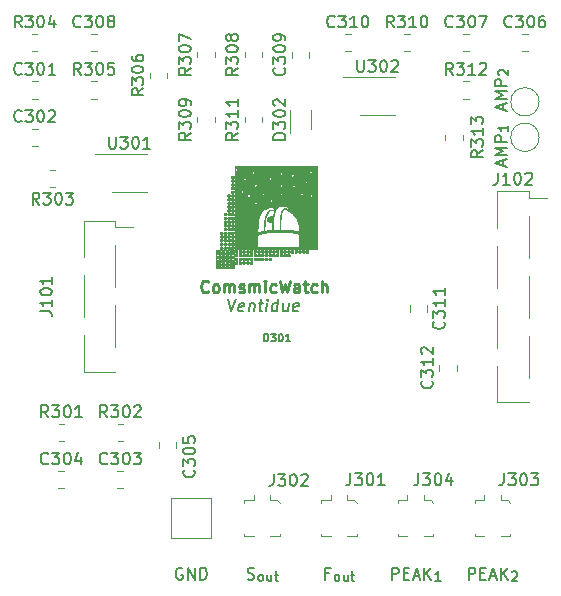
<source format=gbr>
%TF.GenerationSoftware,KiCad,Pcbnew,6.0.6-1.fc36*%
%TF.CreationDate,2022-07-31T18:36:50+02:00*%
%TF.ProjectId,CosmicWatch-ventidue,436f736d-6963-4576-9174-63682d76656e,rev?*%
%TF.SameCoordinates,Original*%
%TF.FileFunction,Legend,Top*%
%TF.FilePolarity,Positive*%
%FSLAX46Y46*%
G04 Gerber Fmt 4.6, Leading zero omitted, Abs format (unit mm)*
G04 Created by KiCad (PCBNEW 6.0.6-1.fc36) date 2022-07-31 18:36:50*
%MOMM*%
%LPD*%
G01*
G04 APERTURE LIST*
%ADD10C,0.150000*%
%ADD11C,0.250000*%
%ADD12C,0.060000*%
%ADD13C,0.120000*%
G04 APERTURE END LIST*
D10*
X94166666Y-126440476D02*
X94166666Y-125964285D01*
X94452380Y-126535714D02*
X93452380Y-126202380D01*
X94452380Y-125869047D01*
X94452380Y-125535714D02*
X93452380Y-125535714D01*
X94166666Y-125202380D01*
X93452380Y-124869047D01*
X94452380Y-124869047D01*
X94452380Y-124392857D02*
X93452380Y-124392857D01*
X93452380Y-124011904D01*
X93500000Y-123916666D01*
X93547619Y-123869047D01*
X93642857Y-123821428D01*
X93785714Y-123821428D01*
X93880952Y-123869047D01*
X93928571Y-123916666D01*
X93976190Y-124011904D01*
X93976190Y-124392857D01*
X94561904Y-123021428D02*
X94561904Y-123478571D01*
X94561904Y-123250000D02*
X93761904Y-123250000D01*
X93876190Y-123326190D01*
X93952380Y-123402380D01*
X93990476Y-123478571D01*
X72511904Y-161404761D02*
X72654761Y-161452380D01*
X72892857Y-161452380D01*
X72988095Y-161404761D01*
X73035714Y-161357142D01*
X73083333Y-161261904D01*
X73083333Y-161166666D01*
X73035714Y-161071428D01*
X72988095Y-161023809D01*
X72892857Y-160976190D01*
X72702380Y-160928571D01*
X72607142Y-160880952D01*
X72559523Y-160833333D01*
X72511904Y-160738095D01*
X72511904Y-160642857D01*
X72559523Y-160547619D01*
X72607142Y-160500000D01*
X72702380Y-160452380D01*
X72940476Y-160452380D01*
X73083333Y-160500000D01*
X73578571Y-161561904D02*
X73502380Y-161523809D01*
X73464285Y-161485714D01*
X73426190Y-161409523D01*
X73426190Y-161180952D01*
X73464285Y-161104761D01*
X73502380Y-161066666D01*
X73578571Y-161028571D01*
X73692857Y-161028571D01*
X73769047Y-161066666D01*
X73807142Y-161104761D01*
X73845238Y-161180952D01*
X73845238Y-161409523D01*
X73807142Y-161485714D01*
X73769047Y-161523809D01*
X73692857Y-161561904D01*
X73578571Y-161561904D01*
X74530952Y-161028571D02*
X74530952Y-161561904D01*
X74188095Y-161028571D02*
X74188095Y-161447619D01*
X74226190Y-161523809D01*
X74302380Y-161561904D01*
X74416666Y-161561904D01*
X74492857Y-161523809D01*
X74530952Y-161485714D01*
X74797619Y-161028571D02*
X75102380Y-161028571D01*
X74911904Y-160761904D02*
X74911904Y-161447619D01*
X74950000Y-161523809D01*
X75026190Y-161561904D01*
X75102380Y-161561904D01*
X70885103Y-137727353D02*
X71093437Y-138727353D01*
X71551770Y-137727353D01*
X72147008Y-138679734D02*
X72045818Y-138727353D01*
X71855341Y-138727353D01*
X71766056Y-138679734D01*
X71730341Y-138584496D01*
X71777960Y-138203544D01*
X71837484Y-138108306D01*
X71938675Y-138060687D01*
X72129151Y-138060687D01*
X72218437Y-138108306D01*
X72254151Y-138203544D01*
X72242246Y-138298782D01*
X71754151Y-138394020D01*
X72700580Y-138060687D02*
X72617246Y-138727353D01*
X72688675Y-138155925D02*
X72742246Y-138108306D01*
X72843437Y-138060687D01*
X72986294Y-138060687D01*
X73075580Y-138108306D01*
X73111294Y-138203544D01*
X73045818Y-138727353D01*
X73462484Y-138060687D02*
X73843437Y-138060687D01*
X73647008Y-137727353D02*
X73539865Y-138584496D01*
X73575580Y-138679734D01*
X73664865Y-138727353D01*
X73760103Y-138727353D01*
X74093437Y-138727353D02*
X74176770Y-138060687D01*
X74218437Y-137727353D02*
X74164865Y-137774973D01*
X74206532Y-137822592D01*
X74260103Y-137774973D01*
X74218437Y-137727353D01*
X74206532Y-137822592D01*
X74998199Y-138727353D02*
X75123199Y-137727353D01*
X75004151Y-138679734D02*
X74902960Y-138727353D01*
X74712484Y-138727353D01*
X74623199Y-138679734D01*
X74581532Y-138632115D01*
X74545818Y-138536877D01*
X74581532Y-138251163D01*
X74641056Y-138155925D01*
X74694627Y-138108306D01*
X74795818Y-138060687D01*
X74986294Y-138060687D01*
X75075580Y-138108306D01*
X75986294Y-138060687D02*
X75902960Y-138727353D01*
X75557722Y-138060687D02*
X75492246Y-138584496D01*
X75527960Y-138679734D01*
X75617246Y-138727353D01*
X75760103Y-138727353D01*
X75861294Y-138679734D01*
X75914865Y-138632115D01*
X76766056Y-138679734D02*
X76664865Y-138727353D01*
X76474389Y-138727353D01*
X76385103Y-138679734D01*
X76349389Y-138584496D01*
X76397008Y-138203544D01*
X76456532Y-138108306D01*
X76557722Y-138060687D01*
X76748199Y-138060687D01*
X76837484Y-138108306D01*
X76873199Y-138203544D01*
X76861294Y-138298782D01*
X76373199Y-138394020D01*
D11*
X69188109Y-137032115D02*
X69140490Y-137079734D01*
X68997633Y-137127353D01*
X68902395Y-137127353D01*
X68759538Y-137079734D01*
X68664300Y-136984496D01*
X68616681Y-136889258D01*
X68569062Y-136698782D01*
X68569062Y-136555925D01*
X68616681Y-136365449D01*
X68664300Y-136270211D01*
X68759538Y-136174973D01*
X68902395Y-136127353D01*
X68997633Y-136127353D01*
X69140490Y-136174973D01*
X69188109Y-136222592D01*
X69759538Y-137127353D02*
X69664300Y-137079734D01*
X69616681Y-137032115D01*
X69569062Y-136936877D01*
X69569062Y-136651163D01*
X69616681Y-136555925D01*
X69664300Y-136508306D01*
X69759538Y-136460687D01*
X69902395Y-136460687D01*
X69997633Y-136508306D01*
X70045252Y-136555925D01*
X70092871Y-136651163D01*
X70092871Y-136936877D01*
X70045252Y-137032115D01*
X69997633Y-137079734D01*
X69902395Y-137127353D01*
X69759538Y-137127353D01*
X70521443Y-137127353D02*
X70521443Y-136460687D01*
X70521443Y-136555925D02*
X70569062Y-136508306D01*
X70664300Y-136460687D01*
X70807157Y-136460687D01*
X70902395Y-136508306D01*
X70950014Y-136603544D01*
X70950014Y-137127353D01*
X70950014Y-136603544D02*
X70997633Y-136508306D01*
X71092871Y-136460687D01*
X71235728Y-136460687D01*
X71330966Y-136508306D01*
X71378585Y-136603544D01*
X71378585Y-137127353D01*
X71807157Y-137079734D02*
X71902395Y-137127353D01*
X72092871Y-137127353D01*
X72188109Y-137079734D01*
X72235728Y-136984496D01*
X72235728Y-136936877D01*
X72188109Y-136841639D01*
X72092871Y-136794020D01*
X71950014Y-136794020D01*
X71854776Y-136746401D01*
X71807157Y-136651163D01*
X71807157Y-136603544D01*
X71854776Y-136508306D01*
X71950014Y-136460687D01*
X72092871Y-136460687D01*
X72188109Y-136508306D01*
X72664300Y-137127353D02*
X72664300Y-136460687D01*
X72664300Y-136555925D02*
X72711919Y-136508306D01*
X72807157Y-136460687D01*
X72950014Y-136460687D01*
X73045252Y-136508306D01*
X73092871Y-136603544D01*
X73092871Y-137127353D01*
X73092871Y-136603544D02*
X73140490Y-136508306D01*
X73235728Y-136460687D01*
X73378585Y-136460687D01*
X73473824Y-136508306D01*
X73521443Y-136603544D01*
X73521443Y-137127353D01*
X73997633Y-137127353D02*
X73997633Y-136460687D01*
X73997633Y-136127353D02*
X73950014Y-136174973D01*
X73997633Y-136222592D01*
X74045252Y-136174973D01*
X73997633Y-136127353D01*
X73997633Y-136222592D01*
X74902395Y-137079734D02*
X74807157Y-137127353D01*
X74616681Y-137127353D01*
X74521443Y-137079734D01*
X74473824Y-137032115D01*
X74426205Y-136936877D01*
X74426205Y-136651163D01*
X74473824Y-136555925D01*
X74521443Y-136508306D01*
X74616681Y-136460687D01*
X74807157Y-136460687D01*
X74902395Y-136508306D01*
X75235728Y-136127353D02*
X75473824Y-137127353D01*
X75664300Y-136413068D01*
X75854776Y-137127353D01*
X76092871Y-136127353D01*
X76902395Y-137127353D02*
X76902395Y-136603544D01*
X76854776Y-136508306D01*
X76759538Y-136460687D01*
X76569062Y-136460687D01*
X76473824Y-136508306D01*
X76902395Y-137079734D02*
X76807157Y-137127353D01*
X76569062Y-137127353D01*
X76473824Y-137079734D01*
X76426205Y-136984496D01*
X76426205Y-136889258D01*
X76473824Y-136794020D01*
X76569062Y-136746401D01*
X76807157Y-136746401D01*
X76902395Y-136698782D01*
X77235728Y-136460687D02*
X77616681Y-136460687D01*
X77378585Y-136127353D02*
X77378585Y-136984496D01*
X77426205Y-137079734D01*
X77521443Y-137127353D01*
X77616681Y-137127353D01*
X78378585Y-137079734D02*
X78283347Y-137127353D01*
X78092871Y-137127353D01*
X77997633Y-137079734D01*
X77950014Y-137032115D01*
X77902395Y-136936877D01*
X77902395Y-136651163D01*
X77950014Y-136555925D01*
X77997633Y-136508306D01*
X78092871Y-136460687D01*
X78283347Y-136460687D01*
X78378585Y-136508306D01*
X78807157Y-137127353D02*
X78807157Y-136127353D01*
X79235728Y-137127353D02*
X79235728Y-136603544D01*
X79188109Y-136508306D01*
X79092871Y-136460687D01*
X78950014Y-136460687D01*
X78854776Y-136508306D01*
X78807157Y-136555925D01*
D10*
X91226190Y-161452380D02*
X91226190Y-160452380D01*
X91607142Y-160452380D01*
X91702380Y-160500000D01*
X91750000Y-160547619D01*
X91797619Y-160642857D01*
X91797619Y-160785714D01*
X91750000Y-160880952D01*
X91702380Y-160928571D01*
X91607142Y-160976190D01*
X91226190Y-160976190D01*
X92226190Y-160928571D02*
X92559523Y-160928571D01*
X92702380Y-161452380D02*
X92226190Y-161452380D01*
X92226190Y-160452380D01*
X92702380Y-160452380D01*
X93083333Y-161166666D02*
X93559523Y-161166666D01*
X92988095Y-161452380D02*
X93321428Y-160452380D01*
X93654761Y-161452380D01*
X93988095Y-161452380D02*
X93988095Y-160452380D01*
X94559523Y-161452380D02*
X94130952Y-160880952D01*
X94559523Y-160452380D02*
X93988095Y-161023809D01*
X94902380Y-160838095D02*
X94940476Y-160800000D01*
X95016666Y-160761904D01*
X95207142Y-160761904D01*
X95283333Y-160800000D01*
X95321428Y-160838095D01*
X95359523Y-160914285D01*
X95359523Y-160990476D01*
X95321428Y-161104761D01*
X94864285Y-161561904D01*
X95359523Y-161561904D01*
X79440476Y-160928571D02*
X79107142Y-160928571D01*
X79107142Y-161452380D02*
X79107142Y-160452380D01*
X79583333Y-160452380D01*
X80030952Y-161561904D02*
X79954761Y-161523809D01*
X79916666Y-161485714D01*
X79878571Y-161409523D01*
X79878571Y-161180952D01*
X79916666Y-161104761D01*
X79954761Y-161066666D01*
X80030952Y-161028571D01*
X80145238Y-161028571D01*
X80221428Y-161066666D01*
X80259523Y-161104761D01*
X80297619Y-161180952D01*
X80297619Y-161409523D01*
X80259523Y-161485714D01*
X80221428Y-161523809D01*
X80145238Y-161561904D01*
X80030952Y-161561904D01*
X80983333Y-161028571D02*
X80983333Y-161561904D01*
X80640476Y-161028571D02*
X80640476Y-161447619D01*
X80678571Y-161523809D01*
X80754761Y-161561904D01*
X80869047Y-161561904D01*
X80945238Y-161523809D01*
X80983333Y-161485714D01*
X81250000Y-161028571D02*
X81554761Y-161028571D01*
X81364285Y-160761904D02*
X81364285Y-161447619D01*
X81402380Y-161523809D01*
X81478571Y-161561904D01*
X81554761Y-161561904D01*
X94166666Y-121690476D02*
X94166666Y-121214285D01*
X94452380Y-121785714D02*
X93452380Y-121452380D01*
X94452380Y-121119047D01*
X94452380Y-120785714D02*
X93452380Y-120785714D01*
X94166666Y-120452380D01*
X93452380Y-120119047D01*
X94452380Y-120119047D01*
X94452380Y-119642857D02*
X93452380Y-119642857D01*
X93452380Y-119261904D01*
X93500000Y-119166666D01*
X93547619Y-119119047D01*
X93642857Y-119071428D01*
X93785714Y-119071428D01*
X93880952Y-119119047D01*
X93928571Y-119166666D01*
X93976190Y-119261904D01*
X93976190Y-119642857D01*
X93838095Y-118728571D02*
X93800000Y-118690476D01*
X93761904Y-118614285D01*
X93761904Y-118423809D01*
X93800000Y-118347619D01*
X93838095Y-118309523D01*
X93914285Y-118271428D01*
X93990476Y-118271428D01*
X94104761Y-118309523D01*
X94561904Y-118766666D01*
X94561904Y-118271428D01*
X66988095Y-160500000D02*
X66892857Y-160452380D01*
X66750000Y-160452380D01*
X66607142Y-160500000D01*
X66511904Y-160595238D01*
X66464285Y-160690476D01*
X66416666Y-160880952D01*
X66416666Y-161023809D01*
X66464285Y-161214285D01*
X66511904Y-161309523D01*
X66607142Y-161404761D01*
X66750000Y-161452380D01*
X66845238Y-161452380D01*
X66988095Y-161404761D01*
X67035714Y-161357142D01*
X67035714Y-161023809D01*
X66845238Y-161023809D01*
X67464285Y-161452380D02*
X67464285Y-160452380D01*
X68035714Y-161452380D01*
X68035714Y-160452380D01*
X68511904Y-161452380D02*
X68511904Y-160452380D01*
X68750000Y-160452380D01*
X68892857Y-160500000D01*
X68988095Y-160595238D01*
X69035714Y-160690476D01*
X69083333Y-160880952D01*
X69083333Y-161023809D01*
X69035714Y-161214285D01*
X68988095Y-161309523D01*
X68892857Y-161404761D01*
X68750000Y-161452380D01*
X68511904Y-161452380D01*
X84726190Y-161452380D02*
X84726190Y-160452380D01*
X85107142Y-160452380D01*
X85202380Y-160500000D01*
X85250000Y-160547619D01*
X85297619Y-160642857D01*
X85297619Y-160785714D01*
X85250000Y-160880952D01*
X85202380Y-160928571D01*
X85107142Y-160976190D01*
X84726190Y-160976190D01*
X85726190Y-160928571D02*
X86059523Y-160928571D01*
X86202380Y-161452380D02*
X85726190Y-161452380D01*
X85726190Y-160452380D01*
X86202380Y-160452380D01*
X86583333Y-161166666D02*
X87059523Y-161166666D01*
X86488095Y-161452380D02*
X86821428Y-160452380D01*
X87154761Y-161452380D01*
X87488095Y-161452380D02*
X87488095Y-160452380D01*
X88059523Y-161452380D02*
X87630952Y-160880952D01*
X88059523Y-160452380D02*
X87488095Y-161023809D01*
X88859523Y-161561904D02*
X88402380Y-161561904D01*
X88630952Y-161561904D02*
X88630952Y-160761904D01*
X88554761Y-160876190D01*
X88478571Y-160952380D01*
X88402380Y-160990476D01*
D12*
G36*
X70925673Y-131667933D02*
G01*
X70931015Y-131668339D01*
X70936278Y-131669008D01*
X70941458Y-131669933D01*
X70946546Y-131671108D01*
X70951537Y-131672525D01*
X70956424Y-131674179D01*
X70961200Y-131676062D01*
X70965859Y-131678168D01*
X70970394Y-131680491D01*
X70974799Y-131683023D01*
X70979066Y-131685759D01*
X70983190Y-131688691D01*
X70987163Y-131691814D01*
X70990979Y-131695120D01*
X70994632Y-131698602D01*
X70998114Y-131702255D01*
X71001420Y-131706071D01*
X71004542Y-131710044D01*
X71007474Y-131714168D01*
X71010210Y-131718435D01*
X71012743Y-131722840D01*
X71015065Y-131727375D01*
X71017171Y-131732034D01*
X71019055Y-131736810D01*
X71020708Y-131741697D01*
X71022125Y-131746688D01*
X71023300Y-131751776D01*
X71024225Y-131756955D01*
X71024894Y-131762219D01*
X71025300Y-131767560D01*
X71025437Y-131772972D01*
X71025300Y-131778384D01*
X71024894Y-131783726D01*
X71024225Y-131788989D01*
X71023300Y-131794168D01*
X71022125Y-131799257D01*
X71020708Y-131804248D01*
X71019055Y-131809135D01*
X71017171Y-131813911D01*
X71015065Y-131818570D01*
X71012743Y-131823105D01*
X71010210Y-131827509D01*
X71007474Y-131831776D01*
X71004542Y-131835900D01*
X71001420Y-131839873D01*
X70998114Y-131843689D01*
X70994632Y-131847342D01*
X70990979Y-131850825D01*
X70987163Y-131854130D01*
X70983190Y-131857253D01*
X70979066Y-131860185D01*
X70974799Y-131862921D01*
X70970394Y-131865454D01*
X70965859Y-131867776D01*
X70961200Y-131869883D01*
X70956424Y-131871766D01*
X70951537Y-131873419D01*
X70946546Y-131874837D01*
X70941458Y-131876011D01*
X70936278Y-131876936D01*
X70931015Y-131877605D01*
X70925673Y-131878011D01*
X70920261Y-131878148D01*
X70914848Y-131878011D01*
X70909507Y-131877605D01*
X70904243Y-131876936D01*
X70899064Y-131876011D01*
X70893975Y-131874837D01*
X70888984Y-131873419D01*
X70884097Y-131871766D01*
X70879321Y-131869883D01*
X70874662Y-131867776D01*
X70870127Y-131865454D01*
X70865723Y-131862921D01*
X70861456Y-131860185D01*
X70857332Y-131857253D01*
X70853359Y-131854130D01*
X70849543Y-131850825D01*
X70845890Y-131847342D01*
X70842407Y-131843689D01*
X70839102Y-131839873D01*
X70835979Y-131835900D01*
X70833047Y-131831776D01*
X70830311Y-131827509D01*
X70827779Y-131823105D01*
X70825456Y-131818570D01*
X70823350Y-131813911D01*
X70821467Y-131809135D01*
X70819813Y-131804248D01*
X70818396Y-131799257D01*
X70817222Y-131794168D01*
X70816297Y-131788989D01*
X70815628Y-131783726D01*
X70815222Y-131778384D01*
X70815085Y-131772972D01*
X70815222Y-131767560D01*
X70815628Y-131762219D01*
X70816297Y-131756955D01*
X70817222Y-131751776D01*
X70818396Y-131746688D01*
X70819813Y-131741697D01*
X70821467Y-131736810D01*
X70823350Y-131732034D01*
X70825456Y-131727375D01*
X70827779Y-131722840D01*
X70830311Y-131718435D01*
X70833047Y-131714168D01*
X70835979Y-131710044D01*
X70839102Y-131706071D01*
X70842407Y-131702255D01*
X70845890Y-131698602D01*
X70849543Y-131695120D01*
X70853359Y-131691814D01*
X70857332Y-131688691D01*
X70861456Y-131685759D01*
X70865723Y-131683023D01*
X70870127Y-131680491D01*
X70874662Y-131678168D01*
X70879321Y-131676062D01*
X70884097Y-131674179D01*
X70888984Y-131672525D01*
X70893975Y-131671108D01*
X70899064Y-131669933D01*
X70904243Y-131669008D01*
X70909507Y-131668339D01*
X70914848Y-131667933D01*
X70920261Y-131667796D01*
X70925673Y-131667933D01*
G37*
X70925673Y-131667933D02*
X70931015Y-131668339D01*
X70936278Y-131669008D01*
X70941458Y-131669933D01*
X70946546Y-131671108D01*
X70951537Y-131672525D01*
X70956424Y-131674179D01*
X70961200Y-131676062D01*
X70965859Y-131678168D01*
X70970394Y-131680491D01*
X70974799Y-131683023D01*
X70979066Y-131685759D01*
X70983190Y-131688691D01*
X70987163Y-131691814D01*
X70990979Y-131695120D01*
X70994632Y-131698602D01*
X70998114Y-131702255D01*
X71001420Y-131706071D01*
X71004542Y-131710044D01*
X71007474Y-131714168D01*
X71010210Y-131718435D01*
X71012743Y-131722840D01*
X71015065Y-131727375D01*
X71017171Y-131732034D01*
X71019055Y-131736810D01*
X71020708Y-131741697D01*
X71022125Y-131746688D01*
X71023300Y-131751776D01*
X71024225Y-131756955D01*
X71024894Y-131762219D01*
X71025300Y-131767560D01*
X71025437Y-131772972D01*
X71025300Y-131778384D01*
X71024894Y-131783726D01*
X71024225Y-131788989D01*
X71023300Y-131794168D01*
X71022125Y-131799257D01*
X71020708Y-131804248D01*
X71019055Y-131809135D01*
X71017171Y-131813911D01*
X71015065Y-131818570D01*
X71012743Y-131823105D01*
X71010210Y-131827509D01*
X71007474Y-131831776D01*
X71004542Y-131835900D01*
X71001420Y-131839873D01*
X70998114Y-131843689D01*
X70994632Y-131847342D01*
X70990979Y-131850825D01*
X70987163Y-131854130D01*
X70983190Y-131857253D01*
X70979066Y-131860185D01*
X70974799Y-131862921D01*
X70970394Y-131865454D01*
X70965859Y-131867776D01*
X70961200Y-131869883D01*
X70956424Y-131871766D01*
X70951537Y-131873419D01*
X70946546Y-131874837D01*
X70941458Y-131876011D01*
X70936278Y-131876936D01*
X70931015Y-131877605D01*
X70925673Y-131878011D01*
X70920261Y-131878148D01*
X70914848Y-131878011D01*
X70909507Y-131877605D01*
X70904243Y-131876936D01*
X70899064Y-131876011D01*
X70893975Y-131874837D01*
X70888984Y-131873419D01*
X70884097Y-131871766D01*
X70879321Y-131869883D01*
X70874662Y-131867776D01*
X70870127Y-131865454D01*
X70865723Y-131862921D01*
X70861456Y-131860185D01*
X70857332Y-131857253D01*
X70853359Y-131854130D01*
X70849543Y-131850825D01*
X70845890Y-131847342D01*
X70842407Y-131843689D01*
X70839102Y-131839873D01*
X70835979Y-131835900D01*
X70833047Y-131831776D01*
X70830311Y-131827509D01*
X70827779Y-131823105D01*
X70825456Y-131818570D01*
X70823350Y-131813911D01*
X70821467Y-131809135D01*
X70819813Y-131804248D01*
X70818396Y-131799257D01*
X70817222Y-131794168D01*
X70816297Y-131788989D01*
X70815628Y-131783726D01*
X70815222Y-131778384D01*
X70815085Y-131772972D01*
X70815222Y-131767560D01*
X70815628Y-131762219D01*
X70816297Y-131756955D01*
X70817222Y-131751776D01*
X70818396Y-131746688D01*
X70819813Y-131741697D01*
X70821467Y-131736810D01*
X70823350Y-131732034D01*
X70825456Y-131727375D01*
X70827779Y-131722840D01*
X70830311Y-131718435D01*
X70833047Y-131714168D01*
X70835979Y-131710044D01*
X70839102Y-131706071D01*
X70842407Y-131702255D01*
X70845890Y-131698602D01*
X70849543Y-131695120D01*
X70853359Y-131691814D01*
X70857332Y-131688691D01*
X70861456Y-131685759D01*
X70865723Y-131683023D01*
X70870127Y-131680491D01*
X70874662Y-131678168D01*
X70879321Y-131676062D01*
X70884097Y-131674179D01*
X70888984Y-131672525D01*
X70893975Y-131671108D01*
X70899064Y-131669933D01*
X70904243Y-131669008D01*
X70909507Y-131668339D01*
X70914848Y-131667933D01*
X70920261Y-131667796D01*
X70925673Y-131667933D01*
G36*
X75343690Y-133876652D02*
G01*
X75349031Y-133877058D01*
X75354295Y-133877727D01*
X75359474Y-133878652D01*
X75364563Y-133879827D01*
X75369554Y-133881244D01*
X75374441Y-133882897D01*
X75379217Y-133884781D01*
X75383876Y-133886887D01*
X75388411Y-133889210D01*
X75392815Y-133891742D01*
X75397083Y-133894478D01*
X75401206Y-133897410D01*
X75405180Y-133900533D01*
X75408996Y-133903838D01*
X75412648Y-133907321D01*
X75416131Y-133910974D01*
X75419437Y-133914790D01*
X75422559Y-133918763D01*
X75425491Y-133922887D01*
X75428227Y-133927154D01*
X75430759Y-133931559D01*
X75433082Y-133936094D01*
X75435188Y-133940752D01*
X75437071Y-133945529D01*
X75438725Y-133950415D01*
X75440142Y-133955406D01*
X75441317Y-133960495D01*
X75442242Y-133965674D01*
X75442910Y-133970938D01*
X75443317Y-133976279D01*
X75443453Y-133981691D01*
X75443317Y-133987103D01*
X75442910Y-133992444D01*
X75442242Y-133997708D01*
X75441317Y-134002887D01*
X75440142Y-134007976D01*
X75438725Y-134012967D01*
X75437071Y-134017853D01*
X75435188Y-134022630D01*
X75433082Y-134027288D01*
X75430759Y-134031823D01*
X75428227Y-134036228D01*
X75425491Y-134040495D01*
X75422559Y-134044619D01*
X75419437Y-134048592D01*
X75416131Y-134052408D01*
X75412648Y-134056061D01*
X75408996Y-134059544D01*
X75405180Y-134062849D01*
X75401206Y-134065972D01*
X75397083Y-134068904D01*
X75392815Y-134071640D01*
X75388411Y-134074172D01*
X75383876Y-134076495D01*
X75379217Y-134078601D01*
X75374441Y-134080485D01*
X75369554Y-134082138D01*
X75364563Y-134083556D01*
X75359474Y-134084730D01*
X75354295Y-134085655D01*
X75349031Y-134086324D01*
X75343690Y-134086730D01*
X75338278Y-134086867D01*
X75332865Y-134086730D01*
X75327524Y-134086324D01*
X75322260Y-134085655D01*
X75317081Y-134084730D01*
X75311992Y-134083556D01*
X75307001Y-134082138D01*
X75302114Y-134080485D01*
X75297338Y-134078601D01*
X75292679Y-134076495D01*
X75288144Y-134074172D01*
X75283740Y-134071640D01*
X75279472Y-134068904D01*
X75275349Y-134065972D01*
X75271376Y-134062849D01*
X75267559Y-134059544D01*
X75263907Y-134056061D01*
X75260424Y-134052408D01*
X75257119Y-134048592D01*
X75253996Y-134044619D01*
X75251064Y-134040495D01*
X75248328Y-134036228D01*
X75245796Y-134031823D01*
X75243473Y-134027288D01*
X75241367Y-134022630D01*
X75239484Y-134017853D01*
X75237830Y-134012967D01*
X75236413Y-134007976D01*
X75235239Y-134002887D01*
X75234314Y-133997708D01*
X75233645Y-133992444D01*
X75233239Y-133987103D01*
X75233102Y-133981691D01*
X75233239Y-133976279D01*
X75233645Y-133970938D01*
X75234314Y-133965674D01*
X75235239Y-133960495D01*
X75236413Y-133955406D01*
X75237830Y-133950415D01*
X75239484Y-133945529D01*
X75241367Y-133940752D01*
X75243473Y-133936094D01*
X75245796Y-133931559D01*
X75248328Y-133927154D01*
X75251064Y-133922887D01*
X75253996Y-133918763D01*
X75257119Y-133914790D01*
X75260424Y-133910974D01*
X75263907Y-133907321D01*
X75267559Y-133903838D01*
X75271376Y-133900533D01*
X75275349Y-133897410D01*
X75279472Y-133894478D01*
X75283740Y-133891742D01*
X75288144Y-133889210D01*
X75292679Y-133886887D01*
X75297338Y-133884781D01*
X75302114Y-133882897D01*
X75307001Y-133881244D01*
X75311992Y-133879827D01*
X75317081Y-133878652D01*
X75322260Y-133877727D01*
X75327524Y-133877058D01*
X75332865Y-133876652D01*
X75338278Y-133876515D01*
X75343690Y-133876652D01*
G37*
X75343690Y-133876652D02*
X75349031Y-133877058D01*
X75354295Y-133877727D01*
X75359474Y-133878652D01*
X75364563Y-133879827D01*
X75369554Y-133881244D01*
X75374441Y-133882897D01*
X75379217Y-133884781D01*
X75383876Y-133886887D01*
X75388411Y-133889210D01*
X75392815Y-133891742D01*
X75397083Y-133894478D01*
X75401206Y-133897410D01*
X75405180Y-133900533D01*
X75408996Y-133903838D01*
X75412648Y-133907321D01*
X75416131Y-133910974D01*
X75419437Y-133914790D01*
X75422559Y-133918763D01*
X75425491Y-133922887D01*
X75428227Y-133927154D01*
X75430759Y-133931559D01*
X75433082Y-133936094D01*
X75435188Y-133940752D01*
X75437071Y-133945529D01*
X75438725Y-133950415D01*
X75440142Y-133955406D01*
X75441317Y-133960495D01*
X75442242Y-133965674D01*
X75442910Y-133970938D01*
X75443317Y-133976279D01*
X75443453Y-133981691D01*
X75443317Y-133987103D01*
X75442910Y-133992444D01*
X75442242Y-133997708D01*
X75441317Y-134002887D01*
X75440142Y-134007976D01*
X75438725Y-134012967D01*
X75437071Y-134017853D01*
X75435188Y-134022630D01*
X75433082Y-134027288D01*
X75430759Y-134031823D01*
X75428227Y-134036228D01*
X75425491Y-134040495D01*
X75422559Y-134044619D01*
X75419437Y-134048592D01*
X75416131Y-134052408D01*
X75412648Y-134056061D01*
X75408996Y-134059544D01*
X75405180Y-134062849D01*
X75401206Y-134065972D01*
X75397083Y-134068904D01*
X75392815Y-134071640D01*
X75388411Y-134074172D01*
X75383876Y-134076495D01*
X75379217Y-134078601D01*
X75374441Y-134080485D01*
X75369554Y-134082138D01*
X75364563Y-134083556D01*
X75359474Y-134084730D01*
X75354295Y-134085655D01*
X75349031Y-134086324D01*
X75343690Y-134086730D01*
X75338278Y-134086867D01*
X75332865Y-134086730D01*
X75327524Y-134086324D01*
X75322260Y-134085655D01*
X75317081Y-134084730D01*
X75311992Y-134083556D01*
X75307001Y-134082138D01*
X75302114Y-134080485D01*
X75297338Y-134078601D01*
X75292679Y-134076495D01*
X75288144Y-134074172D01*
X75283740Y-134071640D01*
X75279472Y-134068904D01*
X75275349Y-134065972D01*
X75271376Y-134062849D01*
X75267559Y-134059544D01*
X75263907Y-134056061D01*
X75260424Y-134052408D01*
X75257119Y-134048592D01*
X75253996Y-134044619D01*
X75251064Y-134040495D01*
X75248328Y-134036228D01*
X75245796Y-134031823D01*
X75243473Y-134027288D01*
X75241367Y-134022630D01*
X75239484Y-134017853D01*
X75237830Y-134012967D01*
X75236413Y-134007976D01*
X75235239Y-134002887D01*
X75234314Y-133997708D01*
X75233645Y-133992444D01*
X75233239Y-133987103D01*
X75233102Y-133981691D01*
X75233239Y-133976279D01*
X75233645Y-133970938D01*
X75234314Y-133965674D01*
X75235239Y-133960495D01*
X75236413Y-133955406D01*
X75237830Y-133950415D01*
X75239484Y-133945529D01*
X75241367Y-133940752D01*
X75243473Y-133936094D01*
X75245796Y-133931559D01*
X75248328Y-133927154D01*
X75251064Y-133922887D01*
X75253996Y-133918763D01*
X75257119Y-133914790D01*
X75260424Y-133910974D01*
X75263907Y-133907321D01*
X75267559Y-133903838D01*
X75271376Y-133900533D01*
X75275349Y-133897410D01*
X75279472Y-133894478D01*
X75283740Y-133891742D01*
X75288144Y-133889210D01*
X75292679Y-133886887D01*
X75297338Y-133884781D01*
X75302114Y-133882897D01*
X75307001Y-133881244D01*
X75311992Y-133879827D01*
X75317081Y-133878652D01*
X75322260Y-133877727D01*
X75327524Y-133877058D01*
X75332865Y-133876652D01*
X75338278Y-133876515D01*
X75343690Y-133876652D01*
G36*
X77552798Y-133561120D02*
G01*
X77558139Y-133561526D01*
X77563403Y-133562195D01*
X77568582Y-133563120D01*
X77573671Y-133564295D01*
X77578662Y-133565712D01*
X77583549Y-133567366D01*
X77588325Y-133569249D01*
X77592984Y-133571355D01*
X77597519Y-133573678D01*
X77601923Y-133576210D01*
X77606191Y-133578946D01*
X77610314Y-133581878D01*
X77614288Y-133585001D01*
X77618104Y-133588307D01*
X77621756Y-133591789D01*
X77625239Y-133595442D01*
X77628545Y-133599258D01*
X77631667Y-133603231D01*
X77634599Y-133607355D01*
X77637335Y-133611622D01*
X77639867Y-133616027D01*
X77642190Y-133620562D01*
X77644296Y-133625221D01*
X77646179Y-133629997D01*
X77647833Y-133634884D01*
X77649250Y-133639874D01*
X77650425Y-133644963D01*
X77651350Y-133650142D01*
X77652018Y-133655406D01*
X77652425Y-133660747D01*
X77652561Y-133666159D01*
X77652425Y-133671571D01*
X77652018Y-133676912D01*
X77651350Y-133682176D01*
X77650425Y-133687355D01*
X77649250Y-133692444D01*
X77647833Y-133697435D01*
X77646179Y-133702322D01*
X77644296Y-133707098D01*
X77642190Y-133711757D01*
X77639867Y-133716292D01*
X77637335Y-133720696D01*
X77634599Y-133724963D01*
X77631667Y-133729087D01*
X77628545Y-133733060D01*
X77625239Y-133736876D01*
X77621756Y-133740529D01*
X77618104Y-133744012D01*
X77614288Y-133747317D01*
X77610314Y-133750440D01*
X77606191Y-133753372D01*
X77601923Y-133756108D01*
X77597519Y-133758640D01*
X77592984Y-133760963D01*
X77588325Y-133763069D01*
X77583549Y-133764953D01*
X77578662Y-133766606D01*
X77573671Y-133768024D01*
X77568582Y-133769198D01*
X77563403Y-133770123D01*
X77558139Y-133770792D01*
X77552798Y-133771198D01*
X77547386Y-133771335D01*
X77541973Y-133771198D01*
X77536632Y-133770792D01*
X77531368Y-133770123D01*
X77526189Y-133769198D01*
X77521100Y-133768024D01*
X77516109Y-133766606D01*
X77511222Y-133764953D01*
X77506446Y-133763069D01*
X77501787Y-133760963D01*
X77497252Y-133758640D01*
X77492848Y-133756108D01*
X77488580Y-133753372D01*
X77484457Y-133750440D01*
X77480484Y-133747317D01*
X77476667Y-133744012D01*
X77473015Y-133740529D01*
X77469532Y-133736876D01*
X77466227Y-133733060D01*
X77463104Y-133729087D01*
X77460172Y-133724963D01*
X77457436Y-133720696D01*
X77454904Y-133716292D01*
X77452581Y-133711757D01*
X77450475Y-133707098D01*
X77448592Y-133702322D01*
X77446938Y-133697435D01*
X77445521Y-133692444D01*
X77444347Y-133687355D01*
X77443422Y-133682176D01*
X77442753Y-133676912D01*
X77442347Y-133671571D01*
X77442210Y-133666159D01*
X77442347Y-133660747D01*
X77442753Y-133655406D01*
X77443422Y-133650142D01*
X77444347Y-133644963D01*
X77445521Y-133639874D01*
X77446938Y-133634884D01*
X77448592Y-133629997D01*
X77450475Y-133625221D01*
X77452581Y-133620562D01*
X77454904Y-133616027D01*
X77457436Y-133611622D01*
X77460172Y-133607355D01*
X77463104Y-133603231D01*
X77466227Y-133599258D01*
X77469532Y-133595442D01*
X77473015Y-133591789D01*
X77476667Y-133588307D01*
X77480484Y-133585001D01*
X77484457Y-133581878D01*
X77488580Y-133578946D01*
X77492848Y-133576210D01*
X77497252Y-133573678D01*
X77501787Y-133571355D01*
X77506446Y-133569249D01*
X77511222Y-133567366D01*
X77516109Y-133565712D01*
X77521100Y-133564295D01*
X77526189Y-133563120D01*
X77531368Y-133562195D01*
X77536632Y-133561526D01*
X77541973Y-133561120D01*
X77547386Y-133560983D01*
X77552798Y-133561120D01*
G37*
X77552798Y-133561120D02*
X77558139Y-133561526D01*
X77563403Y-133562195D01*
X77568582Y-133563120D01*
X77573671Y-133564295D01*
X77578662Y-133565712D01*
X77583549Y-133567366D01*
X77588325Y-133569249D01*
X77592984Y-133571355D01*
X77597519Y-133573678D01*
X77601923Y-133576210D01*
X77606191Y-133578946D01*
X77610314Y-133581878D01*
X77614288Y-133585001D01*
X77618104Y-133588307D01*
X77621756Y-133591789D01*
X77625239Y-133595442D01*
X77628545Y-133599258D01*
X77631667Y-133603231D01*
X77634599Y-133607355D01*
X77637335Y-133611622D01*
X77639867Y-133616027D01*
X77642190Y-133620562D01*
X77644296Y-133625221D01*
X77646179Y-133629997D01*
X77647833Y-133634884D01*
X77649250Y-133639874D01*
X77650425Y-133644963D01*
X77651350Y-133650142D01*
X77652018Y-133655406D01*
X77652425Y-133660747D01*
X77652561Y-133666159D01*
X77652425Y-133671571D01*
X77652018Y-133676912D01*
X77651350Y-133682176D01*
X77650425Y-133687355D01*
X77649250Y-133692444D01*
X77647833Y-133697435D01*
X77646179Y-133702322D01*
X77644296Y-133707098D01*
X77642190Y-133711757D01*
X77639867Y-133716292D01*
X77637335Y-133720696D01*
X77634599Y-133724963D01*
X77631667Y-133729087D01*
X77628545Y-133733060D01*
X77625239Y-133736876D01*
X77621756Y-133740529D01*
X77618104Y-133744012D01*
X77614288Y-133747317D01*
X77610314Y-133750440D01*
X77606191Y-133753372D01*
X77601923Y-133756108D01*
X77597519Y-133758640D01*
X77592984Y-133760963D01*
X77588325Y-133763069D01*
X77583549Y-133764953D01*
X77578662Y-133766606D01*
X77573671Y-133768024D01*
X77568582Y-133769198D01*
X77563403Y-133770123D01*
X77558139Y-133770792D01*
X77552798Y-133771198D01*
X77547386Y-133771335D01*
X77541973Y-133771198D01*
X77536632Y-133770792D01*
X77531368Y-133770123D01*
X77526189Y-133769198D01*
X77521100Y-133768024D01*
X77516109Y-133766606D01*
X77511222Y-133764953D01*
X77506446Y-133763069D01*
X77501787Y-133760963D01*
X77497252Y-133758640D01*
X77492848Y-133756108D01*
X77488580Y-133753372D01*
X77484457Y-133750440D01*
X77480484Y-133747317D01*
X77476667Y-133744012D01*
X77473015Y-133740529D01*
X77469532Y-133736876D01*
X77466227Y-133733060D01*
X77463104Y-133729087D01*
X77460172Y-133724963D01*
X77457436Y-133720696D01*
X77454904Y-133716292D01*
X77452581Y-133711757D01*
X77450475Y-133707098D01*
X77448592Y-133702322D01*
X77446938Y-133697435D01*
X77445521Y-133692444D01*
X77444347Y-133687355D01*
X77443422Y-133682176D01*
X77442753Y-133676912D01*
X77442347Y-133671571D01*
X77442210Y-133666159D01*
X77442347Y-133660747D01*
X77442753Y-133655406D01*
X77443422Y-133650142D01*
X77444347Y-133644963D01*
X77445521Y-133639874D01*
X77446938Y-133634884D01*
X77448592Y-133629997D01*
X77450475Y-133625221D01*
X77452581Y-133620562D01*
X77454904Y-133616027D01*
X77457436Y-133611622D01*
X77460172Y-133607355D01*
X77463104Y-133603231D01*
X77466227Y-133599258D01*
X77469532Y-133595442D01*
X77473015Y-133591789D01*
X77476667Y-133588307D01*
X77480484Y-133585001D01*
X77484457Y-133581878D01*
X77488580Y-133578946D01*
X77492848Y-133576210D01*
X77497252Y-133573678D01*
X77501787Y-133571355D01*
X77506446Y-133569249D01*
X77511222Y-133567366D01*
X77516109Y-133565712D01*
X77521100Y-133564295D01*
X77526189Y-133563120D01*
X77531368Y-133562195D01*
X77536632Y-133561526D01*
X77541973Y-133561120D01*
X77547386Y-133560983D01*
X77552798Y-133561120D01*
G36*
X70925673Y-131036773D02*
G01*
X70931015Y-131037179D01*
X70936278Y-131037848D01*
X70941458Y-131038773D01*
X70946546Y-131039948D01*
X70951537Y-131041365D01*
X70956424Y-131043019D01*
X70961200Y-131044902D01*
X70965859Y-131047008D01*
X70970394Y-131049331D01*
X70974799Y-131051863D01*
X70979066Y-131054599D01*
X70983190Y-131057531D01*
X70987163Y-131060654D01*
X70990979Y-131063960D01*
X70994632Y-131067442D01*
X70998114Y-131071095D01*
X71001420Y-131074911D01*
X71004542Y-131078884D01*
X71007474Y-131083008D01*
X71010210Y-131087275D01*
X71012743Y-131091680D01*
X71015065Y-131096215D01*
X71017171Y-131100874D01*
X71019055Y-131105650D01*
X71020708Y-131110537D01*
X71022125Y-131115528D01*
X71023300Y-131120616D01*
X71024225Y-131125795D01*
X71024894Y-131131059D01*
X71025300Y-131136400D01*
X71025437Y-131141812D01*
X71025300Y-131147224D01*
X71024894Y-131152566D01*
X71024225Y-131157829D01*
X71023300Y-131163008D01*
X71022125Y-131168097D01*
X71020708Y-131173088D01*
X71019055Y-131177975D01*
X71017171Y-131182751D01*
X71015065Y-131187410D01*
X71012743Y-131191945D01*
X71010210Y-131196349D01*
X71007474Y-131200616D01*
X71004542Y-131204740D01*
X71001420Y-131208713D01*
X70998114Y-131212529D01*
X70994632Y-131216182D01*
X70990979Y-131219665D01*
X70987163Y-131222970D01*
X70983190Y-131226093D01*
X70979066Y-131229025D01*
X70974799Y-131231761D01*
X70970394Y-131234294D01*
X70965859Y-131236616D01*
X70961200Y-131238723D01*
X70956424Y-131240606D01*
X70951537Y-131242259D01*
X70946546Y-131243677D01*
X70941458Y-131244851D01*
X70936278Y-131245776D01*
X70931015Y-131246445D01*
X70925673Y-131246851D01*
X70920261Y-131246988D01*
X70914848Y-131246851D01*
X70909507Y-131246445D01*
X70904243Y-131245776D01*
X70899064Y-131244851D01*
X70893975Y-131243677D01*
X70888984Y-131242259D01*
X70884097Y-131240606D01*
X70879321Y-131238723D01*
X70874662Y-131236616D01*
X70870127Y-131234294D01*
X70865723Y-131231761D01*
X70861456Y-131229025D01*
X70857332Y-131226093D01*
X70853359Y-131222970D01*
X70849543Y-131219665D01*
X70845890Y-131216182D01*
X70842407Y-131212529D01*
X70839102Y-131208713D01*
X70835979Y-131204740D01*
X70833047Y-131200616D01*
X70830311Y-131196349D01*
X70827779Y-131191945D01*
X70825456Y-131187410D01*
X70823350Y-131182751D01*
X70821467Y-131177975D01*
X70819813Y-131173088D01*
X70818396Y-131168097D01*
X70817222Y-131163008D01*
X70816297Y-131157829D01*
X70815628Y-131152566D01*
X70815222Y-131147224D01*
X70815085Y-131141812D01*
X70815222Y-131136400D01*
X70815628Y-131131059D01*
X70816297Y-131125795D01*
X70817222Y-131120616D01*
X70818396Y-131115528D01*
X70819813Y-131110537D01*
X70821467Y-131105650D01*
X70823350Y-131100874D01*
X70825456Y-131096215D01*
X70827779Y-131091680D01*
X70830311Y-131087275D01*
X70833047Y-131083008D01*
X70835979Y-131078884D01*
X70839102Y-131074911D01*
X70842407Y-131071095D01*
X70845890Y-131067442D01*
X70849543Y-131063960D01*
X70853359Y-131060654D01*
X70857332Y-131057531D01*
X70861456Y-131054599D01*
X70865723Y-131051863D01*
X70870127Y-131049331D01*
X70874662Y-131047008D01*
X70879321Y-131044902D01*
X70884097Y-131043019D01*
X70888984Y-131041365D01*
X70893975Y-131039948D01*
X70899064Y-131038773D01*
X70904243Y-131037848D01*
X70909507Y-131037179D01*
X70914848Y-131036773D01*
X70920261Y-131036636D01*
X70925673Y-131036773D01*
G37*
X70925673Y-131036773D02*
X70931015Y-131037179D01*
X70936278Y-131037848D01*
X70941458Y-131038773D01*
X70946546Y-131039948D01*
X70951537Y-131041365D01*
X70956424Y-131043019D01*
X70961200Y-131044902D01*
X70965859Y-131047008D01*
X70970394Y-131049331D01*
X70974799Y-131051863D01*
X70979066Y-131054599D01*
X70983190Y-131057531D01*
X70987163Y-131060654D01*
X70990979Y-131063960D01*
X70994632Y-131067442D01*
X70998114Y-131071095D01*
X71001420Y-131074911D01*
X71004542Y-131078884D01*
X71007474Y-131083008D01*
X71010210Y-131087275D01*
X71012743Y-131091680D01*
X71015065Y-131096215D01*
X71017171Y-131100874D01*
X71019055Y-131105650D01*
X71020708Y-131110537D01*
X71022125Y-131115528D01*
X71023300Y-131120616D01*
X71024225Y-131125795D01*
X71024894Y-131131059D01*
X71025300Y-131136400D01*
X71025437Y-131141812D01*
X71025300Y-131147224D01*
X71024894Y-131152566D01*
X71024225Y-131157829D01*
X71023300Y-131163008D01*
X71022125Y-131168097D01*
X71020708Y-131173088D01*
X71019055Y-131177975D01*
X71017171Y-131182751D01*
X71015065Y-131187410D01*
X71012743Y-131191945D01*
X71010210Y-131196349D01*
X71007474Y-131200616D01*
X71004542Y-131204740D01*
X71001420Y-131208713D01*
X70998114Y-131212529D01*
X70994632Y-131216182D01*
X70990979Y-131219665D01*
X70987163Y-131222970D01*
X70983190Y-131226093D01*
X70979066Y-131229025D01*
X70974799Y-131231761D01*
X70970394Y-131234294D01*
X70965859Y-131236616D01*
X70961200Y-131238723D01*
X70956424Y-131240606D01*
X70951537Y-131242259D01*
X70946546Y-131243677D01*
X70941458Y-131244851D01*
X70936278Y-131245776D01*
X70931015Y-131246445D01*
X70925673Y-131246851D01*
X70920261Y-131246988D01*
X70914848Y-131246851D01*
X70909507Y-131246445D01*
X70904243Y-131245776D01*
X70899064Y-131244851D01*
X70893975Y-131243677D01*
X70888984Y-131242259D01*
X70884097Y-131240606D01*
X70879321Y-131238723D01*
X70874662Y-131236616D01*
X70870127Y-131234294D01*
X70865723Y-131231761D01*
X70861456Y-131229025D01*
X70857332Y-131226093D01*
X70853359Y-131222970D01*
X70849543Y-131219665D01*
X70845890Y-131216182D01*
X70842407Y-131212529D01*
X70839102Y-131208713D01*
X70835979Y-131204740D01*
X70833047Y-131200616D01*
X70830311Y-131196349D01*
X70827779Y-131191945D01*
X70825456Y-131187410D01*
X70823350Y-131182751D01*
X70821467Y-131177975D01*
X70819813Y-131173088D01*
X70818396Y-131168097D01*
X70817222Y-131163008D01*
X70816297Y-131157829D01*
X70815628Y-131152566D01*
X70815222Y-131147224D01*
X70815085Y-131141812D01*
X70815222Y-131136400D01*
X70815628Y-131131059D01*
X70816297Y-131125795D01*
X70817222Y-131120616D01*
X70818396Y-131115528D01*
X70819813Y-131110537D01*
X70821467Y-131105650D01*
X70823350Y-131100874D01*
X70825456Y-131096215D01*
X70827779Y-131091680D01*
X70830311Y-131087275D01*
X70833047Y-131083008D01*
X70835979Y-131078884D01*
X70839102Y-131074911D01*
X70842407Y-131071095D01*
X70845890Y-131067442D01*
X70849543Y-131063960D01*
X70853359Y-131060654D01*
X70857332Y-131057531D01*
X70861456Y-131054599D01*
X70865723Y-131051863D01*
X70870127Y-131049331D01*
X70874662Y-131047008D01*
X70879321Y-131044902D01*
X70884097Y-131043019D01*
X70888984Y-131041365D01*
X70893975Y-131039948D01*
X70899064Y-131038773D01*
X70904243Y-131037848D01*
X70909507Y-131037179D01*
X70914848Y-131036773D01*
X70920261Y-131036636D01*
X70925673Y-131036773D01*
G36*
X78426205Y-126468615D02*
G01*
X78426205Y-133466844D01*
X71427976Y-133466844D01*
X71427976Y-133264000D01*
X73355023Y-133264000D01*
X76904850Y-133264000D01*
X76904850Y-132184241D01*
X76884355Y-132176122D01*
X76857731Y-132166803D01*
X76819296Y-132154717D01*
X76768380Y-132140417D01*
X76704313Y-132124455D01*
X76626425Y-132107387D01*
X76534046Y-132089765D01*
X76426505Y-132072143D01*
X76303133Y-132055075D01*
X76163260Y-132039114D01*
X76086926Y-132031721D01*
X76006215Y-132024813D01*
X75921044Y-132018459D01*
X75831329Y-132012727D01*
X75736986Y-132007687D01*
X75637931Y-132003409D01*
X75534081Y-131999960D01*
X75425352Y-131997412D01*
X75311660Y-131995832D01*
X75192922Y-131995290D01*
X74959076Y-131998068D01*
X74742498Y-132005919D01*
X74542888Y-132018118D01*
X74359944Y-132033941D01*
X74193366Y-132052663D01*
X74042852Y-132073559D01*
X73788812Y-132118975D01*
X73595417Y-132164391D01*
X73460260Y-132204009D01*
X73355023Y-132242661D01*
X73355023Y-133264000D01*
X71427976Y-133264000D01*
X71427976Y-132077742D01*
X73355033Y-132077742D01*
X73381136Y-132067108D01*
X73414198Y-132054904D01*
X73460982Y-132039075D01*
X73521778Y-132020345D01*
X73596871Y-131999440D01*
X73686551Y-131977086D01*
X73791104Y-131954006D01*
X73835755Y-131945398D01*
X73894393Y-131945398D01*
X73937802Y-131945398D01*
X73938016Y-131926428D01*
X74045982Y-131908572D01*
X74196881Y-131887667D01*
X74363805Y-131868938D01*
X74453366Y-131860615D01*
X74547041Y-131853108D01*
X74625984Y-131847782D01*
X74626064Y-131849959D01*
X74643897Y-131846573D01*
X74625984Y-131847782D01*
X74624345Y-131803267D01*
X74624035Y-131701564D01*
X74626210Y-131408184D01*
X74631629Y-130994893D01*
X74633246Y-130992635D01*
X74636112Y-130988159D01*
X74636270Y-130979177D01*
X74636646Y-130968841D01*
X74637379Y-130955400D01*
X74638587Y-130939449D01*
X74640389Y-130921581D01*
X74642904Y-130902392D01*
X74646251Y-130882475D01*
X74648036Y-130872803D01*
X74649598Y-130863862D01*
X74650952Y-130855639D01*
X74652113Y-130848118D01*
X74653096Y-130841284D01*
X74653915Y-130835123D01*
X74654586Y-130829620D01*
X74655123Y-130824759D01*
X74655541Y-130820526D01*
X74655856Y-130816906D01*
X74656232Y-130811445D01*
X74656391Y-130807219D01*
X74654558Y-130804482D01*
X74654365Y-130804242D01*
X74660272Y-130765689D01*
X74661309Y-130759320D01*
X74661465Y-130759456D01*
X74666024Y-130731047D01*
X74665926Y-130730961D01*
X74661309Y-130759320D01*
X74656606Y-130755200D01*
X74651497Y-130751115D01*
X74646080Y-130747216D01*
X74640300Y-130743517D01*
X74634098Y-130740032D01*
X74627417Y-130736775D01*
X74620200Y-130733761D01*
X74612391Y-130731004D01*
X74603931Y-130728518D01*
X74594764Y-130726317D01*
X74584832Y-130724416D01*
X74574078Y-130722828D01*
X74562446Y-130721569D01*
X74549877Y-130720651D01*
X74536315Y-130720091D01*
X74521703Y-130719901D01*
X74498054Y-130720715D01*
X74474548Y-130723053D01*
X74451313Y-130726758D01*
X74428481Y-130731675D01*
X74406182Y-130737646D01*
X74384546Y-130744514D01*
X74363702Y-130752123D01*
X74343781Y-130760317D01*
X74324913Y-130768939D01*
X74307229Y-130777832D01*
X74290857Y-130786840D01*
X74275930Y-130795806D01*
X74262576Y-130804574D01*
X74250925Y-130812986D01*
X74241109Y-130820887D01*
X74233257Y-130828120D01*
X74223127Y-130838520D01*
X74217801Y-130844342D01*
X74212410Y-130850662D01*
X74207035Y-130857544D01*
X74201756Y-130865050D01*
X74199179Y-130869057D01*
X74196656Y-130873245D01*
X74194198Y-130877620D01*
X74191816Y-130882190D01*
X74189518Y-130886965D01*
X74187316Y-130891950D01*
X74185220Y-130897155D01*
X74183239Y-130902587D01*
X74181384Y-130908255D01*
X74179666Y-130914165D01*
X74178093Y-130920326D01*
X74176677Y-130926746D01*
X74175427Y-130933433D01*
X74174355Y-130940394D01*
X74173469Y-130947638D01*
X74172780Y-130955172D01*
X74172298Y-130963004D01*
X74172034Y-130971143D01*
X74171997Y-130979595D01*
X74172198Y-130988370D01*
X74172719Y-130996178D01*
X74173693Y-131003743D01*
X74175119Y-131011063D01*
X74176997Y-131018139D01*
X74179326Y-131024970D01*
X74182106Y-131031556D01*
X74185336Y-131037897D01*
X74189016Y-131043993D01*
X74193146Y-131049842D01*
X74197725Y-131055446D01*
X74202753Y-131060803D01*
X74208230Y-131065914D01*
X74214155Y-131070778D01*
X74220527Y-131075395D01*
X74227347Y-131079765D01*
X74234614Y-131083887D01*
X74242327Y-131087762D01*
X74250487Y-131091388D01*
X74259092Y-131094766D01*
X74268143Y-131097895D01*
X74277639Y-131100776D01*
X74287579Y-131103407D01*
X74297964Y-131105789D01*
X74308793Y-131107921D01*
X74320065Y-131109804D01*
X74331780Y-131111436D01*
X74343938Y-131112818D01*
X74356538Y-131113949D01*
X74369580Y-131114830D01*
X74383064Y-131115459D01*
X74396989Y-131115836D01*
X74411354Y-131115962D01*
X74434463Y-131115462D01*
X74456058Y-131114015D01*
X74476195Y-131111700D01*
X74494930Y-131108598D01*
X74512320Y-131104787D01*
X74528422Y-131100349D01*
X74543292Y-131095363D01*
X74556987Y-131089908D01*
X74569564Y-131084065D01*
X74581079Y-131077912D01*
X74591588Y-131071531D01*
X74601149Y-131065000D01*
X74609818Y-131058400D01*
X74617651Y-131051810D01*
X74624705Y-131045310D01*
X74631037Y-131038980D01*
X74630438Y-131073161D01*
X74623750Y-131079900D01*
X74616656Y-131086508D01*
X74609044Y-131092944D01*
X74600800Y-131099166D01*
X74596405Y-131102183D01*
X74591810Y-131105132D01*
X74587000Y-131108006D01*
X74581962Y-131110799D01*
X74576681Y-131113508D01*
X74571142Y-131116127D01*
X74565333Y-131118650D01*
X74559238Y-131121072D01*
X74552843Y-131123388D01*
X74546135Y-131125593D01*
X74539099Y-131127681D01*
X74531721Y-131129647D01*
X74523987Y-131131487D01*
X74515883Y-131133193D01*
X74507394Y-131134763D01*
X74498507Y-131136189D01*
X74489207Y-131137467D01*
X74479480Y-131138592D01*
X74469313Y-131139558D01*
X74458690Y-131140361D01*
X74447597Y-131140994D01*
X74436022Y-131141453D01*
X74423948Y-131141732D01*
X74411363Y-131141826D01*
X74411450Y-131141812D01*
X74380132Y-131141211D01*
X74350763Y-131139409D01*
X74323345Y-131136409D01*
X74297883Y-131132212D01*
X74274380Y-131126820D01*
X74252840Y-131120236D01*
X74233267Y-131112462D01*
X74215665Y-131103500D01*
X74200036Y-131093351D01*
X74192964Y-131087832D01*
X74186386Y-131082018D01*
X74180303Y-131075908D01*
X74174717Y-131069503D01*
X74169627Y-131062803D01*
X74165033Y-131055809D01*
X74160937Y-131048519D01*
X74157339Y-131040936D01*
X74154239Y-131033059D01*
X74151637Y-131024887D01*
X74149535Y-131016423D01*
X74147932Y-131007665D01*
X74146829Y-130998615D01*
X74146227Y-130989272D01*
X74146047Y-130970005D01*
X74146925Y-130952100D01*
X74148764Y-130935495D01*
X74151463Y-130920129D01*
X74154923Y-130905939D01*
X74159046Y-130892862D01*
X74163732Y-130880839D01*
X74168882Y-130869805D01*
X74174396Y-130859700D01*
X74180177Y-130850461D01*
X74186124Y-130842026D01*
X74192139Y-130834334D01*
X74198122Y-130827322D01*
X74203975Y-130820929D01*
X74214891Y-130809750D01*
X74223467Y-130801796D01*
X74234048Y-130793178D01*
X74246508Y-130784061D01*
X74260719Y-130774605D01*
X74276555Y-130764974D01*
X74293890Y-130755329D01*
X74312595Y-130745833D01*
X74332544Y-130736647D01*
X74353610Y-130727935D01*
X74375667Y-130719858D01*
X74398587Y-130712578D01*
X74422243Y-130706259D01*
X74446510Y-130701061D01*
X74458832Y-130698933D01*
X74471259Y-130697147D01*
X74483775Y-130695723D01*
X74496364Y-130694680D01*
X74509010Y-130694040D01*
X74521698Y-130693822D01*
X74537712Y-130693952D01*
X74552348Y-130694348D01*
X74565700Y-130695016D01*
X74577866Y-130695960D01*
X74588940Y-130697187D01*
X74599018Y-130698703D01*
X74608195Y-130700514D01*
X74616567Y-130702626D01*
X74624229Y-130705044D01*
X74631278Y-130707774D01*
X74637808Y-130710823D01*
X74643915Y-130714196D01*
X74649694Y-130717899D01*
X74655242Y-130721938D01*
X74660654Y-130726319D01*
X74665926Y-130730961D01*
X74669595Y-130708425D01*
X74679390Y-130651693D01*
X74689343Y-130597582D01*
X74699422Y-130548740D01*
X74710653Y-130501170D01*
X74722805Y-130455092D01*
X74735649Y-130410721D01*
X74748955Y-130368275D01*
X74762493Y-130327973D01*
X74776033Y-130290030D01*
X74789346Y-130254666D01*
X74789662Y-130254657D01*
X74783828Y-130250294D01*
X74777198Y-130245438D01*
X74769778Y-130240118D01*
X74761572Y-130234363D01*
X74752585Y-130228204D01*
X74742824Y-130221670D01*
X74732293Y-130214790D01*
X74720997Y-130207594D01*
X74715417Y-130204056D01*
X74696038Y-130192031D01*
X74686399Y-130186449D01*
X74676545Y-130181210D01*
X74666291Y-130176358D01*
X74655452Y-130171933D01*
X74649754Y-130169894D01*
X74643841Y-130167979D01*
X74637689Y-130166191D01*
X74631274Y-130164537D01*
X74624574Y-130163022D01*
X74617565Y-130161651D01*
X74610224Y-130160429D01*
X74602527Y-130159362D01*
X74594453Y-130158455D01*
X74585977Y-130157713D01*
X74577076Y-130157141D01*
X74567727Y-130156746D01*
X74557908Y-130156531D01*
X74547594Y-130156503D01*
X74536762Y-130156667D01*
X74525390Y-130157027D01*
X74500930Y-130158361D01*
X74474029Y-130160545D01*
X74459355Y-130162639D01*
X74444559Y-130166167D01*
X74429668Y-130171074D01*
X74414706Y-130177306D01*
X74399700Y-130184807D01*
X74384676Y-130193524D01*
X74369660Y-130203402D01*
X74354677Y-130214385D01*
X74339753Y-130226420D01*
X74324914Y-130239450D01*
X74310185Y-130253423D01*
X74295593Y-130268282D01*
X74266923Y-130300443D01*
X74239108Y-130335495D01*
X74212356Y-130373000D01*
X74186873Y-130412521D01*
X74162865Y-130453619D01*
X74140540Y-130495858D01*
X74120103Y-130538799D01*
X74101762Y-130582005D01*
X74085722Y-130625037D01*
X74072190Y-130667459D01*
X74055989Y-130726816D01*
X74040819Y-130789687D01*
X74026683Y-130855904D01*
X74013581Y-130925300D01*
X73990491Y-131072965D01*
X73971564Y-131231349D01*
X73956817Y-131399118D01*
X73946263Y-131574938D01*
X73939920Y-131757476D01*
X73938016Y-131926428D01*
X73910818Y-131930927D01*
X73894521Y-131934068D01*
X73894393Y-131945398D01*
X73835755Y-131945398D01*
X73894521Y-131934068D01*
X73896535Y-131757121D01*
X73902952Y-131573610D01*
X73913632Y-131396345D01*
X73928561Y-131226801D01*
X73947726Y-131066456D01*
X73971114Y-130916788D01*
X73998712Y-130779274D01*
X74030506Y-130655392D01*
X74045111Y-130609632D01*
X74062393Y-130563538D01*
X74082146Y-130517536D01*
X74104164Y-130472051D01*
X74128241Y-130427511D01*
X74154170Y-130384342D01*
X74181745Y-130342970D01*
X74210760Y-130303820D01*
X74241009Y-130267320D01*
X74272286Y-130233896D01*
X74304383Y-130203973D01*
X74337096Y-130177978D01*
X74370218Y-130156338D01*
X74386867Y-130147284D01*
X74403542Y-130139478D01*
X74420215Y-130132974D01*
X74436862Y-130127825D01*
X74453457Y-130124084D01*
X74469973Y-130121805D01*
X74499565Y-130119399D01*
X74526549Y-130117932D01*
X74551119Y-130117357D01*
X74573467Y-130117627D01*
X74593786Y-130118695D01*
X74612269Y-130120513D01*
X74629109Y-130123035D01*
X74644498Y-130126212D01*
X74658630Y-130129998D01*
X74671698Y-130134345D01*
X74683893Y-130139207D01*
X74695410Y-130144535D01*
X74706440Y-130150283D01*
X74717177Y-130156403D01*
X74738543Y-130169572D01*
X74747941Y-130175846D01*
X74757573Y-130182511D01*
X74768615Y-130190479D01*
X74774224Y-130194706D01*
X74779657Y-130198965D01*
X74784737Y-130203157D01*
X74789289Y-130207184D01*
X74793136Y-130210948D01*
X74796102Y-130214351D01*
X74797200Y-130215886D01*
X74798011Y-130217294D01*
X74798514Y-130218563D01*
X74798686Y-130219679D01*
X74852746Y-130078702D01*
X74888042Y-130112375D01*
X74869893Y-130152087D01*
X74850690Y-130197555D01*
X74839376Y-130225868D01*
X74827233Y-130257586D01*
X74814493Y-130292475D01*
X74801392Y-130330299D01*
X74788163Y-130370822D01*
X74775041Y-130413810D01*
X74762260Y-130459027D01*
X74750053Y-130506237D01*
X74738656Y-130555206D01*
X74728301Y-130605698D01*
X74718514Y-130659182D01*
X74709038Y-130715193D01*
X74692062Y-130826561D01*
X74679462Y-130923342D01*
X74675456Y-130961120D01*
X74673328Y-130989079D01*
X74668250Y-131420003D01*
X74666780Y-131700587D01*
X74668258Y-131841948D01*
X74643897Y-131846573D01*
X74644866Y-131846508D01*
X74689289Y-131844067D01*
X75222335Y-131844067D01*
X75265843Y-131844067D01*
X75265846Y-131843939D01*
X75266005Y-131830896D01*
X75430016Y-131832392D01*
X75642852Y-131838389D01*
X75836650Y-131847708D01*
X76012055Y-131859794D01*
X76310272Y-131890056D01*
X76542675Y-131924746D01*
X76714432Y-131959436D01*
X76830715Y-131989698D01*
X76913840Y-132017964D01*
X76914090Y-132021359D01*
X76917537Y-132019222D01*
X76913840Y-132017964D01*
X76906824Y-131922663D01*
X76896906Y-131814998D01*
X76882053Y-131682414D01*
X76861710Y-131535383D01*
X76849305Y-131459721D01*
X76835318Y-131384373D01*
X76819679Y-131310649D01*
X76802320Y-131239856D01*
X76783169Y-131173303D01*
X76762158Y-131112300D01*
X76739728Y-131056177D01*
X76716431Y-131003253D01*
X76692307Y-130953316D01*
X76667393Y-130906153D01*
X76641729Y-130861552D01*
X76615355Y-130819301D01*
X76588308Y-130779188D01*
X76560628Y-130740999D01*
X76532354Y-130704523D01*
X76503525Y-130669548D01*
X76474180Y-130635860D01*
X76444357Y-130603249D01*
X76383434Y-130540404D01*
X76321069Y-130479314D01*
X76289829Y-130450108D01*
X76259187Y-130423227D01*
X76229338Y-130398612D01*
X76200478Y-130376200D01*
X76172802Y-130355931D01*
X76146506Y-130337745D01*
X76121785Y-130321579D01*
X76098836Y-130307374D01*
X76059035Y-130284601D01*
X76028668Y-130268938D01*
X76002495Y-130256992D01*
X76002518Y-130256890D01*
X76002584Y-130256987D01*
X76009785Y-130225749D01*
X76009739Y-130225665D01*
X76002518Y-130256890D01*
X75996084Y-130247408D01*
X75978218Y-130223646D01*
X75965368Y-130207936D01*
X75950091Y-130190467D01*
X75932524Y-130171835D01*
X75912805Y-130152635D01*
X75891073Y-130133464D01*
X75879495Y-130124075D01*
X75867465Y-130114916D01*
X75855001Y-130106062D01*
X75842119Y-130097587D01*
X75828838Y-130089567D01*
X75815174Y-130082074D01*
X75801145Y-130075184D01*
X75786767Y-130068971D01*
X75772058Y-130063510D01*
X75757036Y-130058874D01*
X75741717Y-130055140D01*
X75726119Y-130052380D01*
X75710259Y-130050669D01*
X75694155Y-130050082D01*
X75670424Y-130051584D01*
X75653582Y-130052419D01*
X75637061Y-130054883D01*
X75620870Y-130058915D01*
X75605017Y-130064455D01*
X75589508Y-130071441D01*
X75574352Y-130079812D01*
X75559557Y-130089507D01*
X75545129Y-130100466D01*
X75531077Y-130112628D01*
X75517408Y-130125931D01*
X75504129Y-130140315D01*
X75491250Y-130155719D01*
X75478777Y-130172081D01*
X75466717Y-130189341D01*
X75455079Y-130207437D01*
X75443870Y-130226310D01*
X75433098Y-130245898D01*
X75422770Y-130266139D01*
X75412895Y-130286974D01*
X75403479Y-130308340D01*
X75386057Y-130352426D01*
X75370566Y-130397908D01*
X75357067Y-130444300D01*
X75345622Y-130491113D01*
X75336291Y-130537861D01*
X75329136Y-130584055D01*
X75321550Y-130658126D01*
X75312096Y-130777604D01*
X75291134Y-131109634D01*
X75281402Y-131300610D01*
X75273351Y-131493845D01*
X75267870Y-131678550D01*
X75266005Y-131830896D01*
X75222486Y-131830499D01*
X75222335Y-131844067D01*
X74689289Y-131844067D01*
X74746876Y-131840904D01*
X74853108Y-131836388D01*
X74963598Y-131833050D01*
X75078382Y-131830980D01*
X75197495Y-131830270D01*
X75222486Y-131830499D01*
X75224162Y-131680083D01*
X75229170Y-131498974D01*
X75245903Y-131124823D01*
X75266876Y-130800495D01*
X75277185Y-130681666D01*
X75286434Y-130604874D01*
X75296845Y-130544468D01*
X75308479Y-130485909D01*
X75321607Y-130429481D01*
X75336499Y-130375465D01*
X75353425Y-130324145D01*
X75372656Y-130275803D01*
X75394461Y-130230723D01*
X75419111Y-130189188D01*
X75432587Y-130169837D01*
X75446876Y-130151479D01*
X75462011Y-130134149D01*
X75478026Y-130117881D01*
X75494955Y-130102711D01*
X75512832Y-130088675D01*
X75531691Y-130075808D01*
X75551564Y-130064146D01*
X75572487Y-130053722D01*
X75594492Y-130044574D01*
X75617614Y-130036737D01*
X75641887Y-130030245D01*
X75667343Y-130025134D01*
X75694017Y-130021440D01*
X75721944Y-130019197D01*
X75751155Y-130018442D01*
X75764714Y-130019004D01*
X75778036Y-130020643D01*
X75791109Y-130023290D01*
X75803922Y-130026875D01*
X75816463Y-130031330D01*
X75828721Y-130036583D01*
X75840684Y-130042565D01*
X75852340Y-130049208D01*
X75863677Y-130056441D01*
X75874685Y-130064195D01*
X75885351Y-130072401D01*
X75895663Y-130080988D01*
X75915182Y-130099028D01*
X75933147Y-130117761D01*
X75949466Y-130136629D01*
X75964046Y-130155076D01*
X75976794Y-130172546D01*
X75987616Y-130188481D01*
X76003110Y-130213523D01*
X76009739Y-130225665D01*
X76051583Y-130044713D01*
X76051027Y-130043654D01*
X76050167Y-130042182D01*
X76048773Y-130039950D01*
X76046733Y-130036859D01*
X76043938Y-130032809D01*
X76040279Y-130027702D01*
X76035645Y-130021438D01*
X76029925Y-130013920D01*
X76023010Y-130005047D01*
X76014791Y-129994721D01*
X76005156Y-129982843D01*
X75993995Y-129969314D01*
X75981200Y-129954035D01*
X75966658Y-129936906D01*
X75950262Y-129917830D01*
X75941426Y-129908122D01*
X75932288Y-129899048D01*
X75922886Y-129890587D01*
X75913259Y-129882716D01*
X75903443Y-129875414D01*
X75893478Y-129868661D01*
X75873253Y-129856715D01*
X75852889Y-129846704D01*
X75832691Y-129838461D01*
X75812966Y-129831812D01*
X75794019Y-129826588D01*
X75776156Y-129822618D01*
X75759683Y-129819731D01*
X75744906Y-129817757D01*
X75732129Y-129816524D01*
X75707150Y-129815598D01*
X75368497Y-129815598D01*
X75349679Y-129815208D01*
X75328217Y-129814475D01*
X75304452Y-129814056D01*
X75291812Y-129814169D01*
X75278724Y-129814607D01*
X75265231Y-129815450D01*
X75251375Y-129816783D01*
X75237199Y-129818685D01*
X75222746Y-129821241D01*
X75208058Y-129824530D01*
X75193178Y-129828636D01*
X75178148Y-129833641D01*
X75163011Y-129839626D01*
X75148230Y-129846208D01*
X75134199Y-129852959D01*
X75120858Y-129859899D01*
X75108148Y-129867046D01*
X75096012Y-129874420D01*
X75084389Y-129882041D01*
X75073222Y-129889927D01*
X75062451Y-129898098D01*
X75052018Y-129906573D01*
X75041863Y-129915372D01*
X75031928Y-129924514D01*
X75022154Y-129934018D01*
X75012483Y-129943904D01*
X75002854Y-129954191D01*
X74983492Y-129976044D01*
X74973830Y-129987603D01*
X74964425Y-129999373D01*
X74946588Y-130023016D01*
X74930386Y-130045917D01*
X74916224Y-130067021D01*
X74904506Y-130085272D01*
X74895635Y-130099615D01*
X74888053Y-130112357D01*
X74883573Y-130107760D01*
X74878430Y-130102621D01*
X74871761Y-130096127D01*
X74863870Y-130088682D01*
X74859562Y-130084730D01*
X74855063Y-130080691D01*
X74850411Y-130076617D01*
X74845645Y-130072557D01*
X74840803Y-130068563D01*
X74835923Y-130064685D01*
X74822787Y-130054530D01*
X74803068Y-130040031D01*
X74790804Y-130031506D01*
X74776972Y-130022319D01*
X74761596Y-130012613D01*
X74744704Y-130002528D01*
X74726319Y-129992207D01*
X74706469Y-129981791D01*
X74685179Y-129971421D01*
X74662474Y-129961240D01*
X74638380Y-129951388D01*
X74612923Y-129942008D01*
X74599691Y-129937538D01*
X74586128Y-129933240D01*
X74572237Y-129929131D01*
X74558022Y-129925227D01*
X74543014Y-129921949D01*
X74526824Y-129919683D01*
X74491252Y-129917970D01*
X74452018Y-129919648D01*
X74409834Y-129924275D01*
X74365413Y-129931410D01*
X74319466Y-129940615D01*
X74272707Y-129951447D01*
X74225847Y-129963466D01*
X73932849Y-130049474D01*
X73923364Y-130051940D01*
X73913904Y-130054979D01*
X73904466Y-130058586D01*
X73895049Y-130062754D01*
X73885648Y-130067475D01*
X73876263Y-130072743D01*
X73866889Y-130078551D01*
X73857525Y-130084892D01*
X73848167Y-130091760D01*
X73838814Y-130099148D01*
X73820108Y-130115456D01*
X73801386Y-130133762D01*
X73782628Y-130154013D01*
X73763811Y-130176153D01*
X73744914Y-130200129D01*
X73725918Y-130225887D01*
X73706799Y-130253372D01*
X73687537Y-130282531D01*
X73668110Y-130313309D01*
X73648498Y-130345653D01*
X73628679Y-130379507D01*
X73598765Y-130433927D01*
X73571920Y-130487610D01*
X73547951Y-130540328D01*
X73526668Y-130591853D01*
X73507880Y-130641957D01*
X73491396Y-130690412D01*
X73477024Y-130736989D01*
X73464575Y-130781462D01*
X73444676Y-130863181D01*
X73430170Y-130933742D01*
X73411228Y-131034096D01*
X73403123Y-131077951D01*
X73394322Y-131136886D01*
X73385385Y-131206126D01*
X73376868Y-131280896D01*
X73369332Y-131356423D01*
X73363333Y-131427931D01*
X73359430Y-131490645D01*
X73358182Y-131539792D01*
X73356832Y-131816982D01*
X73355033Y-132016887D01*
X73355033Y-132077742D01*
X71427976Y-132077742D01*
X71427976Y-129557767D01*
X73050247Y-129557767D01*
X73050407Y-129564118D01*
X73050884Y-129570386D01*
X73051669Y-129576564D01*
X73052755Y-129582643D01*
X73054134Y-129588617D01*
X73055798Y-129594476D01*
X73057739Y-129600214D01*
X73059950Y-129605822D01*
X73062423Y-129611293D01*
X73065150Y-129616619D01*
X73068123Y-129621792D01*
X73071336Y-129626805D01*
X73074779Y-129631649D01*
X73078445Y-129636316D01*
X73082327Y-129640800D01*
X73086417Y-129645091D01*
X73090706Y-129649183D01*
X73095188Y-129653068D01*
X73099854Y-129656737D01*
X73104697Y-129660183D01*
X73109709Y-129663399D01*
X73114882Y-129666375D01*
X73120209Y-129669106D01*
X73125682Y-129671581D01*
X73131292Y-129673795D01*
X73137033Y-129675739D01*
X73142897Y-129677406D01*
X73148875Y-129678786D01*
X73154960Y-129679874D01*
X73161145Y-129680660D01*
X73167421Y-129681138D01*
X73173781Y-129681299D01*
X73180141Y-129681138D01*
X73186417Y-129680661D01*
X73192601Y-129679876D01*
X73198686Y-129678790D01*
X73204665Y-129677412D01*
X73210528Y-129675748D01*
X73216269Y-129673807D01*
X73221879Y-129671596D01*
X73227352Y-129669123D01*
X73232679Y-129666396D01*
X73237852Y-129663422D01*
X73242864Y-129660210D01*
X73247707Y-129656767D01*
X73252373Y-129653101D01*
X73256855Y-129649219D01*
X73261145Y-129645129D01*
X73265234Y-129640840D01*
X73269116Y-129636358D01*
X73272783Y-129631692D01*
X73276226Y-129626849D01*
X73279438Y-129621837D01*
X73282412Y-129616664D01*
X73285139Y-129611337D01*
X73287612Y-129605865D01*
X73289823Y-129600254D01*
X73291764Y-129594513D01*
X73293428Y-129588650D01*
X73294807Y-129582672D01*
X73295893Y-129576587D01*
X73296678Y-129570403D01*
X73297155Y-129564127D01*
X73297315Y-129557767D01*
X73297155Y-129551407D01*
X73296678Y-129545131D01*
X73295893Y-129538947D01*
X73294807Y-129532861D01*
X73293428Y-129526883D01*
X73291764Y-129521020D01*
X73289823Y-129515279D01*
X73287612Y-129509669D01*
X73285139Y-129504196D01*
X73282412Y-129498870D01*
X73279438Y-129493697D01*
X73276226Y-129488685D01*
X73272783Y-129483842D01*
X73269116Y-129479175D01*
X73265234Y-129474694D01*
X73261145Y-129470404D01*
X73256855Y-129466315D01*
X73252373Y-129462433D01*
X73247707Y-129458767D01*
X73242864Y-129455324D01*
X73237852Y-129452111D01*
X73232679Y-129449138D01*
X73227352Y-129446411D01*
X73221879Y-129443938D01*
X73216269Y-129441727D01*
X73210528Y-129439786D01*
X73204665Y-129438122D01*
X73198686Y-129436743D01*
X73192601Y-129435657D01*
X73186417Y-129434872D01*
X73180141Y-129434395D01*
X73173781Y-129434235D01*
X73167421Y-129434395D01*
X73161145Y-129434872D01*
X73154960Y-129435657D01*
X73148875Y-129436743D01*
X73142897Y-129438122D01*
X73137033Y-129439786D01*
X73131292Y-129441727D01*
X73125682Y-129443939D01*
X73120209Y-129446412D01*
X73114882Y-129449139D01*
X73109709Y-129452112D01*
X73104697Y-129455325D01*
X73099854Y-129458768D01*
X73095188Y-129462434D01*
X73090706Y-129466316D01*
X73086417Y-129470406D01*
X73082327Y-129474696D01*
X73078445Y-129479177D01*
X73074779Y-129483844D01*
X73071336Y-129488687D01*
X73068123Y-129493699D01*
X73065150Y-129498872D01*
X73062423Y-129504198D01*
X73059950Y-129509671D01*
X73057739Y-129515281D01*
X73055798Y-129521022D01*
X73054134Y-129526885D01*
X73052755Y-129532863D01*
X73051669Y-129538948D01*
X73050884Y-129545132D01*
X73050407Y-129551407D01*
X73050247Y-129557767D01*
X71427976Y-129557767D01*
X71427976Y-129358067D01*
X74404657Y-129358067D01*
X74404818Y-129364427D01*
X74405296Y-129370703D01*
X74406082Y-129376888D01*
X74407170Y-129382973D01*
X74408551Y-129388951D01*
X74410217Y-129394814D01*
X74412161Y-129400555D01*
X74414375Y-129406165D01*
X74416851Y-129411638D01*
X74419581Y-129416964D01*
X74422558Y-129422138D01*
X74425773Y-129427150D01*
X74429220Y-129431992D01*
X74432889Y-129436659D01*
X74436774Y-129441140D01*
X74440866Y-129445430D01*
X74445157Y-129449519D01*
X74449641Y-129453401D01*
X74454309Y-129457067D01*
X74459153Y-129460511D01*
X74464165Y-129463723D01*
X74469339Y-129466696D01*
X74474665Y-129469423D01*
X74480136Y-129471896D01*
X74485744Y-129474107D01*
X74491482Y-129476048D01*
X74497342Y-129477712D01*
X74503315Y-129479091D01*
X74509395Y-129480177D01*
X74515572Y-129480962D01*
X74521841Y-129481439D01*
X74528192Y-129481599D01*
X74534552Y-129481439D01*
X74540828Y-129480962D01*
X74547012Y-129480177D01*
X74553098Y-129479091D01*
X74559076Y-129477712D01*
X74564939Y-129476048D01*
X74570680Y-129474107D01*
X74576291Y-129471896D01*
X74581763Y-129469423D01*
X74587090Y-129466695D01*
X74592263Y-129463722D01*
X74597275Y-129460509D01*
X74602118Y-129457066D01*
X74606785Y-129453400D01*
X74611266Y-129449518D01*
X74615556Y-129445428D01*
X74619646Y-129441139D01*
X74623527Y-129436657D01*
X74627194Y-129431990D01*
X74630637Y-129427147D01*
X74633849Y-129422136D01*
X74636823Y-129416962D01*
X74639550Y-129411636D01*
X74642023Y-129406163D01*
X74644234Y-129400553D01*
X74646175Y-129394812D01*
X74647839Y-129388949D01*
X74649218Y-129382971D01*
X74650303Y-129376886D01*
X74651089Y-129370702D01*
X74651565Y-129364427D01*
X74651726Y-129358067D01*
X74651565Y-129351708D01*
X74651089Y-129345432D01*
X74650303Y-129339247D01*
X74649218Y-129333162D01*
X74647839Y-129327184D01*
X74646175Y-129321321D01*
X74644234Y-129315580D01*
X74642023Y-129309969D01*
X74639550Y-129304497D01*
X74636823Y-129299170D01*
X74633849Y-129293997D01*
X74630637Y-129288985D01*
X74627194Y-129284142D01*
X74623527Y-129279476D01*
X74619646Y-129274994D01*
X74615556Y-129270705D01*
X74611266Y-129266615D01*
X74606785Y-129262734D01*
X74602118Y-129259067D01*
X74597275Y-129255624D01*
X74592263Y-129252412D01*
X74587090Y-129249438D01*
X74581763Y-129246711D01*
X74576291Y-129244238D01*
X74570680Y-129242028D01*
X74564939Y-129240086D01*
X74559076Y-129238422D01*
X74553098Y-129237044D01*
X74547012Y-129235958D01*
X74540828Y-129235173D01*
X74534552Y-129234696D01*
X74528192Y-129234535D01*
X74521841Y-129234696D01*
X74515572Y-129235173D01*
X74509395Y-129235958D01*
X74503315Y-129237044D01*
X74497342Y-129238422D01*
X74491482Y-129240086D01*
X74485744Y-129242028D01*
X74480136Y-129244238D01*
X74474665Y-129246711D01*
X74469339Y-129249438D01*
X74464165Y-129252412D01*
X74459153Y-129255624D01*
X74454309Y-129259067D01*
X74449641Y-129262734D01*
X74445157Y-129266615D01*
X74440866Y-129270705D01*
X74436774Y-129274994D01*
X74432889Y-129279476D01*
X74429220Y-129284142D01*
X74425773Y-129288985D01*
X74422558Y-129293997D01*
X74419581Y-129299170D01*
X74416851Y-129304497D01*
X74414375Y-129309969D01*
X74412161Y-129315580D01*
X74410217Y-129321321D01*
X74408551Y-129327184D01*
X74407170Y-129333162D01*
X74406082Y-129339247D01*
X74405296Y-129345432D01*
X74404818Y-129351708D01*
X74404657Y-129358067D01*
X71427976Y-129358067D01*
X71427976Y-128932594D01*
X72477207Y-128932594D01*
X72477368Y-128938954D01*
X72477845Y-128945230D01*
X72478632Y-128951415D01*
X72479719Y-128957500D01*
X72481100Y-128963478D01*
X72482766Y-128969341D01*
X72484710Y-128975082D01*
X72486924Y-128980692D01*
X72489400Y-128986165D01*
X72492131Y-128991491D01*
X72495107Y-128996665D01*
X72498323Y-129001676D01*
X72501769Y-129006519D01*
X72505438Y-129011186D01*
X72509323Y-129015667D01*
X72513415Y-129019957D01*
X72517707Y-129024046D01*
X72522191Y-129027928D01*
X72526858Y-129031594D01*
X72531702Y-129035038D01*
X72536715Y-129038250D01*
X72541888Y-129041223D01*
X72547214Y-129043950D01*
X72552685Y-129046423D01*
X72558294Y-129048634D01*
X72564032Y-129050575D01*
X72569891Y-129052239D01*
X72575865Y-129053618D01*
X72581944Y-129054704D01*
X72588122Y-129055489D01*
X72594390Y-129055966D01*
X72600741Y-129056126D01*
X72607101Y-129055966D01*
X72613377Y-129055489D01*
X72619562Y-129054704D01*
X72625647Y-129053618D01*
X72631625Y-129052239D01*
X72637489Y-129050575D01*
X72643230Y-129048634D01*
X72648840Y-129046423D01*
X72654313Y-129043950D01*
X72659640Y-129041222D01*
X72664813Y-129038249D01*
X72669825Y-129035036D01*
X72674668Y-129031593D01*
X72679334Y-129027927D01*
X72683816Y-129024045D01*
X72688105Y-129019955D01*
X72692195Y-129015666D01*
X72696077Y-129011184D01*
X72699743Y-129006517D01*
X72703186Y-129001674D01*
X72706399Y-128996663D01*
X72709372Y-128991489D01*
X72712099Y-128986163D01*
X72714572Y-128980690D01*
X72716783Y-128975080D01*
X72718724Y-128969339D01*
X72720388Y-128963476D01*
X72721767Y-128957498D01*
X72722853Y-128951413D01*
X72723027Y-128950040D01*
X77756199Y-128950040D01*
X77756360Y-128956399D01*
X77756836Y-128962675D01*
X77757622Y-128968860D01*
X77758707Y-128974945D01*
X77760086Y-128980923D01*
X77761750Y-128986786D01*
X77763691Y-128992527D01*
X77765902Y-128998138D01*
X77768375Y-129003610D01*
X77771102Y-129008937D01*
X77774076Y-129014110D01*
X77777288Y-129019122D01*
X77780731Y-129023965D01*
X77784398Y-129028631D01*
X77788279Y-129033113D01*
X77792369Y-129037402D01*
X77796659Y-129041492D01*
X77801140Y-129045374D01*
X77805807Y-129049040D01*
X77810650Y-129052483D01*
X77815662Y-129055695D01*
X77820835Y-129058669D01*
X77826162Y-129061396D01*
X77831634Y-129063869D01*
X77837245Y-129066080D01*
X77842986Y-129068021D01*
X77848849Y-129069685D01*
X77854827Y-129071063D01*
X77860913Y-129072149D01*
X77867097Y-129072934D01*
X77873373Y-129073411D01*
X77879733Y-129073572D01*
X77886093Y-129073411D01*
X77892370Y-129072934D01*
X77898554Y-129072149D01*
X77904639Y-129071063D01*
X77910618Y-129069684D01*
X77916481Y-129068020D01*
X77922222Y-129066079D01*
X77927833Y-129063868D01*
X77933305Y-129061395D01*
X77938632Y-129058668D01*
X77943805Y-129055694D01*
X77948817Y-129052482D01*
X77953660Y-129049038D01*
X77958327Y-129045372D01*
X77962808Y-129041490D01*
X77967098Y-129037400D01*
X77971188Y-129033111D01*
X77975069Y-129028629D01*
X77978736Y-129023963D01*
X77982179Y-129019120D01*
X77985391Y-129014108D01*
X77988365Y-129008935D01*
X77991092Y-129003608D01*
X77993565Y-128998136D01*
X77995776Y-128992525D01*
X77997717Y-128986785D01*
X77999381Y-128980922D01*
X78000759Y-128974944D01*
X78001845Y-128968859D01*
X78002630Y-128962675D01*
X78003107Y-128956399D01*
X78003268Y-128950040D01*
X78003107Y-128943680D01*
X78002630Y-128937404D01*
X78001845Y-128931220D01*
X78000759Y-128925134D01*
X77999381Y-128919156D01*
X77997717Y-128913293D01*
X77995776Y-128907552D01*
X77993565Y-128901942D01*
X77991092Y-128896469D01*
X77988365Y-128891143D01*
X77985391Y-128885969D01*
X77982179Y-128880958D01*
X77978736Y-128876115D01*
X77975069Y-128871448D01*
X77971188Y-128866967D01*
X77967098Y-128862677D01*
X77962808Y-128858588D01*
X77958327Y-128854706D01*
X77953660Y-128851040D01*
X77948817Y-128847596D01*
X77943805Y-128844384D01*
X77938632Y-128841411D01*
X77933305Y-128838684D01*
X77927833Y-128836211D01*
X77922222Y-128834000D01*
X77916481Y-128832059D01*
X77910618Y-128830395D01*
X77904639Y-128829016D01*
X77898554Y-128827930D01*
X77892370Y-128827145D01*
X77886093Y-128826668D01*
X77879733Y-128826508D01*
X77873373Y-128826668D01*
X77867097Y-128827145D01*
X77860913Y-128827930D01*
X77854827Y-128829016D01*
X77848849Y-128830395D01*
X77842986Y-128832059D01*
X77837245Y-128834000D01*
X77831634Y-128836211D01*
X77826162Y-128838684D01*
X77820835Y-128841411D01*
X77815662Y-128844384D01*
X77810650Y-128847596D01*
X77805807Y-128851040D01*
X77801140Y-128854706D01*
X77796659Y-128858588D01*
X77792369Y-128862677D01*
X77788279Y-128866967D01*
X77784398Y-128871448D01*
X77780731Y-128876115D01*
X77777288Y-128880958D01*
X77774076Y-128885969D01*
X77771102Y-128891143D01*
X77768375Y-128896469D01*
X77765902Y-128901942D01*
X77763691Y-128907552D01*
X77761750Y-128913293D01*
X77760086Y-128919156D01*
X77758707Y-128925134D01*
X77757622Y-128931220D01*
X77756836Y-128937404D01*
X77756360Y-128943680D01*
X77756199Y-128950040D01*
X72723027Y-128950040D01*
X72723638Y-128945229D01*
X72724115Y-128938954D01*
X72724275Y-128932594D01*
X72724105Y-128926243D01*
X72723620Y-128919975D01*
X72722827Y-128913797D01*
X72721733Y-128907718D01*
X72720348Y-128901745D01*
X72718677Y-128895885D01*
X72716730Y-128890147D01*
X72714514Y-128884539D01*
X72712037Y-128879068D01*
X72709306Y-128873742D01*
X72706329Y-128868569D01*
X72703114Y-128863556D01*
X72699669Y-128858713D01*
X72696001Y-128854045D01*
X72692118Y-128849561D01*
X72688028Y-128845270D01*
X72683739Y-128841178D01*
X72679258Y-128837293D01*
X72674593Y-128833624D01*
X72669752Y-128830178D01*
X72664743Y-128826962D01*
X72659573Y-128823986D01*
X72654250Y-128821256D01*
X72648782Y-128818780D01*
X72643177Y-128816566D01*
X72637442Y-128814622D01*
X72631585Y-128812956D01*
X72625613Y-128811575D01*
X72622905Y-128811090D01*
X73710113Y-128811090D01*
X73710274Y-128817441D01*
X73710751Y-128823709D01*
X73711538Y-128829887D01*
X73712626Y-128835966D01*
X73714006Y-128841940D01*
X73715673Y-128847799D01*
X73717617Y-128853537D01*
X73719831Y-128859146D01*
X73722307Y-128864617D01*
X73725037Y-128869943D01*
X73728014Y-128875116D01*
X73731229Y-128880128D01*
X73734675Y-128884972D01*
X73738345Y-128889640D01*
X73742229Y-128894123D01*
X73746321Y-128898415D01*
X73750613Y-128902507D01*
X73755097Y-128906391D01*
X73759765Y-128910061D01*
X73764609Y-128913507D01*
X73769621Y-128916722D01*
X73774794Y-128919699D01*
X73780120Y-128922429D01*
X73785592Y-128924905D01*
X73791200Y-128927119D01*
X73796938Y-128929063D01*
X73802797Y-128930729D01*
X73808771Y-128932110D01*
X73814850Y-128933197D01*
X73821028Y-128933984D01*
X73827296Y-128934461D01*
X73833647Y-128934622D01*
X73840007Y-128934462D01*
X73846283Y-128933985D01*
X73852468Y-128933200D01*
X73858553Y-128932114D01*
X73864531Y-128930735D01*
X73870394Y-128929071D01*
X73876135Y-128927130D01*
X73881746Y-128924919D01*
X73887218Y-128922446D01*
X73892545Y-128919719D01*
X73897718Y-128916746D01*
X73902730Y-128913533D01*
X73907573Y-128910090D01*
X73912240Y-128906424D01*
X73916721Y-128902542D01*
X73921011Y-128898453D01*
X73925101Y-128894163D01*
X73928982Y-128889681D01*
X73932649Y-128885015D01*
X73936092Y-128880172D01*
X73939304Y-128875160D01*
X73942278Y-128869987D01*
X73945005Y-128864660D01*
X73947478Y-128859188D01*
X73949689Y-128853578D01*
X73951631Y-128847837D01*
X73953294Y-128841973D01*
X73954673Y-128835995D01*
X73955759Y-128829910D01*
X73956544Y-128823726D01*
X73957021Y-128817450D01*
X73957182Y-128811090D01*
X75220918Y-128811090D01*
X75221079Y-128817441D01*
X75221556Y-128823709D01*
X75222341Y-128829887D01*
X75223427Y-128835966D01*
X75224806Y-128841940D01*
X75226469Y-128847799D01*
X75228411Y-128853537D01*
X75230622Y-128859146D01*
X75233095Y-128864617D01*
X75235822Y-128869943D01*
X75238795Y-128875116D01*
X75242007Y-128880128D01*
X75245451Y-128884972D01*
X75249117Y-128889640D01*
X75252999Y-128894123D01*
X75257088Y-128898415D01*
X75261378Y-128902507D01*
X75265860Y-128906391D01*
X75270526Y-128910061D01*
X75275369Y-128913507D01*
X75280381Y-128916722D01*
X75285554Y-128919699D01*
X75290881Y-128922429D01*
X75296354Y-128924905D01*
X75301964Y-128927119D01*
X75307705Y-128929063D01*
X75313569Y-128930729D01*
X75319547Y-128932110D01*
X75325632Y-128933197D01*
X75331817Y-128933984D01*
X75338093Y-128934461D01*
X75344453Y-128934622D01*
X75350804Y-128934462D01*
X75357072Y-128933985D01*
X75363249Y-128933200D01*
X75369329Y-128932114D01*
X75375302Y-128930735D01*
X75381161Y-128929071D01*
X75386899Y-128927130D01*
X75392508Y-128924919D01*
X75397979Y-128922446D01*
X75403305Y-128919719D01*
X75408478Y-128916746D01*
X75413490Y-128913533D01*
X75418334Y-128910090D01*
X75423002Y-128906424D01*
X75427486Y-128902542D01*
X75431778Y-128898453D01*
X75435870Y-128894163D01*
X75439755Y-128889681D01*
X75443424Y-128885015D01*
X75446871Y-128880172D01*
X75450086Y-128875160D01*
X75453063Y-128869987D01*
X75455793Y-128864660D01*
X75458269Y-128859188D01*
X75460483Y-128853578D01*
X75462427Y-128847837D01*
X75464094Y-128841973D01*
X75465475Y-128835995D01*
X75466562Y-128829910D01*
X75467349Y-128823726D01*
X75467826Y-128817450D01*
X75467987Y-128811090D01*
X76966110Y-128811090D01*
X76966271Y-128817441D01*
X76966748Y-128823709D01*
X76967533Y-128829887D01*
X76968619Y-128835966D01*
X76969998Y-128841940D01*
X76971661Y-128847799D01*
X76973603Y-128853537D01*
X76975814Y-128859146D01*
X76978287Y-128864617D01*
X76981014Y-128869943D01*
X76983987Y-128875116D01*
X76987199Y-128880128D01*
X76990643Y-128884972D01*
X76994309Y-128889640D01*
X76998191Y-128894123D01*
X77002280Y-128898415D01*
X77006570Y-128902507D01*
X77011052Y-128906391D01*
X77015718Y-128910061D01*
X77020561Y-128913507D01*
X77025573Y-128916722D01*
X77030746Y-128919699D01*
X77036073Y-128922429D01*
X77041546Y-128924905D01*
X77047156Y-128927119D01*
X77052897Y-128929063D01*
X77058761Y-128930729D01*
X77064739Y-128932110D01*
X77070824Y-128933197D01*
X77077009Y-128933984D01*
X77083285Y-128934461D01*
X77089645Y-128934622D01*
X77095996Y-128934462D01*
X77102264Y-128933985D01*
X77108442Y-128933200D01*
X77114521Y-128932114D01*
X77120495Y-128930735D01*
X77126354Y-128929071D01*
X77132092Y-128927130D01*
X77137701Y-128924919D01*
X77143172Y-128922446D01*
X77148498Y-128919719D01*
X77153671Y-128916746D01*
X77158683Y-128913533D01*
X77163527Y-128910090D01*
X77168195Y-128906424D01*
X77172679Y-128902542D01*
X77176971Y-128898453D01*
X77181063Y-128894163D01*
X77184947Y-128889681D01*
X77188617Y-128885015D01*
X77192063Y-128880172D01*
X77195278Y-128875160D01*
X77198255Y-128869987D01*
X77200985Y-128864660D01*
X77203461Y-128859188D01*
X77205675Y-128853578D01*
X77207619Y-128847837D01*
X77209286Y-128841973D01*
X77210667Y-128835995D01*
X77211754Y-128829910D01*
X77212541Y-128823726D01*
X77213018Y-128817450D01*
X77213179Y-128811090D01*
X77213018Y-128804730D01*
X77212541Y-128798454D01*
X77211754Y-128792270D01*
X77210667Y-128786185D01*
X77209286Y-128780207D01*
X77207619Y-128774343D01*
X77205675Y-128768603D01*
X77203461Y-128762992D01*
X77200985Y-128757520D01*
X77198255Y-128752193D01*
X77195278Y-128747020D01*
X77192063Y-128742008D01*
X77188617Y-128737165D01*
X77184947Y-128732499D01*
X77181063Y-128728017D01*
X77176971Y-128723728D01*
X77172679Y-128719638D01*
X77168195Y-128715756D01*
X77163527Y-128712090D01*
X77158683Y-128708647D01*
X77153671Y-128705435D01*
X77148498Y-128702461D01*
X77143172Y-128699734D01*
X77137701Y-128697261D01*
X77132092Y-128695050D01*
X77126354Y-128693109D01*
X77120495Y-128691445D01*
X77114521Y-128690066D01*
X77108442Y-128688981D01*
X77102264Y-128688195D01*
X77095996Y-128687719D01*
X77089645Y-128687558D01*
X77083285Y-128687719D01*
X77077009Y-128688195D01*
X77070824Y-128688981D01*
X77064739Y-128690066D01*
X77058761Y-128691445D01*
X77052897Y-128693109D01*
X77047156Y-128695050D01*
X77041546Y-128697261D01*
X77036073Y-128699734D01*
X77030746Y-128702461D01*
X77025573Y-128705435D01*
X77020561Y-128708647D01*
X77015718Y-128712090D01*
X77011052Y-128715756D01*
X77006570Y-128719638D01*
X77002280Y-128723728D01*
X76998191Y-128728017D01*
X76994309Y-128732499D01*
X76990643Y-128737165D01*
X76987199Y-128742008D01*
X76983987Y-128747020D01*
X76981014Y-128752193D01*
X76978287Y-128757520D01*
X76975814Y-128762992D01*
X76973603Y-128768603D01*
X76971661Y-128774343D01*
X76969998Y-128780207D01*
X76968619Y-128786185D01*
X76967533Y-128792270D01*
X76966748Y-128798454D01*
X76966271Y-128804730D01*
X76966110Y-128811090D01*
X75467987Y-128811090D01*
X75467826Y-128804730D01*
X75467349Y-128798454D01*
X75466562Y-128792270D01*
X75465475Y-128786185D01*
X75464094Y-128780207D01*
X75462427Y-128774343D01*
X75460483Y-128768603D01*
X75458269Y-128762992D01*
X75455793Y-128757520D01*
X75453063Y-128752193D01*
X75450086Y-128747020D01*
X75446871Y-128742008D01*
X75443424Y-128737165D01*
X75439755Y-128732499D01*
X75435870Y-128728017D01*
X75431778Y-128723728D01*
X75427486Y-128719638D01*
X75423002Y-128715756D01*
X75418334Y-128712090D01*
X75413490Y-128708647D01*
X75408478Y-128705435D01*
X75403305Y-128702461D01*
X75397979Y-128699734D01*
X75392508Y-128697261D01*
X75386899Y-128695050D01*
X75381161Y-128693109D01*
X75375302Y-128691445D01*
X75369329Y-128690066D01*
X75363249Y-128688981D01*
X75357072Y-128688195D01*
X75350804Y-128687719D01*
X75344453Y-128687558D01*
X75338093Y-128687719D01*
X75331817Y-128688195D01*
X75325632Y-128688981D01*
X75319547Y-128690066D01*
X75313569Y-128691445D01*
X75307705Y-128693109D01*
X75301964Y-128695050D01*
X75296354Y-128697261D01*
X75290881Y-128699734D01*
X75285554Y-128702461D01*
X75280381Y-128705435D01*
X75275369Y-128708647D01*
X75270526Y-128712090D01*
X75265860Y-128715756D01*
X75261378Y-128719638D01*
X75257088Y-128723728D01*
X75252999Y-128728017D01*
X75249117Y-128732499D01*
X75245451Y-128737165D01*
X75242007Y-128742008D01*
X75238795Y-128747020D01*
X75235822Y-128752193D01*
X75233095Y-128757520D01*
X75230622Y-128762992D01*
X75228411Y-128768603D01*
X75226469Y-128774343D01*
X75224806Y-128780207D01*
X75223427Y-128786185D01*
X75222341Y-128792270D01*
X75221556Y-128798454D01*
X75221079Y-128804730D01*
X75220918Y-128811090D01*
X73957182Y-128811090D01*
X73957021Y-128804730D01*
X73956544Y-128798454D01*
X73955759Y-128792270D01*
X73954673Y-128786185D01*
X73953294Y-128780207D01*
X73951631Y-128774343D01*
X73949689Y-128768603D01*
X73947478Y-128762992D01*
X73945005Y-128757520D01*
X73942278Y-128752193D01*
X73939304Y-128747020D01*
X73936092Y-128742008D01*
X73932649Y-128737165D01*
X73928982Y-128732499D01*
X73925101Y-128728017D01*
X73921011Y-128723728D01*
X73916721Y-128719638D01*
X73912240Y-128715756D01*
X73907573Y-128712090D01*
X73902730Y-128708647D01*
X73897718Y-128705435D01*
X73892545Y-128702461D01*
X73887218Y-128699734D01*
X73881746Y-128697261D01*
X73876135Y-128695050D01*
X73870394Y-128693109D01*
X73864531Y-128691445D01*
X73858553Y-128690066D01*
X73852468Y-128688981D01*
X73846283Y-128688195D01*
X73840007Y-128687719D01*
X73833647Y-128687558D01*
X73827296Y-128687719D01*
X73821028Y-128688195D01*
X73814850Y-128688981D01*
X73808771Y-128690066D01*
X73802797Y-128691445D01*
X73796938Y-128693109D01*
X73791200Y-128695050D01*
X73785592Y-128697261D01*
X73780120Y-128699734D01*
X73774794Y-128702461D01*
X73769621Y-128705435D01*
X73764609Y-128708647D01*
X73759765Y-128712090D01*
X73755097Y-128715756D01*
X73750613Y-128719638D01*
X73746321Y-128723728D01*
X73742229Y-128728017D01*
X73738345Y-128732499D01*
X73734675Y-128737165D01*
X73731229Y-128742008D01*
X73728014Y-128747020D01*
X73725037Y-128752193D01*
X73722307Y-128757520D01*
X73719831Y-128762992D01*
X73717617Y-128768603D01*
X73715673Y-128774343D01*
X73714006Y-128780207D01*
X73712626Y-128786185D01*
X73711538Y-128792270D01*
X73710751Y-128798454D01*
X73710274Y-128804730D01*
X73710113Y-128811090D01*
X72622905Y-128811090D01*
X72619535Y-128810487D01*
X72613359Y-128809701D01*
X72607092Y-128809223D01*
X72600741Y-128809062D01*
X72594390Y-128809223D01*
X72588122Y-128809700D01*
X72581944Y-128810485D01*
X72575865Y-128811571D01*
X72569891Y-128812949D01*
X72564032Y-128814613D01*
X72558294Y-128816555D01*
X72552685Y-128818765D01*
X72547214Y-128821238D01*
X72541888Y-128823965D01*
X72536715Y-128826939D01*
X72531702Y-128830151D01*
X72526858Y-128833594D01*
X72522191Y-128837261D01*
X72517707Y-128841142D01*
X72513415Y-128845232D01*
X72509323Y-128849521D01*
X72505438Y-128854003D01*
X72501769Y-128858669D01*
X72498323Y-128863512D01*
X72495107Y-128868524D01*
X72492131Y-128873697D01*
X72489400Y-128879024D01*
X72486924Y-128884496D01*
X72484710Y-128890107D01*
X72482766Y-128895848D01*
X72481100Y-128901711D01*
X72479719Y-128907689D01*
X72478632Y-128913774D01*
X72477845Y-128919959D01*
X72477368Y-128926235D01*
X72477207Y-128932594D01*
X71427976Y-128932594D01*
X71427976Y-128567976D01*
X71904064Y-128567976D01*
X71904225Y-128574327D01*
X71904702Y-128580596D01*
X71905489Y-128586773D01*
X71906576Y-128592853D01*
X71907957Y-128598826D01*
X71909624Y-128604686D01*
X71911569Y-128610423D01*
X71913783Y-128616032D01*
X71916260Y-128621503D01*
X71918991Y-128626829D01*
X71921968Y-128632002D01*
X71925185Y-128637014D01*
X71928633Y-128641858D01*
X71932304Y-128646526D01*
X71936190Y-128651009D01*
X71940285Y-128655301D01*
X71944579Y-128659393D01*
X71949066Y-128663278D01*
X71953736Y-128666947D01*
X71958584Y-128670393D01*
X71963600Y-128673608D01*
X71968778Y-128676585D01*
X71974109Y-128679315D01*
X71979585Y-128681791D01*
X71985199Y-128684005D01*
X71990943Y-128685949D01*
X71996809Y-128687615D01*
X72002789Y-128688996D01*
X72008876Y-128690084D01*
X72015062Y-128690870D01*
X72021339Y-128691348D01*
X72027699Y-128691509D01*
X72034049Y-128691348D01*
X72040318Y-128690871D01*
X72046495Y-128690086D01*
X72052575Y-128689000D01*
X72058548Y-128687621D01*
X72064407Y-128685958D01*
X72070145Y-128684016D01*
X72075753Y-128681805D01*
X72081225Y-128679332D01*
X72086551Y-128676605D01*
X72091724Y-128673632D01*
X72096736Y-128670420D01*
X72101580Y-128666977D01*
X72106248Y-128663310D01*
X72110732Y-128659428D01*
X72115024Y-128655339D01*
X72119116Y-128651049D01*
X72123001Y-128646568D01*
X72126670Y-128641902D01*
X72130116Y-128637059D01*
X72133332Y-128632047D01*
X72136309Y-128626873D01*
X72139039Y-128621547D01*
X72141515Y-128616074D01*
X72143729Y-128610464D01*
X72145673Y-128604723D01*
X72147339Y-128598860D01*
X72148720Y-128592882D01*
X72149808Y-128586797D01*
X72150595Y-128580612D01*
X72151072Y-128574336D01*
X72151233Y-128567976D01*
X72151072Y-128561617D01*
X72150595Y-128555341D01*
X72149808Y-128549156D01*
X72148720Y-128543071D01*
X72147339Y-128537093D01*
X72145673Y-128531230D01*
X72143729Y-128525489D01*
X72141515Y-128519879D01*
X72139039Y-128514406D01*
X72136309Y-128509079D01*
X72133332Y-128503906D01*
X72130116Y-128498894D01*
X72126670Y-128494051D01*
X72123001Y-128489385D01*
X72119116Y-128484903D01*
X72115024Y-128480614D01*
X72110732Y-128476524D01*
X72106248Y-128472643D01*
X72101580Y-128468976D01*
X72096736Y-128465533D01*
X72091724Y-128462321D01*
X72086551Y-128459347D01*
X72081225Y-128456620D01*
X72075753Y-128454148D01*
X72070145Y-128451937D01*
X72064407Y-128449995D01*
X72058548Y-128448331D01*
X72052575Y-128446953D01*
X72046495Y-128445867D01*
X72040318Y-128445082D01*
X72034049Y-128444605D01*
X72027699Y-128444444D01*
X72021338Y-128444605D01*
X72015061Y-128445082D01*
X72008875Y-128445867D01*
X72002788Y-128446953D01*
X71996808Y-128448332D01*
X71990942Y-128449996D01*
X71985198Y-128451937D01*
X71979584Y-128454148D01*
X71974108Y-128456621D01*
X71968777Y-128459348D01*
X71963599Y-128462322D01*
X71958583Y-128465534D01*
X71953735Y-128468978D01*
X71949065Y-128472644D01*
X71944578Y-128476526D01*
X71940284Y-128480616D01*
X71936190Y-128484905D01*
X71932303Y-128489387D01*
X71928632Y-128494053D01*
X71925184Y-128498896D01*
X71921968Y-128503908D01*
X71918990Y-128509081D01*
X71916259Y-128514408D01*
X71913783Y-128519880D01*
X71911568Y-128525491D01*
X71909624Y-128531231D01*
X71907957Y-128537095D01*
X71906576Y-128543072D01*
X71905489Y-128549157D01*
X71904702Y-128555341D01*
X71904225Y-128561617D01*
X71904064Y-128567976D01*
X71427976Y-128567976D01*
X71427976Y-128073033D01*
X73058969Y-128073033D01*
X73059130Y-128079393D01*
X73059607Y-128085669D01*
X73060392Y-128091853D01*
X73061478Y-128097938D01*
X73062856Y-128103917D01*
X73064520Y-128109780D01*
X73066462Y-128115521D01*
X73068673Y-128121131D01*
X73071145Y-128126604D01*
X73073873Y-128131930D01*
X73076846Y-128137103D01*
X73080058Y-128142115D01*
X73083501Y-128146958D01*
X73087168Y-128151624D01*
X73091050Y-128156106D01*
X73095139Y-128160396D01*
X73099429Y-128164485D01*
X73103911Y-128168367D01*
X73108577Y-128172033D01*
X73113420Y-128175476D01*
X73118432Y-128178689D01*
X73123605Y-128181662D01*
X73128932Y-128184389D01*
X73134404Y-128186862D01*
X73140015Y-128189073D01*
X73145756Y-128191014D01*
X73151619Y-128192678D01*
X73157598Y-128194057D01*
X73163683Y-128195143D01*
X73169868Y-128195928D01*
X73176144Y-128196405D01*
X73182504Y-128196565D01*
X73188855Y-128196405D01*
X73195123Y-128195928D01*
X73201301Y-128195143D01*
X73207380Y-128194057D01*
X73213354Y-128192678D01*
X73219213Y-128191014D01*
X73224951Y-128189073D01*
X73230559Y-128186862D01*
X73236031Y-128184389D01*
X73241357Y-128181662D01*
X73246530Y-128178689D01*
X73251542Y-128175476D01*
X73256386Y-128172033D01*
X73261054Y-128168367D01*
X73265538Y-128164485D01*
X73269830Y-128160395D01*
X73273922Y-128156106D01*
X73277806Y-128151624D01*
X73281476Y-128146958D01*
X73284922Y-128142115D01*
X73288137Y-128137103D01*
X73291114Y-128131929D01*
X73293844Y-128126603D01*
X73296320Y-128121130D01*
X73298534Y-128115519D01*
X73300478Y-128109779D01*
X73302145Y-128103915D01*
X73303257Y-128099101D01*
X75220918Y-128099101D01*
X75221079Y-128105460D01*
X75221556Y-128111736D01*
X75222341Y-128117920D01*
X75223427Y-128124005D01*
X75224806Y-128129983D01*
X75226469Y-128135847D01*
X75228411Y-128141587D01*
X75230622Y-128147198D01*
X75233095Y-128152670D01*
X75235822Y-128157997D01*
X75238795Y-128163170D01*
X75242007Y-128168182D01*
X75245451Y-128173025D01*
X75249117Y-128177692D01*
X75252999Y-128182174D01*
X75257088Y-128186463D01*
X75261378Y-128190553D01*
X75265860Y-128194435D01*
X75270526Y-128198101D01*
X75275369Y-128201545D01*
X75280381Y-128204757D01*
X75285554Y-128207731D01*
X75290881Y-128210458D01*
X75296354Y-128212931D01*
X75301964Y-128215142D01*
X75307705Y-128217084D01*
X75313569Y-128218748D01*
X75319547Y-128220126D01*
X75325632Y-128221212D01*
X75331817Y-128221997D01*
X75338093Y-128222474D01*
X75344453Y-128222635D01*
X75350804Y-128222474D01*
X75357072Y-128221997D01*
X75363249Y-128221212D01*
X75369329Y-128220126D01*
X75375302Y-128218748D01*
X75381161Y-128217084D01*
X75386899Y-128215142D01*
X75392508Y-128212931D01*
X75397979Y-128210458D01*
X75403305Y-128207731D01*
X75408478Y-128204757D01*
X75413490Y-128201545D01*
X75418334Y-128198101D01*
X75423002Y-128194435D01*
X75427486Y-128190553D01*
X75431778Y-128186463D01*
X75435870Y-128182174D01*
X75439755Y-128177692D01*
X75443424Y-128173025D01*
X75446871Y-128168182D01*
X75450086Y-128163170D01*
X75453063Y-128157997D01*
X75455793Y-128152670D01*
X75458269Y-128147198D01*
X75460120Y-128142508D01*
X76288902Y-128142508D01*
X76289062Y-128148859D01*
X76289539Y-128155127D01*
X76290324Y-128161305D01*
X76291410Y-128167384D01*
X76292789Y-128173358D01*
X76294453Y-128179217D01*
X76296394Y-128184955D01*
X76298605Y-128190563D01*
X76301078Y-128196034D01*
X76303805Y-128201360D01*
X76306779Y-128206533D01*
X76309991Y-128211546D01*
X76313434Y-128216390D01*
X76317101Y-128221057D01*
X76320983Y-128225541D01*
X76325072Y-128229833D01*
X76329362Y-128233925D01*
X76333844Y-128237809D01*
X76338510Y-128241479D01*
X76343353Y-128244925D01*
X76348365Y-128248140D01*
X76353539Y-128251117D01*
X76358865Y-128253847D01*
X76364338Y-128256323D01*
X76369948Y-128258537D01*
X76375689Y-128260480D01*
X76381553Y-128262147D01*
X76387531Y-128263528D01*
X76393616Y-128264615D01*
X76399800Y-128265402D01*
X76406076Y-128265879D01*
X76412436Y-128266040D01*
X76418796Y-128265879D01*
X76425072Y-128265403D01*
X76431257Y-128264617D01*
X76437342Y-128263532D01*
X76443320Y-128262153D01*
X76449184Y-128260489D01*
X76454925Y-128258548D01*
X76460535Y-128256337D01*
X76466008Y-128253864D01*
X76471335Y-128251137D01*
X76476508Y-128248163D01*
X76481520Y-128244951D01*
X76486363Y-128241508D01*
X76491029Y-128237842D01*
X76495511Y-128233960D01*
X76499801Y-128229870D01*
X76503890Y-128225581D01*
X76507772Y-128221099D01*
X76511438Y-128216433D01*
X76514882Y-128211590D01*
X76518094Y-128206578D01*
X76521067Y-128201405D01*
X76523794Y-128196078D01*
X76526267Y-128190606D01*
X76528478Y-128184995D01*
X76530419Y-128179255D01*
X76532083Y-128173391D01*
X76533462Y-128167413D01*
X76534548Y-128161328D01*
X76535333Y-128155144D01*
X76535810Y-128148868D01*
X76535970Y-128142508D01*
X76535801Y-128136148D01*
X76535316Y-128129872D01*
X76534523Y-128123688D01*
X76533430Y-128117603D01*
X76532044Y-128111624D01*
X76530374Y-128105761D01*
X76528427Y-128100020D01*
X76526211Y-128094410D01*
X76523734Y-128088937D01*
X76521003Y-128083610D01*
X76518026Y-128078437D01*
X76514811Y-128073425D01*
X76511366Y-128068582D01*
X76507698Y-128063916D01*
X76503815Y-128059434D01*
X76499725Y-128055144D01*
X76495436Y-128051055D01*
X76490955Y-128047173D01*
X76486290Y-128043506D01*
X76481449Y-128040063D01*
X76476439Y-128036851D01*
X76471269Y-128033877D01*
X76465946Y-128031150D01*
X76460478Y-128028677D01*
X76454872Y-128026466D01*
X76449137Y-128024525D01*
X76443280Y-128022861D01*
X76437309Y-128021482D01*
X76431231Y-128020396D01*
X76425054Y-128019611D01*
X76418787Y-128019134D01*
X76412436Y-128018974D01*
X76406076Y-128019134D01*
X76399800Y-128019611D01*
X76393616Y-128020396D01*
X76387531Y-128021482D01*
X76381553Y-128022861D01*
X76375689Y-128024525D01*
X76369948Y-128026466D01*
X76364338Y-128028677D01*
X76358865Y-128031150D01*
X76353539Y-128033877D01*
X76348365Y-128036851D01*
X76343353Y-128040063D01*
X76338510Y-128043506D01*
X76333844Y-128047173D01*
X76329362Y-128051055D01*
X76325072Y-128055144D01*
X76320983Y-128059434D01*
X76317101Y-128063916D01*
X76313434Y-128068582D01*
X76309991Y-128073425D01*
X76306779Y-128078437D01*
X76303805Y-128083610D01*
X76301078Y-128088937D01*
X76298605Y-128094410D01*
X76296394Y-128100020D01*
X76294453Y-128105761D01*
X76292789Y-128111624D01*
X76291410Y-128117603D01*
X76290324Y-128123688D01*
X76289539Y-128129872D01*
X76289062Y-128136148D01*
X76288902Y-128142508D01*
X75460120Y-128142508D01*
X75460483Y-128141587D01*
X75462427Y-128135847D01*
X75464094Y-128129983D01*
X75465475Y-128124005D01*
X75466562Y-128117920D01*
X75467349Y-128111736D01*
X75467826Y-128105460D01*
X75467987Y-128099101D01*
X75467826Y-128092741D01*
X75467349Y-128086464D01*
X75466562Y-128080280D01*
X75465475Y-128074194D01*
X75464094Y-128068216D01*
X75462427Y-128062353D01*
X75460483Y-128056612D01*
X75458269Y-128051001D01*
X75455793Y-128045529D01*
X75453063Y-128040202D01*
X75450086Y-128035029D01*
X75446871Y-128030017D01*
X75443424Y-128025174D01*
X75439755Y-128020507D01*
X75435870Y-128016026D01*
X75431778Y-128011736D01*
X75427486Y-128007646D01*
X75423002Y-128003765D01*
X75418334Y-128000098D01*
X75413490Y-127996655D01*
X75408478Y-127993443D01*
X75403305Y-127990469D01*
X75397979Y-127987742D01*
X75392508Y-127985269D01*
X75386899Y-127983058D01*
X75381161Y-127981117D01*
X75375302Y-127979453D01*
X75369329Y-127978075D01*
X75363249Y-127976989D01*
X75357072Y-127976204D01*
X75350804Y-127975727D01*
X75344453Y-127975566D01*
X75338093Y-127975727D01*
X75331817Y-127976204D01*
X75325632Y-127976989D01*
X75319547Y-127978075D01*
X75313569Y-127979453D01*
X75307705Y-127981117D01*
X75301964Y-127983058D01*
X75296354Y-127985269D01*
X75290881Y-127987742D01*
X75285554Y-127990469D01*
X75280381Y-127993443D01*
X75275369Y-127996655D01*
X75270526Y-128000098D01*
X75265860Y-128003765D01*
X75261378Y-128007646D01*
X75257088Y-128011736D01*
X75252999Y-128016026D01*
X75249117Y-128020507D01*
X75245451Y-128025174D01*
X75242007Y-128030017D01*
X75238795Y-128035029D01*
X75235822Y-128040202D01*
X75233095Y-128045529D01*
X75230622Y-128051001D01*
X75228411Y-128056612D01*
X75226469Y-128062353D01*
X75224806Y-128068216D01*
X75223427Y-128074194D01*
X75222341Y-128080280D01*
X75221556Y-128086464D01*
X75221079Y-128092741D01*
X75220918Y-128099101D01*
X73303257Y-128099101D01*
X73303525Y-128097937D01*
X73304613Y-128091852D01*
X73305400Y-128085667D01*
X73305877Y-128079391D01*
X73306038Y-128073031D01*
X73305877Y-128066671D01*
X73305400Y-128060395D01*
X73304613Y-128054210D01*
X73303525Y-128048125D01*
X73302145Y-128042147D01*
X73300478Y-128036283D01*
X73298534Y-128030542D01*
X73296320Y-128024932D01*
X73293844Y-128019459D01*
X73291114Y-128014132D01*
X73288137Y-128008959D01*
X73284922Y-128003947D01*
X73281476Y-127999104D01*
X73277806Y-127994438D01*
X73273922Y-127989956D01*
X73269830Y-127985666D01*
X73265538Y-127981577D01*
X73261054Y-127977695D01*
X73256386Y-127974029D01*
X73251542Y-127970585D01*
X73246530Y-127967373D01*
X73241357Y-127964400D01*
X73236031Y-127961673D01*
X73230559Y-127959200D01*
X73224951Y-127956989D01*
X73219213Y-127955048D01*
X73213354Y-127953384D01*
X73207380Y-127952005D01*
X73201301Y-127950919D01*
X73195123Y-127950134D01*
X73188855Y-127949657D01*
X73182504Y-127949497D01*
X73182504Y-127949499D01*
X73176144Y-127949659D01*
X73169868Y-127950136D01*
X73163683Y-127950921D01*
X73157598Y-127952007D01*
X73151619Y-127953386D01*
X73145756Y-127955050D01*
X73140015Y-127956991D01*
X73134404Y-127959202D01*
X73128932Y-127961675D01*
X73123605Y-127964402D01*
X73118432Y-127967376D01*
X73113420Y-127970588D01*
X73108577Y-127974031D01*
X73103911Y-127977697D01*
X73099429Y-127981579D01*
X73095139Y-127985669D01*
X73091050Y-127989958D01*
X73087168Y-127994440D01*
X73083501Y-127999106D01*
X73080058Y-128003949D01*
X73076846Y-128008961D01*
X73073873Y-128014135D01*
X73071145Y-128019461D01*
X73068673Y-128024934D01*
X73066462Y-128030545D01*
X73064520Y-128036285D01*
X73062856Y-128042149D01*
X73061478Y-128048127D01*
X73060392Y-128054212D01*
X73059607Y-128060397D01*
X73059130Y-128066673D01*
X73058969Y-128073033D01*
X71427976Y-128073033D01*
X71427976Y-127786512D01*
X77348176Y-127786512D01*
X77348337Y-127792863D01*
X77348813Y-127799131D01*
X77349599Y-127805309D01*
X77350684Y-127811389D01*
X77352063Y-127817362D01*
X77353727Y-127823221D01*
X77355668Y-127828959D01*
X77357879Y-127834568D01*
X77360352Y-127840039D01*
X77363079Y-127845365D01*
X77366053Y-127850538D01*
X77369265Y-127855551D01*
X77372708Y-127860395D01*
X77376374Y-127865062D01*
X77380256Y-127869546D01*
X77384346Y-127873838D01*
X77388635Y-127877930D01*
X77393117Y-127881815D01*
X77397783Y-127885484D01*
X77402627Y-127888930D01*
X77407639Y-127892146D01*
X77412812Y-127895122D01*
X77418139Y-127897853D01*
X77423611Y-127900329D01*
X77429222Y-127902543D01*
X77434963Y-127904487D01*
X77440826Y-127906153D01*
X77446804Y-127907534D01*
X77452890Y-127908621D01*
X77459074Y-127909408D01*
X77465350Y-127909885D01*
X77471710Y-127910046D01*
X77478070Y-127909886D01*
X77484347Y-127909409D01*
X77490531Y-127908624D01*
X77496616Y-127907538D01*
X77502595Y-127906159D01*
X77508458Y-127904495D01*
X77514199Y-127902554D01*
X77519810Y-127900343D01*
X77525282Y-127897870D01*
X77530609Y-127895143D01*
X77535782Y-127892169D01*
X77540794Y-127888957D01*
X77545637Y-127885514D01*
X77550304Y-127881847D01*
X77554785Y-127877965D01*
X77559075Y-127873876D01*
X77563164Y-127869586D01*
X77567046Y-127865104D01*
X77570713Y-127860438D01*
X77574156Y-127855595D01*
X77577368Y-127850583D01*
X77580342Y-127845410D01*
X77583069Y-127840083D01*
X77585542Y-127834610D01*
X77587752Y-127829000D01*
X77589694Y-127823259D01*
X77591358Y-127817396D01*
X77592736Y-127811417D01*
X77593822Y-127805332D01*
X77594607Y-127799148D01*
X77595084Y-127792872D01*
X77595245Y-127786512D01*
X77595084Y-127780152D01*
X77594607Y-127773876D01*
X77593822Y-127767691D01*
X77592736Y-127761606D01*
X77591358Y-127755628D01*
X77589694Y-127749764D01*
X77587752Y-127744023D01*
X77585542Y-127738413D01*
X77583069Y-127732940D01*
X77580342Y-127727613D01*
X77577368Y-127722440D01*
X77574156Y-127717428D01*
X77570713Y-127712585D01*
X77567046Y-127707919D01*
X77563164Y-127703437D01*
X77559075Y-127699148D01*
X77554785Y-127695058D01*
X77550304Y-127691176D01*
X77545637Y-127687510D01*
X77540794Y-127684067D01*
X77535782Y-127680854D01*
X77530609Y-127677881D01*
X77525282Y-127675154D01*
X77519810Y-127672681D01*
X77514199Y-127670470D01*
X77508458Y-127668529D01*
X77502595Y-127666865D01*
X77496616Y-127665486D01*
X77490531Y-127664400D01*
X77484347Y-127663615D01*
X77478070Y-127663138D01*
X77471710Y-127662978D01*
X77465350Y-127663138D01*
X77459074Y-127663615D01*
X77452890Y-127664400D01*
X77446804Y-127665486D01*
X77440826Y-127666865D01*
X77434963Y-127668529D01*
X77429222Y-127670470D01*
X77423611Y-127672681D01*
X77418139Y-127675154D01*
X77412812Y-127677881D01*
X77407639Y-127680854D01*
X77402627Y-127684067D01*
X77397783Y-127687510D01*
X77393117Y-127691176D01*
X77388635Y-127695058D01*
X77384346Y-127699148D01*
X77380256Y-127703437D01*
X77376374Y-127707919D01*
X77372708Y-127712585D01*
X77369265Y-127717428D01*
X77366053Y-127722440D01*
X77363079Y-127727613D01*
X77360352Y-127732940D01*
X77357879Y-127738413D01*
X77355668Y-127744023D01*
X77353727Y-127749764D01*
X77352063Y-127755628D01*
X77350684Y-127761606D01*
X77349599Y-127767691D01*
X77348813Y-127773876D01*
X77348337Y-127780152D01*
X77348176Y-127786512D01*
X71427976Y-127786512D01*
X71427976Y-127526056D01*
X72147273Y-127526056D01*
X72147434Y-127532407D01*
X72147911Y-127538675D01*
X72148696Y-127544853D01*
X72149782Y-127550932D01*
X72151161Y-127556906D01*
X72152824Y-127562765D01*
X72154766Y-127568503D01*
X72156977Y-127574112D01*
X72159450Y-127579583D01*
X72162177Y-127584909D01*
X72165150Y-127590082D01*
X72168362Y-127595095D01*
X72171806Y-127599939D01*
X72175472Y-127604606D01*
X72179354Y-127609090D01*
X72183443Y-127613382D01*
X72187733Y-127617474D01*
X72192215Y-127621359D01*
X72196881Y-127625028D01*
X72201724Y-127628474D01*
X72206736Y-127631690D01*
X72211909Y-127634666D01*
X72217236Y-127637397D01*
X72222709Y-127639873D01*
X72228319Y-127642086D01*
X72234060Y-127644031D01*
X72239924Y-127645697D01*
X72245902Y-127647078D01*
X72251987Y-127648165D01*
X72258172Y-127648952D01*
X72264448Y-127649429D01*
X72270808Y-127649590D01*
X72277168Y-127649430D01*
X72283444Y-127648953D01*
X72289629Y-127648168D01*
X72295714Y-127647082D01*
X72301692Y-127645703D01*
X72307556Y-127644039D01*
X72313296Y-127642098D01*
X72318907Y-127639887D01*
X72324380Y-127637414D01*
X72329706Y-127634687D01*
X72334880Y-127631714D01*
X72339892Y-127628501D01*
X72344735Y-127625058D01*
X72349401Y-127621392D01*
X72353883Y-127617510D01*
X72358172Y-127613420D01*
X72362262Y-127609131D01*
X72366144Y-127604649D01*
X72369810Y-127599983D01*
X72373253Y-127595140D01*
X72376465Y-127590128D01*
X72379439Y-127584955D01*
X72382166Y-127579628D01*
X72384639Y-127574155D01*
X72386850Y-127568545D01*
X72388791Y-127562804D01*
X72390455Y-127556940D01*
X72391834Y-127550962D01*
X72392920Y-127544877D01*
X72393705Y-127538692D01*
X72394182Y-127532416D01*
X72394342Y-127526056D01*
X72394172Y-127519696D01*
X72393687Y-127513420D01*
X72392893Y-127507235D01*
X72391800Y-127501150D01*
X72390414Y-127495172D01*
X72389302Y-127491268D01*
X74265811Y-127491268D01*
X74265971Y-127497628D01*
X74266448Y-127503904D01*
X74267233Y-127510089D01*
X74268319Y-127516174D01*
X74269698Y-127522152D01*
X74271362Y-127528016D01*
X74273303Y-127533757D01*
X74275514Y-127539367D01*
X74277987Y-127544840D01*
X74280714Y-127550167D01*
X74283687Y-127555340D01*
X74286900Y-127560352D01*
X74290343Y-127565195D01*
X74294009Y-127569861D01*
X74297891Y-127574343D01*
X74301980Y-127578633D01*
X74306270Y-127582722D01*
X74310752Y-127586604D01*
X74315418Y-127590270D01*
X74320261Y-127593714D01*
X74325273Y-127596926D01*
X74330446Y-127599899D01*
X74335773Y-127602626D01*
X74341246Y-127605099D01*
X74346856Y-127607310D01*
X74352597Y-127609252D01*
X74358461Y-127610915D01*
X74364439Y-127612294D01*
X74370524Y-127613380D01*
X74376709Y-127614165D01*
X74382985Y-127614642D01*
X74389345Y-127614803D01*
X74395696Y-127614642D01*
X74401964Y-127614165D01*
X74408142Y-127613380D01*
X74414221Y-127612294D01*
X74420195Y-127610915D01*
X74426054Y-127609252D01*
X74431792Y-127607310D01*
X74437401Y-127605099D01*
X74442872Y-127602626D01*
X74448198Y-127599899D01*
X74453371Y-127596926D01*
X74458384Y-127593714D01*
X74463228Y-127590270D01*
X74467895Y-127586604D01*
X74472379Y-127582722D01*
X74476671Y-127578633D01*
X74480763Y-127574343D01*
X74484648Y-127569861D01*
X74488317Y-127565195D01*
X74491763Y-127560352D01*
X74494979Y-127555340D01*
X74497955Y-127550167D01*
X74500686Y-127544840D01*
X74503162Y-127539367D01*
X74505376Y-127533757D01*
X74507320Y-127528016D01*
X74508986Y-127522152D01*
X74510367Y-127516174D01*
X74511454Y-127510089D01*
X74512241Y-127503904D01*
X74512718Y-127497628D01*
X74512879Y-127491268D01*
X74512718Y-127484917D01*
X74512241Y-127478649D01*
X74511454Y-127472471D01*
X74510367Y-127466392D01*
X74508986Y-127460418D01*
X74507320Y-127454559D01*
X74505376Y-127448821D01*
X74503162Y-127443212D01*
X74500686Y-127437741D01*
X74497955Y-127432415D01*
X74494979Y-127427242D01*
X74491763Y-127422230D01*
X74488317Y-127417386D01*
X74484648Y-127412718D01*
X74480763Y-127408234D01*
X74476671Y-127403942D01*
X74472379Y-127399850D01*
X74467895Y-127395966D01*
X74463228Y-127392296D01*
X74458384Y-127388850D01*
X74453371Y-127385635D01*
X74448198Y-127382658D01*
X74442872Y-127379928D01*
X74437401Y-127377452D01*
X74431792Y-127375238D01*
X74426054Y-127373294D01*
X74420195Y-127371627D01*
X74414221Y-127370246D01*
X74408142Y-127369159D01*
X74401964Y-127368372D01*
X74395696Y-127367895D01*
X74389345Y-127367734D01*
X74382985Y-127367894D01*
X74376709Y-127368371D01*
X74370524Y-127369156D01*
X74364439Y-127370242D01*
X74358461Y-127371621D01*
X74352597Y-127373285D01*
X74346856Y-127375226D01*
X74341246Y-127377437D01*
X74335773Y-127379910D01*
X74330446Y-127382637D01*
X74325273Y-127385611D01*
X74320261Y-127388823D01*
X74315418Y-127392266D01*
X74310752Y-127395932D01*
X74306270Y-127399814D01*
X74301980Y-127403904D01*
X74297891Y-127408193D01*
X74294009Y-127412675D01*
X74290343Y-127417341D01*
X74286900Y-127422184D01*
X74283687Y-127427196D01*
X74280714Y-127432370D01*
X74277987Y-127437696D01*
X74275514Y-127443169D01*
X74273303Y-127448780D01*
X74271362Y-127454520D01*
X74269698Y-127460384D01*
X74268319Y-127466362D01*
X74267233Y-127472447D01*
X74266448Y-127478632D01*
X74265971Y-127484908D01*
X74265811Y-127491268D01*
X72389302Y-127491268D01*
X72388744Y-127489308D01*
X72386797Y-127483567D01*
X72384581Y-127477957D01*
X72382104Y-127472484D01*
X72379373Y-127467157D01*
X72376396Y-127461984D01*
X72373181Y-127456972D01*
X72369736Y-127452129D01*
X72366068Y-127447463D01*
X72362185Y-127442981D01*
X72358095Y-127438691D01*
X72353806Y-127434602D01*
X72349325Y-127430720D01*
X72344660Y-127427054D01*
X72339819Y-127423611D01*
X72334810Y-127420398D01*
X72329640Y-127417425D01*
X72324317Y-127414698D01*
X72318849Y-127412225D01*
X72313244Y-127410014D01*
X72307508Y-127408073D01*
X72301651Y-127406409D01*
X72295680Y-127405030D01*
X72289602Y-127403944D01*
X72283426Y-127403159D01*
X72277158Y-127402682D01*
X72270808Y-127402522D01*
X72264448Y-127402682D01*
X72258172Y-127403159D01*
X72251987Y-127403944D01*
X72245902Y-127405030D01*
X72239924Y-127406409D01*
X72234060Y-127408073D01*
X72228319Y-127410014D01*
X72222709Y-127412225D01*
X72217236Y-127414698D01*
X72211909Y-127417425D01*
X72206736Y-127420398D01*
X72201724Y-127423611D01*
X72196881Y-127427054D01*
X72192215Y-127430720D01*
X72187733Y-127434602D01*
X72183443Y-127438691D01*
X72179354Y-127442981D01*
X72175472Y-127447463D01*
X72171806Y-127452129D01*
X72168362Y-127456972D01*
X72165150Y-127461984D01*
X72162177Y-127467157D01*
X72159450Y-127472484D01*
X72156977Y-127477957D01*
X72154766Y-127483567D01*
X72152824Y-127489308D01*
X72151161Y-127495172D01*
X72149782Y-127501150D01*
X72148696Y-127507235D01*
X72147911Y-127513420D01*
X72147434Y-127519696D01*
X72147273Y-127526056D01*
X71427976Y-127526056D01*
X71427976Y-127230810D01*
X76193364Y-127230810D01*
X76193525Y-127237161D01*
X76194002Y-127243429D01*
X76194787Y-127249607D01*
X76195873Y-127255686D01*
X76197251Y-127261660D01*
X76198915Y-127267519D01*
X76200857Y-127273257D01*
X76203068Y-127278866D01*
X76205541Y-127284337D01*
X76208268Y-127289663D01*
X76211241Y-127294836D01*
X76214454Y-127299848D01*
X76217897Y-127304692D01*
X76221563Y-127309360D01*
X76225445Y-127313844D01*
X76229535Y-127318136D01*
X76233824Y-127322228D01*
X76238306Y-127326112D01*
X76242973Y-127329782D01*
X76247816Y-127333228D01*
X76252828Y-127336444D01*
X76258001Y-127339420D01*
X76263328Y-127342150D01*
X76268800Y-127344626D01*
X76274411Y-127346840D01*
X76280152Y-127348784D01*
X76286015Y-127350451D01*
X76291993Y-127351832D01*
X76298078Y-127352919D01*
X76304263Y-127353706D01*
X76310539Y-127354183D01*
X76316899Y-127354344D01*
X76323259Y-127354184D01*
X76329535Y-127353707D01*
X76335719Y-127352922D01*
X76341805Y-127351836D01*
X76347783Y-127350457D01*
X76353646Y-127348793D01*
X76359387Y-127346852D01*
X76364998Y-127344641D01*
X76370470Y-127342168D01*
X76375797Y-127339441D01*
X76380970Y-127336467D01*
X76385982Y-127333255D01*
X76390825Y-127329812D01*
X76395492Y-127326146D01*
X76399973Y-127322264D01*
X76404263Y-127318174D01*
X76408353Y-127313885D01*
X76412234Y-127309403D01*
X76415901Y-127304737D01*
X76419344Y-127299894D01*
X76422556Y-127294882D01*
X76425530Y-127289708D01*
X76428257Y-127284382D01*
X76430730Y-127278909D01*
X76432941Y-127273298D01*
X76434882Y-127267558D01*
X76436546Y-127261694D01*
X76437925Y-127255716D01*
X76439010Y-127249631D01*
X76439795Y-127243446D01*
X76440272Y-127237170D01*
X76440433Y-127230810D01*
X76440272Y-127224450D01*
X76439795Y-127218174D01*
X76439010Y-127211990D01*
X76437925Y-127205904D01*
X76436546Y-127199926D01*
X76434882Y-127194063D01*
X76432941Y-127188322D01*
X76430730Y-127182712D01*
X76428257Y-127177239D01*
X76425530Y-127171912D01*
X76422556Y-127166739D01*
X76419344Y-127161727D01*
X76415901Y-127156884D01*
X76412234Y-127152218D01*
X76408353Y-127147736D01*
X76404263Y-127143446D01*
X76399973Y-127139357D01*
X76395492Y-127135475D01*
X76390825Y-127131808D01*
X76385982Y-127128365D01*
X76380970Y-127125153D01*
X76375797Y-127122179D01*
X76370470Y-127119452D01*
X76364998Y-127116979D01*
X76359387Y-127114768D01*
X76353646Y-127112827D01*
X76347783Y-127111163D01*
X76341805Y-127109784D01*
X76335719Y-127108698D01*
X76329535Y-127107913D01*
X76323259Y-127107436D01*
X76316899Y-127107275D01*
X76310539Y-127107436D01*
X76304263Y-127107913D01*
X76298078Y-127108698D01*
X76291993Y-127109784D01*
X76286015Y-127111163D01*
X76280152Y-127112827D01*
X76274411Y-127114768D01*
X76268800Y-127116979D01*
X76263328Y-127119452D01*
X76258001Y-127122179D01*
X76252828Y-127125153D01*
X76247816Y-127128365D01*
X76242973Y-127131808D01*
X76238306Y-127135475D01*
X76233824Y-127139357D01*
X76229535Y-127143446D01*
X76225445Y-127147736D01*
X76221563Y-127152218D01*
X76217897Y-127156884D01*
X76214454Y-127161727D01*
X76211241Y-127166739D01*
X76208268Y-127171912D01*
X76205541Y-127177239D01*
X76203068Y-127182712D01*
X76200857Y-127188322D01*
X76198915Y-127194063D01*
X76197251Y-127199926D01*
X76195873Y-127205904D01*
X76194787Y-127211990D01*
X76194002Y-127218174D01*
X76193525Y-127224450D01*
X76193364Y-127230810D01*
X71427976Y-127230810D01*
X71427976Y-126987698D01*
X72876610Y-126987698D01*
X72876771Y-126994049D01*
X72877247Y-127000318D01*
X72878033Y-127006495D01*
X72879118Y-127012575D01*
X72880497Y-127018548D01*
X72882161Y-127024408D01*
X72884103Y-127030146D01*
X72886314Y-127035754D01*
X72888787Y-127041225D01*
X72891514Y-127046551D01*
X72894487Y-127051725D01*
X72897700Y-127056737D01*
X72901143Y-127061581D01*
X72904809Y-127066249D01*
X72908691Y-127070732D01*
X72912781Y-127075024D01*
X72917070Y-127079116D01*
X72921552Y-127083001D01*
X72926218Y-127086670D01*
X72931062Y-127090117D01*
X72936074Y-127093332D01*
X72941247Y-127096309D01*
X72946574Y-127099039D01*
X72952046Y-127101515D01*
X72957657Y-127103729D01*
X72963398Y-127105673D01*
X72969261Y-127107339D01*
X72975239Y-127108720D01*
X72981324Y-127109808D01*
X72987509Y-127110594D01*
X72993785Y-127111072D01*
X73000144Y-127111233D01*
X73006495Y-127111072D01*
X73012764Y-127110595D01*
X73018941Y-127109810D01*
X73025021Y-127108724D01*
X73030994Y-127107346D01*
X73036854Y-127105682D01*
X73042592Y-127103740D01*
X73048200Y-127101530D01*
X73053671Y-127099057D01*
X73058997Y-127096330D01*
X73064170Y-127093356D01*
X73069183Y-127090144D01*
X73074027Y-127086701D01*
X73078695Y-127083034D01*
X73083178Y-127079152D01*
X73087470Y-127075063D01*
X73091562Y-127070773D01*
X73095447Y-127066292D01*
X73099116Y-127061625D01*
X73102563Y-127056782D01*
X73105778Y-127051770D01*
X73108755Y-127046597D01*
X73111485Y-127041270D01*
X73112137Y-127039829D01*
X75220916Y-127039829D01*
X75221077Y-127046179D01*
X75221554Y-127052448D01*
X75222339Y-127058625D01*
X75223425Y-127064705D01*
X75224803Y-127070678D01*
X75226467Y-127076538D01*
X75228408Y-127082276D01*
X75230619Y-127087884D01*
X75233092Y-127093355D01*
X75235819Y-127098681D01*
X75238793Y-127103855D01*
X75242005Y-127108867D01*
X75245448Y-127113711D01*
X75249115Y-127118379D01*
X75252997Y-127122863D01*
X75257086Y-127127154D01*
X75261376Y-127131247D01*
X75265857Y-127135131D01*
X75270524Y-127138801D01*
X75275367Y-127142247D01*
X75280379Y-127145462D01*
X75285552Y-127148439D01*
X75290879Y-127151169D01*
X75296351Y-127153645D01*
X75301962Y-127155859D01*
X75307703Y-127157803D01*
X75313566Y-127159469D01*
X75319545Y-127160850D01*
X75325630Y-127161938D01*
X75331814Y-127162724D01*
X75338091Y-127163202D01*
X75344451Y-127163363D01*
X75350801Y-127163202D01*
X75357069Y-127162725D01*
X75363247Y-127161940D01*
X75369326Y-127160855D01*
X75375300Y-127159476D01*
X75381159Y-127157812D01*
X75386897Y-127155871D01*
X75392505Y-127153660D01*
X75397976Y-127151187D01*
X75403302Y-127148460D01*
X75408476Y-127145486D01*
X75413488Y-127142274D01*
X75418332Y-127138831D01*
X75423000Y-127135164D01*
X75427484Y-127131283D01*
X75431776Y-127127193D01*
X75435868Y-127122903D01*
X75439752Y-127118422D01*
X75443422Y-127113755D01*
X75446868Y-127108912D01*
X75450084Y-127103900D01*
X75453061Y-127098727D01*
X75455791Y-127093400D01*
X75458267Y-127087928D01*
X75460481Y-127082317D01*
X75462425Y-127076576D01*
X75464091Y-127070713D01*
X75465472Y-127064735D01*
X75466560Y-127058649D01*
X75467346Y-127052465D01*
X75467824Y-127046189D01*
X75467985Y-127039829D01*
X75467824Y-127033469D01*
X75467346Y-127027192D01*
X75466560Y-127021008D01*
X75465472Y-127014922D01*
X75464091Y-127008944D01*
X75462425Y-127003081D01*
X75460481Y-126997340D01*
X75458267Y-126991729D01*
X75455791Y-126986257D01*
X75453061Y-126980930D01*
X75450084Y-126975757D01*
X75446868Y-126970745D01*
X75443422Y-126965902D01*
X75439752Y-126961235D01*
X75435868Y-126956754D01*
X75432300Y-126953014D01*
X77738857Y-126953014D01*
X77739017Y-126959373D01*
X77739494Y-126965649D01*
X77740279Y-126971834D01*
X77741365Y-126977919D01*
X77742744Y-126983897D01*
X77744408Y-126989761D01*
X77746349Y-126995501D01*
X77748560Y-127001112D01*
X77751033Y-127006584D01*
X77753760Y-127011911D01*
X77756733Y-127017084D01*
X77759946Y-127022097D01*
X77763389Y-127026940D01*
X77767055Y-127031606D01*
X77770937Y-127036088D01*
X77775027Y-127040377D01*
X77779316Y-127044467D01*
X77783798Y-127048349D01*
X77788464Y-127052015D01*
X77793307Y-127055458D01*
X77798319Y-127058671D01*
X77803493Y-127061644D01*
X77808819Y-127064372D01*
X77814292Y-127066844D01*
X77819902Y-127069055D01*
X77825643Y-127070997D01*
X77831507Y-127072661D01*
X77837485Y-127074040D01*
X77843570Y-127075125D01*
X77849755Y-127075911D01*
X77856031Y-127076387D01*
X77862391Y-127076548D01*
X77868742Y-127076387D01*
X77875010Y-127075911D01*
X77881188Y-127075125D01*
X77887268Y-127074040D01*
X77893241Y-127072661D01*
X77899101Y-127070997D01*
X77904838Y-127069055D01*
X77910447Y-127066844D01*
X77915918Y-127064372D01*
X77921244Y-127061644D01*
X77926417Y-127058671D01*
X77931430Y-127055458D01*
X77936274Y-127052015D01*
X77940941Y-127048349D01*
X77945425Y-127044467D01*
X77949717Y-127040377D01*
X77953809Y-127036088D01*
X77957694Y-127031606D01*
X77961363Y-127026940D01*
X77964809Y-127022097D01*
X77968025Y-127017084D01*
X77971001Y-127011911D01*
X77973732Y-127006584D01*
X77976208Y-127001112D01*
X77978422Y-126995501D01*
X77980366Y-126989761D01*
X77982032Y-126983897D01*
X77983413Y-126977919D01*
X77984500Y-126971834D01*
X77985287Y-126965649D01*
X77985765Y-126959373D01*
X77985925Y-126953014D01*
X77985765Y-126946654D01*
X77985287Y-126940377D01*
X77984500Y-126934193D01*
X77983413Y-126928108D01*
X77982032Y-126922129D01*
X77980366Y-126916266D01*
X77978422Y-126910525D01*
X77976208Y-126904914D01*
X77973732Y-126899442D01*
X77971001Y-126894115D01*
X77968025Y-126888942D01*
X77964809Y-126883930D01*
X77961363Y-126879087D01*
X77957694Y-126874420D01*
X77953809Y-126869939D01*
X77949717Y-126865649D01*
X77945425Y-126861560D01*
X77940941Y-126857678D01*
X77936274Y-126854011D01*
X77931430Y-126850568D01*
X77926417Y-126847356D01*
X77921244Y-126844382D01*
X77915918Y-126841655D01*
X77910447Y-126839183D01*
X77904838Y-126836972D01*
X77899101Y-126835030D01*
X77893241Y-126833366D01*
X77887268Y-126831988D01*
X77881188Y-126830902D01*
X77875010Y-126830117D01*
X77868742Y-126829640D01*
X77862391Y-126829479D01*
X77856031Y-126829640D01*
X77849755Y-126830117D01*
X77843570Y-126830902D01*
X77837485Y-126831988D01*
X77831507Y-126833366D01*
X77825643Y-126835030D01*
X77819902Y-126836972D01*
X77814292Y-126839183D01*
X77808819Y-126841655D01*
X77803493Y-126844382D01*
X77798319Y-126847356D01*
X77793307Y-126850568D01*
X77788464Y-126854011D01*
X77783798Y-126857678D01*
X77779316Y-126861560D01*
X77775027Y-126865649D01*
X77770937Y-126869939D01*
X77767055Y-126874420D01*
X77763389Y-126879087D01*
X77759946Y-126883930D01*
X77756733Y-126888942D01*
X77753760Y-126894115D01*
X77751033Y-126899442D01*
X77748560Y-126904914D01*
X77746349Y-126910525D01*
X77744408Y-126916266D01*
X77742744Y-126922129D01*
X77741365Y-126928108D01*
X77740279Y-126934193D01*
X77739494Y-126940377D01*
X77739017Y-126946654D01*
X77738857Y-126953014D01*
X75432300Y-126953014D01*
X75431776Y-126952464D01*
X75427484Y-126948374D01*
X75423000Y-126944493D01*
X75418332Y-126940826D01*
X75413488Y-126937383D01*
X75408476Y-126934171D01*
X75403302Y-126931197D01*
X75397976Y-126928470D01*
X75392505Y-126925997D01*
X75386897Y-126923786D01*
X75381159Y-126921845D01*
X75375300Y-126920181D01*
X75369326Y-126918803D01*
X75363247Y-126917717D01*
X75357069Y-126916932D01*
X75350801Y-126916455D01*
X75344451Y-126916294D01*
X75338091Y-126916455D01*
X75331814Y-126916932D01*
X75325630Y-126917717D01*
X75319545Y-126918803D01*
X75313566Y-126920181D01*
X75307703Y-126921845D01*
X75301962Y-126923786D01*
X75296351Y-126925997D01*
X75290879Y-126928470D01*
X75285552Y-126931197D01*
X75280379Y-126934171D01*
X75275367Y-126937383D01*
X75270524Y-126940826D01*
X75265857Y-126944493D01*
X75261376Y-126948374D01*
X75257086Y-126952464D01*
X75252997Y-126956754D01*
X75249115Y-126961235D01*
X75245448Y-126965902D01*
X75242005Y-126970745D01*
X75238793Y-126975757D01*
X75235819Y-126980930D01*
X75233092Y-126986257D01*
X75230619Y-126991729D01*
X75228408Y-126997340D01*
X75226467Y-127003081D01*
X75224803Y-127008944D01*
X75223425Y-127014922D01*
X75222339Y-127021008D01*
X75221554Y-127027192D01*
X75221077Y-127033469D01*
X75220916Y-127039829D01*
X73112137Y-127039829D01*
X73113961Y-127035798D01*
X73116175Y-127030187D01*
X73118119Y-127024446D01*
X73119785Y-127018583D01*
X73121166Y-127012604D01*
X73122254Y-127006519D01*
X73123040Y-127000335D01*
X73123518Y-126994058D01*
X73123679Y-126987698D01*
X73123518Y-126981338D01*
X73123040Y-126975062D01*
X73122254Y-126968878D01*
X73121166Y-126962792D01*
X73119785Y-126956814D01*
X73118119Y-126950951D01*
X73116175Y-126945210D01*
X73113961Y-126939599D01*
X73111485Y-126934127D01*
X73108755Y-126928800D01*
X73105778Y-126923627D01*
X73102563Y-126918615D01*
X73099116Y-126913772D01*
X73095447Y-126909105D01*
X73091562Y-126904623D01*
X73087470Y-126900334D01*
X73083178Y-126896244D01*
X73078695Y-126892363D01*
X73074027Y-126888696D01*
X73069183Y-126885253D01*
X73064170Y-126882041D01*
X73058997Y-126879067D01*
X73053671Y-126876340D01*
X73048200Y-126873867D01*
X73042592Y-126871656D01*
X73036854Y-126869715D01*
X73030994Y-126868051D01*
X73025021Y-126866672D01*
X73018941Y-126865587D01*
X73012764Y-126864801D01*
X73006495Y-126864325D01*
X73000144Y-126864164D01*
X72993785Y-126864325D01*
X72987509Y-126864801D01*
X72981324Y-126865587D01*
X72975239Y-126866672D01*
X72969261Y-126868051D01*
X72963398Y-126869715D01*
X72957657Y-126871656D01*
X72952046Y-126873867D01*
X72946574Y-126876340D01*
X72941247Y-126879067D01*
X72936074Y-126882041D01*
X72931062Y-126885253D01*
X72926218Y-126888696D01*
X72921552Y-126892363D01*
X72917070Y-126896244D01*
X72912781Y-126900334D01*
X72908691Y-126904623D01*
X72904809Y-126909105D01*
X72901143Y-126913772D01*
X72897700Y-126918615D01*
X72894487Y-126923627D01*
X72891514Y-126928800D01*
X72888787Y-126934127D01*
X72886314Y-126939599D01*
X72884103Y-126945210D01*
X72882161Y-126950951D01*
X72880497Y-126956814D01*
X72879118Y-126962792D01*
X72878033Y-126968878D01*
X72877247Y-126975062D01*
X72876771Y-126981338D01*
X72876610Y-126987698D01*
X71427976Y-126987698D01*
X71427976Y-126723896D01*
X71446245Y-126723896D01*
X71446382Y-126729308D01*
X71446788Y-126734650D01*
X71447457Y-126739914D01*
X71448382Y-126745093D01*
X71449556Y-126750181D01*
X71450973Y-126755172D01*
X71452627Y-126760059D01*
X71454510Y-126764836D01*
X71456616Y-126769495D01*
X71458939Y-126774030D01*
X71461471Y-126778434D01*
X71464207Y-126782701D01*
X71467139Y-126786825D01*
X71470262Y-126790798D01*
X71473567Y-126794614D01*
X71477050Y-126798267D01*
X71480703Y-126801749D01*
X71484519Y-126805055D01*
X71488492Y-126808177D01*
X71492616Y-126811110D01*
X71496883Y-126813845D01*
X71501287Y-126816378D01*
X71505822Y-126818701D01*
X71510481Y-126820807D01*
X71515257Y-126822690D01*
X71520144Y-126824343D01*
X71525135Y-126825761D01*
X71530224Y-126826935D01*
X71535403Y-126827860D01*
X71540667Y-126828529D01*
X71546008Y-126828935D01*
X71551421Y-126829072D01*
X71556833Y-126828935D01*
X71562175Y-126828529D01*
X71567438Y-126827860D01*
X71572618Y-126826935D01*
X71577706Y-126825761D01*
X71582697Y-126824343D01*
X71587584Y-126822690D01*
X71592360Y-126820807D01*
X71597019Y-126818701D01*
X71601554Y-126816378D01*
X71605959Y-126813845D01*
X71610226Y-126811110D01*
X71614350Y-126808177D01*
X71618323Y-126805055D01*
X71622139Y-126801749D01*
X71625792Y-126798267D01*
X71629274Y-126794614D01*
X71632580Y-126790798D01*
X71635702Y-126786825D01*
X71638634Y-126782701D01*
X71641370Y-126778434D01*
X71643903Y-126774030D01*
X71646225Y-126769495D01*
X71648331Y-126764836D01*
X71650215Y-126760059D01*
X71651868Y-126755172D01*
X71653285Y-126750181D01*
X71654460Y-126745093D01*
X71655385Y-126739914D01*
X71656054Y-126734650D01*
X71656460Y-126729308D01*
X71656597Y-126723896D01*
X71656460Y-126718484D01*
X71656054Y-126713142D01*
X71655385Y-126707879D01*
X71654460Y-126702699D01*
X71653285Y-126697611D01*
X71651868Y-126692620D01*
X71650215Y-126687733D01*
X71648331Y-126682957D01*
X71646225Y-126678298D01*
X71643903Y-126673763D01*
X71641370Y-126669358D01*
X71638634Y-126665091D01*
X71635702Y-126660967D01*
X71632580Y-126656994D01*
X71629274Y-126653178D01*
X71625792Y-126649525D01*
X71622139Y-126646043D01*
X71618323Y-126642737D01*
X71614350Y-126639615D01*
X71610226Y-126636682D01*
X71605959Y-126633947D01*
X71601554Y-126631414D01*
X71597019Y-126629092D01*
X71592360Y-126626985D01*
X71587584Y-126625102D01*
X71582697Y-126623449D01*
X71577706Y-126622031D01*
X71572618Y-126620857D01*
X71567438Y-126619932D01*
X71562175Y-126619263D01*
X71556833Y-126618857D01*
X71551421Y-126618720D01*
X71546008Y-126618857D01*
X71540667Y-126619263D01*
X71535403Y-126619932D01*
X71530224Y-126620857D01*
X71525135Y-126622031D01*
X71520144Y-126623449D01*
X71515257Y-126625102D01*
X71510481Y-126626985D01*
X71505822Y-126629092D01*
X71501287Y-126631414D01*
X71496883Y-126633947D01*
X71492616Y-126636682D01*
X71488492Y-126639615D01*
X71484519Y-126642737D01*
X71480703Y-126646043D01*
X71477050Y-126649525D01*
X71473567Y-126653178D01*
X71470262Y-126656994D01*
X71467139Y-126660967D01*
X71464207Y-126665091D01*
X71461471Y-126669358D01*
X71458939Y-126673763D01*
X71456616Y-126678298D01*
X71454510Y-126682957D01*
X71452627Y-126687733D01*
X71450973Y-126692620D01*
X71449556Y-126697611D01*
X71448382Y-126702699D01*
X71447457Y-126707879D01*
X71446788Y-126713142D01*
X71446382Y-126718484D01*
X71446245Y-126723896D01*
X71427976Y-126723896D01*
X71427976Y-126468615D01*
X78426205Y-126468615D01*
G37*
X78426205Y-126468615D02*
X78426205Y-133466844D01*
X71427976Y-133466844D01*
X71427976Y-133264000D01*
X73355023Y-133264000D01*
X76904850Y-133264000D01*
X76904850Y-132184241D01*
X76884355Y-132176122D01*
X76857731Y-132166803D01*
X76819296Y-132154717D01*
X76768380Y-132140417D01*
X76704313Y-132124455D01*
X76626425Y-132107387D01*
X76534046Y-132089765D01*
X76426505Y-132072143D01*
X76303133Y-132055075D01*
X76163260Y-132039114D01*
X76086926Y-132031721D01*
X76006215Y-132024813D01*
X75921044Y-132018459D01*
X75831329Y-132012727D01*
X75736986Y-132007687D01*
X75637931Y-132003409D01*
X75534081Y-131999960D01*
X75425352Y-131997412D01*
X75311660Y-131995832D01*
X75192922Y-131995290D01*
X74959076Y-131998068D01*
X74742498Y-132005919D01*
X74542888Y-132018118D01*
X74359944Y-132033941D01*
X74193366Y-132052663D01*
X74042852Y-132073559D01*
X73788812Y-132118975D01*
X73595417Y-132164391D01*
X73460260Y-132204009D01*
X73355023Y-132242661D01*
X73355023Y-133264000D01*
X71427976Y-133264000D01*
X71427976Y-132077742D01*
X73355033Y-132077742D01*
X73381136Y-132067108D01*
X73414198Y-132054904D01*
X73460982Y-132039075D01*
X73521778Y-132020345D01*
X73596871Y-131999440D01*
X73686551Y-131977086D01*
X73791104Y-131954006D01*
X73835755Y-131945398D01*
X73894393Y-131945398D01*
X73937802Y-131945398D01*
X73938016Y-131926428D01*
X74045982Y-131908572D01*
X74196881Y-131887667D01*
X74363805Y-131868938D01*
X74453366Y-131860615D01*
X74547041Y-131853108D01*
X74625984Y-131847782D01*
X74626064Y-131849959D01*
X74643897Y-131846573D01*
X74625984Y-131847782D01*
X74624345Y-131803267D01*
X74624035Y-131701564D01*
X74626210Y-131408184D01*
X74631629Y-130994893D01*
X74633246Y-130992635D01*
X74636112Y-130988159D01*
X74636270Y-130979177D01*
X74636646Y-130968841D01*
X74637379Y-130955400D01*
X74638587Y-130939449D01*
X74640389Y-130921581D01*
X74642904Y-130902392D01*
X74646251Y-130882475D01*
X74648036Y-130872803D01*
X74649598Y-130863862D01*
X74650952Y-130855639D01*
X74652113Y-130848118D01*
X74653096Y-130841284D01*
X74653915Y-130835123D01*
X74654586Y-130829620D01*
X74655123Y-130824759D01*
X74655541Y-130820526D01*
X74655856Y-130816906D01*
X74656232Y-130811445D01*
X74656391Y-130807219D01*
X74654558Y-130804482D01*
X74654365Y-130804242D01*
X74660272Y-130765689D01*
X74661309Y-130759320D01*
X74661465Y-130759456D01*
X74666024Y-130731047D01*
X74665926Y-130730961D01*
X74661309Y-130759320D01*
X74656606Y-130755200D01*
X74651497Y-130751115D01*
X74646080Y-130747216D01*
X74640300Y-130743517D01*
X74634098Y-130740032D01*
X74627417Y-130736775D01*
X74620200Y-130733761D01*
X74612391Y-130731004D01*
X74603931Y-130728518D01*
X74594764Y-130726317D01*
X74584832Y-130724416D01*
X74574078Y-130722828D01*
X74562446Y-130721569D01*
X74549877Y-130720651D01*
X74536315Y-130720091D01*
X74521703Y-130719901D01*
X74498054Y-130720715D01*
X74474548Y-130723053D01*
X74451313Y-130726758D01*
X74428481Y-130731675D01*
X74406182Y-130737646D01*
X74384546Y-130744514D01*
X74363702Y-130752123D01*
X74343781Y-130760317D01*
X74324913Y-130768939D01*
X74307229Y-130777832D01*
X74290857Y-130786840D01*
X74275930Y-130795806D01*
X74262576Y-130804574D01*
X74250925Y-130812986D01*
X74241109Y-130820887D01*
X74233257Y-130828120D01*
X74223127Y-130838520D01*
X74217801Y-130844342D01*
X74212410Y-130850662D01*
X74207035Y-130857544D01*
X74201756Y-130865050D01*
X74199179Y-130869057D01*
X74196656Y-130873245D01*
X74194198Y-130877620D01*
X74191816Y-130882190D01*
X74189518Y-130886965D01*
X74187316Y-130891950D01*
X74185220Y-130897155D01*
X74183239Y-130902587D01*
X74181384Y-130908255D01*
X74179666Y-130914165D01*
X74178093Y-130920326D01*
X74176677Y-130926746D01*
X74175427Y-130933433D01*
X74174355Y-130940394D01*
X74173469Y-130947638D01*
X74172780Y-130955172D01*
X74172298Y-130963004D01*
X74172034Y-130971143D01*
X74171997Y-130979595D01*
X74172198Y-130988370D01*
X74172719Y-130996178D01*
X74173693Y-131003743D01*
X74175119Y-131011063D01*
X74176997Y-131018139D01*
X74179326Y-131024970D01*
X74182106Y-131031556D01*
X74185336Y-131037897D01*
X74189016Y-131043993D01*
X74193146Y-131049842D01*
X74197725Y-131055446D01*
X74202753Y-131060803D01*
X74208230Y-131065914D01*
X74214155Y-131070778D01*
X74220527Y-131075395D01*
X74227347Y-131079765D01*
X74234614Y-131083887D01*
X74242327Y-131087762D01*
X74250487Y-131091388D01*
X74259092Y-131094766D01*
X74268143Y-131097895D01*
X74277639Y-131100776D01*
X74287579Y-131103407D01*
X74297964Y-131105789D01*
X74308793Y-131107921D01*
X74320065Y-131109804D01*
X74331780Y-131111436D01*
X74343938Y-131112818D01*
X74356538Y-131113949D01*
X74369580Y-131114830D01*
X74383064Y-131115459D01*
X74396989Y-131115836D01*
X74411354Y-131115962D01*
X74434463Y-131115462D01*
X74456058Y-131114015D01*
X74476195Y-131111700D01*
X74494930Y-131108598D01*
X74512320Y-131104787D01*
X74528422Y-131100349D01*
X74543292Y-131095363D01*
X74556987Y-131089908D01*
X74569564Y-131084065D01*
X74581079Y-131077912D01*
X74591588Y-131071531D01*
X74601149Y-131065000D01*
X74609818Y-131058400D01*
X74617651Y-131051810D01*
X74624705Y-131045310D01*
X74631037Y-131038980D01*
X74630438Y-131073161D01*
X74623750Y-131079900D01*
X74616656Y-131086508D01*
X74609044Y-131092944D01*
X74600800Y-131099166D01*
X74596405Y-131102183D01*
X74591810Y-131105132D01*
X74587000Y-131108006D01*
X74581962Y-131110799D01*
X74576681Y-131113508D01*
X74571142Y-131116127D01*
X74565333Y-131118650D01*
X74559238Y-131121072D01*
X74552843Y-131123388D01*
X74546135Y-131125593D01*
X74539099Y-131127681D01*
X74531721Y-131129647D01*
X74523987Y-131131487D01*
X74515883Y-131133193D01*
X74507394Y-131134763D01*
X74498507Y-131136189D01*
X74489207Y-131137467D01*
X74479480Y-131138592D01*
X74469313Y-131139558D01*
X74458690Y-131140361D01*
X74447597Y-131140994D01*
X74436022Y-131141453D01*
X74423948Y-131141732D01*
X74411363Y-131141826D01*
X74411450Y-131141812D01*
X74380132Y-131141211D01*
X74350763Y-131139409D01*
X74323345Y-131136409D01*
X74297883Y-131132212D01*
X74274380Y-131126820D01*
X74252840Y-131120236D01*
X74233267Y-131112462D01*
X74215665Y-131103500D01*
X74200036Y-131093351D01*
X74192964Y-131087832D01*
X74186386Y-131082018D01*
X74180303Y-131075908D01*
X74174717Y-131069503D01*
X74169627Y-131062803D01*
X74165033Y-131055809D01*
X74160937Y-131048519D01*
X74157339Y-131040936D01*
X74154239Y-131033059D01*
X74151637Y-131024887D01*
X74149535Y-131016423D01*
X74147932Y-131007665D01*
X74146829Y-130998615D01*
X74146227Y-130989272D01*
X74146047Y-130970005D01*
X74146925Y-130952100D01*
X74148764Y-130935495D01*
X74151463Y-130920129D01*
X74154923Y-130905939D01*
X74159046Y-130892862D01*
X74163732Y-130880839D01*
X74168882Y-130869805D01*
X74174396Y-130859700D01*
X74180177Y-130850461D01*
X74186124Y-130842026D01*
X74192139Y-130834334D01*
X74198122Y-130827322D01*
X74203975Y-130820929D01*
X74214891Y-130809750D01*
X74223467Y-130801796D01*
X74234048Y-130793178D01*
X74246508Y-130784061D01*
X74260719Y-130774605D01*
X74276555Y-130764974D01*
X74293890Y-130755329D01*
X74312595Y-130745833D01*
X74332544Y-130736647D01*
X74353610Y-130727935D01*
X74375667Y-130719858D01*
X74398587Y-130712578D01*
X74422243Y-130706259D01*
X74446510Y-130701061D01*
X74458832Y-130698933D01*
X74471259Y-130697147D01*
X74483775Y-130695723D01*
X74496364Y-130694680D01*
X74509010Y-130694040D01*
X74521698Y-130693822D01*
X74537712Y-130693952D01*
X74552348Y-130694348D01*
X74565700Y-130695016D01*
X74577866Y-130695960D01*
X74588940Y-130697187D01*
X74599018Y-130698703D01*
X74608195Y-130700514D01*
X74616567Y-130702626D01*
X74624229Y-130705044D01*
X74631278Y-130707774D01*
X74637808Y-130710823D01*
X74643915Y-130714196D01*
X74649694Y-130717899D01*
X74655242Y-130721938D01*
X74660654Y-130726319D01*
X74665926Y-130730961D01*
X74669595Y-130708425D01*
X74679390Y-130651693D01*
X74689343Y-130597582D01*
X74699422Y-130548740D01*
X74710653Y-130501170D01*
X74722805Y-130455092D01*
X74735649Y-130410721D01*
X74748955Y-130368275D01*
X74762493Y-130327973D01*
X74776033Y-130290030D01*
X74789346Y-130254666D01*
X74789662Y-130254657D01*
X74783828Y-130250294D01*
X74777198Y-130245438D01*
X74769778Y-130240118D01*
X74761572Y-130234363D01*
X74752585Y-130228204D01*
X74742824Y-130221670D01*
X74732293Y-130214790D01*
X74720997Y-130207594D01*
X74715417Y-130204056D01*
X74696038Y-130192031D01*
X74686399Y-130186449D01*
X74676545Y-130181210D01*
X74666291Y-130176358D01*
X74655452Y-130171933D01*
X74649754Y-130169894D01*
X74643841Y-130167979D01*
X74637689Y-130166191D01*
X74631274Y-130164537D01*
X74624574Y-130163022D01*
X74617565Y-130161651D01*
X74610224Y-130160429D01*
X74602527Y-130159362D01*
X74594453Y-130158455D01*
X74585977Y-130157713D01*
X74577076Y-130157141D01*
X74567727Y-130156746D01*
X74557908Y-130156531D01*
X74547594Y-130156503D01*
X74536762Y-130156667D01*
X74525390Y-130157027D01*
X74500930Y-130158361D01*
X74474029Y-130160545D01*
X74459355Y-130162639D01*
X74444559Y-130166167D01*
X74429668Y-130171074D01*
X74414706Y-130177306D01*
X74399700Y-130184807D01*
X74384676Y-130193524D01*
X74369660Y-130203402D01*
X74354677Y-130214385D01*
X74339753Y-130226420D01*
X74324914Y-130239450D01*
X74310185Y-130253423D01*
X74295593Y-130268282D01*
X74266923Y-130300443D01*
X74239108Y-130335495D01*
X74212356Y-130373000D01*
X74186873Y-130412521D01*
X74162865Y-130453619D01*
X74140540Y-130495858D01*
X74120103Y-130538799D01*
X74101762Y-130582005D01*
X74085722Y-130625037D01*
X74072190Y-130667459D01*
X74055989Y-130726816D01*
X74040819Y-130789687D01*
X74026683Y-130855904D01*
X74013581Y-130925300D01*
X73990491Y-131072965D01*
X73971564Y-131231349D01*
X73956817Y-131399118D01*
X73946263Y-131574938D01*
X73939920Y-131757476D01*
X73938016Y-131926428D01*
X73910818Y-131930927D01*
X73894521Y-131934068D01*
X73894393Y-131945398D01*
X73835755Y-131945398D01*
X73894521Y-131934068D01*
X73896535Y-131757121D01*
X73902952Y-131573610D01*
X73913632Y-131396345D01*
X73928561Y-131226801D01*
X73947726Y-131066456D01*
X73971114Y-130916788D01*
X73998712Y-130779274D01*
X74030506Y-130655392D01*
X74045111Y-130609632D01*
X74062393Y-130563538D01*
X74082146Y-130517536D01*
X74104164Y-130472051D01*
X74128241Y-130427511D01*
X74154170Y-130384342D01*
X74181745Y-130342970D01*
X74210760Y-130303820D01*
X74241009Y-130267320D01*
X74272286Y-130233896D01*
X74304383Y-130203973D01*
X74337096Y-130177978D01*
X74370218Y-130156338D01*
X74386867Y-130147284D01*
X74403542Y-130139478D01*
X74420215Y-130132974D01*
X74436862Y-130127825D01*
X74453457Y-130124084D01*
X74469973Y-130121805D01*
X74499565Y-130119399D01*
X74526549Y-130117932D01*
X74551119Y-130117357D01*
X74573467Y-130117627D01*
X74593786Y-130118695D01*
X74612269Y-130120513D01*
X74629109Y-130123035D01*
X74644498Y-130126212D01*
X74658630Y-130129998D01*
X74671698Y-130134345D01*
X74683893Y-130139207D01*
X74695410Y-130144535D01*
X74706440Y-130150283D01*
X74717177Y-130156403D01*
X74738543Y-130169572D01*
X74747941Y-130175846D01*
X74757573Y-130182511D01*
X74768615Y-130190479D01*
X74774224Y-130194706D01*
X74779657Y-130198965D01*
X74784737Y-130203157D01*
X74789289Y-130207184D01*
X74793136Y-130210948D01*
X74796102Y-130214351D01*
X74797200Y-130215886D01*
X74798011Y-130217294D01*
X74798514Y-130218563D01*
X74798686Y-130219679D01*
X74852746Y-130078702D01*
X74888042Y-130112375D01*
X74869893Y-130152087D01*
X74850690Y-130197555D01*
X74839376Y-130225868D01*
X74827233Y-130257586D01*
X74814493Y-130292475D01*
X74801392Y-130330299D01*
X74788163Y-130370822D01*
X74775041Y-130413810D01*
X74762260Y-130459027D01*
X74750053Y-130506237D01*
X74738656Y-130555206D01*
X74728301Y-130605698D01*
X74718514Y-130659182D01*
X74709038Y-130715193D01*
X74692062Y-130826561D01*
X74679462Y-130923342D01*
X74675456Y-130961120D01*
X74673328Y-130989079D01*
X74668250Y-131420003D01*
X74666780Y-131700587D01*
X74668258Y-131841948D01*
X74643897Y-131846573D01*
X74644866Y-131846508D01*
X74689289Y-131844067D01*
X75222335Y-131844067D01*
X75265843Y-131844067D01*
X75265846Y-131843939D01*
X75266005Y-131830896D01*
X75430016Y-131832392D01*
X75642852Y-131838389D01*
X75836650Y-131847708D01*
X76012055Y-131859794D01*
X76310272Y-131890056D01*
X76542675Y-131924746D01*
X76714432Y-131959436D01*
X76830715Y-131989698D01*
X76913840Y-132017964D01*
X76914090Y-132021359D01*
X76917537Y-132019222D01*
X76913840Y-132017964D01*
X76906824Y-131922663D01*
X76896906Y-131814998D01*
X76882053Y-131682414D01*
X76861710Y-131535383D01*
X76849305Y-131459721D01*
X76835318Y-131384373D01*
X76819679Y-131310649D01*
X76802320Y-131239856D01*
X76783169Y-131173303D01*
X76762158Y-131112300D01*
X76739728Y-131056177D01*
X76716431Y-131003253D01*
X76692307Y-130953316D01*
X76667393Y-130906153D01*
X76641729Y-130861552D01*
X76615355Y-130819301D01*
X76588308Y-130779188D01*
X76560628Y-130740999D01*
X76532354Y-130704523D01*
X76503525Y-130669548D01*
X76474180Y-130635860D01*
X76444357Y-130603249D01*
X76383434Y-130540404D01*
X76321069Y-130479314D01*
X76289829Y-130450108D01*
X76259187Y-130423227D01*
X76229338Y-130398612D01*
X76200478Y-130376200D01*
X76172802Y-130355931D01*
X76146506Y-130337745D01*
X76121785Y-130321579D01*
X76098836Y-130307374D01*
X76059035Y-130284601D01*
X76028668Y-130268938D01*
X76002495Y-130256992D01*
X76002518Y-130256890D01*
X76002584Y-130256987D01*
X76009785Y-130225749D01*
X76009739Y-130225665D01*
X76002518Y-130256890D01*
X75996084Y-130247408D01*
X75978218Y-130223646D01*
X75965368Y-130207936D01*
X75950091Y-130190467D01*
X75932524Y-130171835D01*
X75912805Y-130152635D01*
X75891073Y-130133464D01*
X75879495Y-130124075D01*
X75867465Y-130114916D01*
X75855001Y-130106062D01*
X75842119Y-130097587D01*
X75828838Y-130089567D01*
X75815174Y-130082074D01*
X75801145Y-130075184D01*
X75786767Y-130068971D01*
X75772058Y-130063510D01*
X75757036Y-130058874D01*
X75741717Y-130055140D01*
X75726119Y-130052380D01*
X75710259Y-130050669D01*
X75694155Y-130050082D01*
X75670424Y-130051584D01*
X75653582Y-130052419D01*
X75637061Y-130054883D01*
X75620870Y-130058915D01*
X75605017Y-130064455D01*
X75589508Y-130071441D01*
X75574352Y-130079812D01*
X75559557Y-130089507D01*
X75545129Y-130100466D01*
X75531077Y-130112628D01*
X75517408Y-130125931D01*
X75504129Y-130140315D01*
X75491250Y-130155719D01*
X75478777Y-130172081D01*
X75466717Y-130189341D01*
X75455079Y-130207437D01*
X75443870Y-130226310D01*
X75433098Y-130245898D01*
X75422770Y-130266139D01*
X75412895Y-130286974D01*
X75403479Y-130308340D01*
X75386057Y-130352426D01*
X75370566Y-130397908D01*
X75357067Y-130444300D01*
X75345622Y-130491113D01*
X75336291Y-130537861D01*
X75329136Y-130584055D01*
X75321550Y-130658126D01*
X75312096Y-130777604D01*
X75291134Y-131109634D01*
X75281402Y-131300610D01*
X75273351Y-131493845D01*
X75267870Y-131678550D01*
X75266005Y-131830896D01*
X75222486Y-131830499D01*
X75222335Y-131844067D01*
X74689289Y-131844067D01*
X74746876Y-131840904D01*
X74853108Y-131836388D01*
X74963598Y-131833050D01*
X75078382Y-131830980D01*
X75197495Y-131830270D01*
X75222486Y-131830499D01*
X75224162Y-131680083D01*
X75229170Y-131498974D01*
X75245903Y-131124823D01*
X75266876Y-130800495D01*
X75277185Y-130681666D01*
X75286434Y-130604874D01*
X75296845Y-130544468D01*
X75308479Y-130485909D01*
X75321607Y-130429481D01*
X75336499Y-130375465D01*
X75353425Y-130324145D01*
X75372656Y-130275803D01*
X75394461Y-130230723D01*
X75419111Y-130189188D01*
X75432587Y-130169837D01*
X75446876Y-130151479D01*
X75462011Y-130134149D01*
X75478026Y-130117881D01*
X75494955Y-130102711D01*
X75512832Y-130088675D01*
X75531691Y-130075808D01*
X75551564Y-130064146D01*
X75572487Y-130053722D01*
X75594492Y-130044574D01*
X75617614Y-130036737D01*
X75641887Y-130030245D01*
X75667343Y-130025134D01*
X75694017Y-130021440D01*
X75721944Y-130019197D01*
X75751155Y-130018442D01*
X75764714Y-130019004D01*
X75778036Y-130020643D01*
X75791109Y-130023290D01*
X75803922Y-130026875D01*
X75816463Y-130031330D01*
X75828721Y-130036583D01*
X75840684Y-130042565D01*
X75852340Y-130049208D01*
X75863677Y-130056441D01*
X75874685Y-130064195D01*
X75885351Y-130072401D01*
X75895663Y-130080988D01*
X75915182Y-130099028D01*
X75933147Y-130117761D01*
X75949466Y-130136629D01*
X75964046Y-130155076D01*
X75976794Y-130172546D01*
X75987616Y-130188481D01*
X76003110Y-130213523D01*
X76009739Y-130225665D01*
X76051583Y-130044713D01*
X76051027Y-130043654D01*
X76050167Y-130042182D01*
X76048773Y-130039950D01*
X76046733Y-130036859D01*
X76043938Y-130032809D01*
X76040279Y-130027702D01*
X76035645Y-130021438D01*
X76029925Y-130013920D01*
X76023010Y-130005047D01*
X76014791Y-129994721D01*
X76005156Y-129982843D01*
X75993995Y-129969314D01*
X75981200Y-129954035D01*
X75966658Y-129936906D01*
X75950262Y-129917830D01*
X75941426Y-129908122D01*
X75932288Y-129899048D01*
X75922886Y-129890587D01*
X75913259Y-129882716D01*
X75903443Y-129875414D01*
X75893478Y-129868661D01*
X75873253Y-129856715D01*
X75852889Y-129846704D01*
X75832691Y-129838461D01*
X75812966Y-129831812D01*
X75794019Y-129826588D01*
X75776156Y-129822618D01*
X75759683Y-129819731D01*
X75744906Y-129817757D01*
X75732129Y-129816524D01*
X75707150Y-129815598D01*
X75368497Y-129815598D01*
X75349679Y-129815208D01*
X75328217Y-129814475D01*
X75304452Y-129814056D01*
X75291812Y-129814169D01*
X75278724Y-129814607D01*
X75265231Y-129815450D01*
X75251375Y-129816783D01*
X75237199Y-129818685D01*
X75222746Y-129821241D01*
X75208058Y-129824530D01*
X75193178Y-129828636D01*
X75178148Y-129833641D01*
X75163011Y-129839626D01*
X75148230Y-129846208D01*
X75134199Y-129852959D01*
X75120858Y-129859899D01*
X75108148Y-129867046D01*
X75096012Y-129874420D01*
X75084389Y-129882041D01*
X75073222Y-129889927D01*
X75062451Y-129898098D01*
X75052018Y-129906573D01*
X75041863Y-129915372D01*
X75031928Y-129924514D01*
X75022154Y-129934018D01*
X75012483Y-129943904D01*
X75002854Y-129954191D01*
X74983492Y-129976044D01*
X74973830Y-129987603D01*
X74964425Y-129999373D01*
X74946588Y-130023016D01*
X74930386Y-130045917D01*
X74916224Y-130067021D01*
X74904506Y-130085272D01*
X74895635Y-130099615D01*
X74888053Y-130112357D01*
X74883573Y-130107760D01*
X74878430Y-130102621D01*
X74871761Y-130096127D01*
X74863870Y-130088682D01*
X74859562Y-130084730D01*
X74855063Y-130080691D01*
X74850411Y-130076617D01*
X74845645Y-130072557D01*
X74840803Y-130068563D01*
X74835923Y-130064685D01*
X74822787Y-130054530D01*
X74803068Y-130040031D01*
X74790804Y-130031506D01*
X74776972Y-130022319D01*
X74761596Y-130012613D01*
X74744704Y-130002528D01*
X74726319Y-129992207D01*
X74706469Y-129981791D01*
X74685179Y-129971421D01*
X74662474Y-129961240D01*
X74638380Y-129951388D01*
X74612923Y-129942008D01*
X74599691Y-129937538D01*
X74586128Y-129933240D01*
X74572237Y-129929131D01*
X74558022Y-129925227D01*
X74543014Y-129921949D01*
X74526824Y-129919683D01*
X74491252Y-129917970D01*
X74452018Y-129919648D01*
X74409834Y-129924275D01*
X74365413Y-129931410D01*
X74319466Y-129940615D01*
X74272707Y-129951447D01*
X74225847Y-129963466D01*
X73932849Y-130049474D01*
X73923364Y-130051940D01*
X73913904Y-130054979D01*
X73904466Y-130058586D01*
X73895049Y-130062754D01*
X73885648Y-130067475D01*
X73876263Y-130072743D01*
X73866889Y-130078551D01*
X73857525Y-130084892D01*
X73848167Y-130091760D01*
X73838814Y-130099148D01*
X73820108Y-130115456D01*
X73801386Y-130133762D01*
X73782628Y-130154013D01*
X73763811Y-130176153D01*
X73744914Y-130200129D01*
X73725918Y-130225887D01*
X73706799Y-130253372D01*
X73687537Y-130282531D01*
X73668110Y-130313309D01*
X73648498Y-130345653D01*
X73628679Y-130379507D01*
X73598765Y-130433927D01*
X73571920Y-130487610D01*
X73547951Y-130540328D01*
X73526668Y-130591853D01*
X73507880Y-130641957D01*
X73491396Y-130690412D01*
X73477024Y-130736989D01*
X73464575Y-130781462D01*
X73444676Y-130863181D01*
X73430170Y-130933742D01*
X73411228Y-131034096D01*
X73403123Y-131077951D01*
X73394322Y-131136886D01*
X73385385Y-131206126D01*
X73376868Y-131280896D01*
X73369332Y-131356423D01*
X73363333Y-131427931D01*
X73359430Y-131490645D01*
X73358182Y-131539792D01*
X73356832Y-131816982D01*
X73355033Y-132016887D01*
X73355033Y-132077742D01*
X71427976Y-132077742D01*
X71427976Y-129557767D01*
X73050247Y-129557767D01*
X73050407Y-129564118D01*
X73050884Y-129570386D01*
X73051669Y-129576564D01*
X73052755Y-129582643D01*
X73054134Y-129588617D01*
X73055798Y-129594476D01*
X73057739Y-129600214D01*
X73059950Y-129605822D01*
X73062423Y-129611293D01*
X73065150Y-129616619D01*
X73068123Y-129621792D01*
X73071336Y-129626805D01*
X73074779Y-129631649D01*
X73078445Y-129636316D01*
X73082327Y-129640800D01*
X73086417Y-129645091D01*
X73090706Y-129649183D01*
X73095188Y-129653068D01*
X73099854Y-129656737D01*
X73104697Y-129660183D01*
X73109709Y-129663399D01*
X73114882Y-129666375D01*
X73120209Y-129669106D01*
X73125682Y-129671581D01*
X73131292Y-129673795D01*
X73137033Y-129675739D01*
X73142897Y-129677406D01*
X73148875Y-129678786D01*
X73154960Y-129679874D01*
X73161145Y-129680660D01*
X73167421Y-129681138D01*
X73173781Y-129681299D01*
X73180141Y-129681138D01*
X73186417Y-129680661D01*
X73192601Y-129679876D01*
X73198686Y-129678790D01*
X73204665Y-129677412D01*
X73210528Y-129675748D01*
X73216269Y-129673807D01*
X73221879Y-129671596D01*
X73227352Y-129669123D01*
X73232679Y-129666396D01*
X73237852Y-129663422D01*
X73242864Y-129660210D01*
X73247707Y-129656767D01*
X73252373Y-129653101D01*
X73256855Y-129649219D01*
X73261145Y-129645129D01*
X73265234Y-129640840D01*
X73269116Y-129636358D01*
X73272783Y-129631692D01*
X73276226Y-129626849D01*
X73279438Y-129621837D01*
X73282412Y-129616664D01*
X73285139Y-129611337D01*
X73287612Y-129605865D01*
X73289823Y-129600254D01*
X73291764Y-129594513D01*
X73293428Y-129588650D01*
X73294807Y-129582672D01*
X73295893Y-129576587D01*
X73296678Y-129570403D01*
X73297155Y-129564127D01*
X73297315Y-129557767D01*
X73297155Y-129551407D01*
X73296678Y-129545131D01*
X73295893Y-129538947D01*
X73294807Y-129532861D01*
X73293428Y-129526883D01*
X73291764Y-129521020D01*
X73289823Y-129515279D01*
X73287612Y-129509669D01*
X73285139Y-129504196D01*
X73282412Y-129498870D01*
X73279438Y-129493697D01*
X73276226Y-129488685D01*
X73272783Y-129483842D01*
X73269116Y-129479175D01*
X73265234Y-129474694D01*
X73261145Y-129470404D01*
X73256855Y-129466315D01*
X73252373Y-129462433D01*
X73247707Y-129458767D01*
X73242864Y-129455324D01*
X73237852Y-129452111D01*
X73232679Y-129449138D01*
X73227352Y-129446411D01*
X73221879Y-129443938D01*
X73216269Y-129441727D01*
X73210528Y-129439786D01*
X73204665Y-129438122D01*
X73198686Y-129436743D01*
X73192601Y-129435657D01*
X73186417Y-129434872D01*
X73180141Y-129434395D01*
X73173781Y-129434235D01*
X73167421Y-129434395D01*
X73161145Y-129434872D01*
X73154960Y-129435657D01*
X73148875Y-129436743D01*
X73142897Y-129438122D01*
X73137033Y-129439786D01*
X73131292Y-129441727D01*
X73125682Y-129443939D01*
X73120209Y-129446412D01*
X73114882Y-129449139D01*
X73109709Y-129452112D01*
X73104697Y-129455325D01*
X73099854Y-129458768D01*
X73095188Y-129462434D01*
X73090706Y-129466316D01*
X73086417Y-129470406D01*
X73082327Y-129474696D01*
X73078445Y-129479177D01*
X73074779Y-129483844D01*
X73071336Y-129488687D01*
X73068123Y-129493699D01*
X73065150Y-129498872D01*
X73062423Y-129504198D01*
X73059950Y-129509671D01*
X73057739Y-129515281D01*
X73055798Y-129521022D01*
X73054134Y-129526885D01*
X73052755Y-129532863D01*
X73051669Y-129538948D01*
X73050884Y-129545132D01*
X73050407Y-129551407D01*
X73050247Y-129557767D01*
X71427976Y-129557767D01*
X71427976Y-129358067D01*
X74404657Y-129358067D01*
X74404818Y-129364427D01*
X74405296Y-129370703D01*
X74406082Y-129376888D01*
X74407170Y-129382973D01*
X74408551Y-129388951D01*
X74410217Y-129394814D01*
X74412161Y-129400555D01*
X74414375Y-129406165D01*
X74416851Y-129411638D01*
X74419581Y-129416964D01*
X74422558Y-129422138D01*
X74425773Y-129427150D01*
X74429220Y-129431992D01*
X74432889Y-129436659D01*
X74436774Y-129441140D01*
X74440866Y-129445430D01*
X74445157Y-129449519D01*
X74449641Y-129453401D01*
X74454309Y-129457067D01*
X74459153Y-129460511D01*
X74464165Y-129463723D01*
X74469339Y-129466696D01*
X74474665Y-129469423D01*
X74480136Y-129471896D01*
X74485744Y-129474107D01*
X74491482Y-129476048D01*
X74497342Y-129477712D01*
X74503315Y-129479091D01*
X74509395Y-129480177D01*
X74515572Y-129480962D01*
X74521841Y-129481439D01*
X74528192Y-129481599D01*
X74534552Y-129481439D01*
X74540828Y-129480962D01*
X74547012Y-129480177D01*
X74553098Y-129479091D01*
X74559076Y-129477712D01*
X74564939Y-129476048D01*
X74570680Y-129474107D01*
X74576291Y-129471896D01*
X74581763Y-129469423D01*
X74587090Y-129466695D01*
X74592263Y-129463722D01*
X74597275Y-129460509D01*
X74602118Y-129457066D01*
X74606785Y-129453400D01*
X74611266Y-129449518D01*
X74615556Y-129445428D01*
X74619646Y-129441139D01*
X74623527Y-129436657D01*
X74627194Y-129431990D01*
X74630637Y-129427147D01*
X74633849Y-129422136D01*
X74636823Y-129416962D01*
X74639550Y-129411636D01*
X74642023Y-129406163D01*
X74644234Y-129400553D01*
X74646175Y-129394812D01*
X74647839Y-129388949D01*
X74649218Y-129382971D01*
X74650303Y-129376886D01*
X74651089Y-129370702D01*
X74651565Y-129364427D01*
X74651726Y-129358067D01*
X74651565Y-129351708D01*
X74651089Y-129345432D01*
X74650303Y-129339247D01*
X74649218Y-129333162D01*
X74647839Y-129327184D01*
X74646175Y-129321321D01*
X74644234Y-129315580D01*
X74642023Y-129309969D01*
X74639550Y-129304497D01*
X74636823Y-129299170D01*
X74633849Y-129293997D01*
X74630637Y-129288985D01*
X74627194Y-129284142D01*
X74623527Y-129279476D01*
X74619646Y-129274994D01*
X74615556Y-129270705D01*
X74611266Y-129266615D01*
X74606785Y-129262734D01*
X74602118Y-129259067D01*
X74597275Y-129255624D01*
X74592263Y-129252412D01*
X74587090Y-129249438D01*
X74581763Y-129246711D01*
X74576291Y-129244238D01*
X74570680Y-129242028D01*
X74564939Y-129240086D01*
X74559076Y-129238422D01*
X74553098Y-129237044D01*
X74547012Y-129235958D01*
X74540828Y-129235173D01*
X74534552Y-129234696D01*
X74528192Y-129234535D01*
X74521841Y-129234696D01*
X74515572Y-129235173D01*
X74509395Y-129235958D01*
X74503315Y-129237044D01*
X74497342Y-129238422D01*
X74491482Y-129240086D01*
X74485744Y-129242028D01*
X74480136Y-129244238D01*
X74474665Y-129246711D01*
X74469339Y-129249438D01*
X74464165Y-129252412D01*
X74459153Y-129255624D01*
X74454309Y-129259067D01*
X74449641Y-129262734D01*
X74445157Y-129266615D01*
X74440866Y-129270705D01*
X74436774Y-129274994D01*
X74432889Y-129279476D01*
X74429220Y-129284142D01*
X74425773Y-129288985D01*
X74422558Y-129293997D01*
X74419581Y-129299170D01*
X74416851Y-129304497D01*
X74414375Y-129309969D01*
X74412161Y-129315580D01*
X74410217Y-129321321D01*
X74408551Y-129327184D01*
X74407170Y-129333162D01*
X74406082Y-129339247D01*
X74405296Y-129345432D01*
X74404818Y-129351708D01*
X74404657Y-129358067D01*
X71427976Y-129358067D01*
X71427976Y-128932594D01*
X72477207Y-128932594D01*
X72477368Y-128938954D01*
X72477845Y-128945230D01*
X72478632Y-128951415D01*
X72479719Y-128957500D01*
X72481100Y-128963478D01*
X72482766Y-128969341D01*
X72484710Y-128975082D01*
X72486924Y-128980692D01*
X72489400Y-128986165D01*
X72492131Y-128991491D01*
X72495107Y-128996665D01*
X72498323Y-129001676D01*
X72501769Y-129006519D01*
X72505438Y-129011186D01*
X72509323Y-129015667D01*
X72513415Y-129019957D01*
X72517707Y-129024046D01*
X72522191Y-129027928D01*
X72526858Y-129031594D01*
X72531702Y-129035038D01*
X72536715Y-129038250D01*
X72541888Y-129041223D01*
X72547214Y-129043950D01*
X72552685Y-129046423D01*
X72558294Y-129048634D01*
X72564032Y-129050575D01*
X72569891Y-129052239D01*
X72575865Y-129053618D01*
X72581944Y-129054704D01*
X72588122Y-129055489D01*
X72594390Y-129055966D01*
X72600741Y-129056126D01*
X72607101Y-129055966D01*
X72613377Y-129055489D01*
X72619562Y-129054704D01*
X72625647Y-129053618D01*
X72631625Y-129052239D01*
X72637489Y-129050575D01*
X72643230Y-129048634D01*
X72648840Y-129046423D01*
X72654313Y-129043950D01*
X72659640Y-129041222D01*
X72664813Y-129038249D01*
X72669825Y-129035036D01*
X72674668Y-129031593D01*
X72679334Y-129027927D01*
X72683816Y-129024045D01*
X72688105Y-129019955D01*
X72692195Y-129015666D01*
X72696077Y-129011184D01*
X72699743Y-129006517D01*
X72703186Y-129001674D01*
X72706399Y-128996663D01*
X72709372Y-128991489D01*
X72712099Y-128986163D01*
X72714572Y-128980690D01*
X72716783Y-128975080D01*
X72718724Y-128969339D01*
X72720388Y-128963476D01*
X72721767Y-128957498D01*
X72722853Y-128951413D01*
X72723027Y-128950040D01*
X77756199Y-128950040D01*
X77756360Y-128956399D01*
X77756836Y-128962675D01*
X77757622Y-128968860D01*
X77758707Y-128974945D01*
X77760086Y-128980923D01*
X77761750Y-128986786D01*
X77763691Y-128992527D01*
X77765902Y-128998138D01*
X77768375Y-129003610D01*
X77771102Y-129008937D01*
X77774076Y-129014110D01*
X77777288Y-129019122D01*
X77780731Y-129023965D01*
X77784398Y-129028631D01*
X77788279Y-129033113D01*
X77792369Y-129037402D01*
X77796659Y-129041492D01*
X77801140Y-129045374D01*
X77805807Y-129049040D01*
X77810650Y-129052483D01*
X77815662Y-129055695D01*
X77820835Y-129058669D01*
X77826162Y-129061396D01*
X77831634Y-129063869D01*
X77837245Y-129066080D01*
X77842986Y-129068021D01*
X77848849Y-129069685D01*
X77854827Y-129071063D01*
X77860913Y-129072149D01*
X77867097Y-129072934D01*
X77873373Y-129073411D01*
X77879733Y-129073572D01*
X77886093Y-129073411D01*
X77892370Y-129072934D01*
X77898554Y-129072149D01*
X77904639Y-129071063D01*
X77910618Y-129069684D01*
X77916481Y-129068020D01*
X77922222Y-129066079D01*
X77927833Y-129063868D01*
X77933305Y-129061395D01*
X77938632Y-129058668D01*
X77943805Y-129055694D01*
X77948817Y-129052482D01*
X77953660Y-129049038D01*
X77958327Y-129045372D01*
X77962808Y-129041490D01*
X77967098Y-129037400D01*
X77971188Y-129033111D01*
X77975069Y-129028629D01*
X77978736Y-129023963D01*
X77982179Y-129019120D01*
X77985391Y-129014108D01*
X77988365Y-129008935D01*
X77991092Y-129003608D01*
X77993565Y-128998136D01*
X77995776Y-128992525D01*
X77997717Y-128986785D01*
X77999381Y-128980922D01*
X78000759Y-128974944D01*
X78001845Y-128968859D01*
X78002630Y-128962675D01*
X78003107Y-128956399D01*
X78003268Y-128950040D01*
X78003107Y-128943680D01*
X78002630Y-128937404D01*
X78001845Y-128931220D01*
X78000759Y-128925134D01*
X77999381Y-128919156D01*
X77997717Y-128913293D01*
X77995776Y-128907552D01*
X77993565Y-128901942D01*
X77991092Y-128896469D01*
X77988365Y-128891143D01*
X77985391Y-128885969D01*
X77982179Y-128880958D01*
X77978736Y-128876115D01*
X77975069Y-128871448D01*
X77971188Y-128866967D01*
X77967098Y-128862677D01*
X77962808Y-128858588D01*
X77958327Y-128854706D01*
X77953660Y-128851040D01*
X77948817Y-128847596D01*
X77943805Y-128844384D01*
X77938632Y-128841411D01*
X77933305Y-128838684D01*
X77927833Y-128836211D01*
X77922222Y-128834000D01*
X77916481Y-128832059D01*
X77910618Y-128830395D01*
X77904639Y-128829016D01*
X77898554Y-128827930D01*
X77892370Y-128827145D01*
X77886093Y-128826668D01*
X77879733Y-128826508D01*
X77873373Y-128826668D01*
X77867097Y-128827145D01*
X77860913Y-128827930D01*
X77854827Y-128829016D01*
X77848849Y-128830395D01*
X77842986Y-128832059D01*
X77837245Y-128834000D01*
X77831634Y-128836211D01*
X77826162Y-128838684D01*
X77820835Y-128841411D01*
X77815662Y-128844384D01*
X77810650Y-128847596D01*
X77805807Y-128851040D01*
X77801140Y-128854706D01*
X77796659Y-128858588D01*
X77792369Y-128862677D01*
X77788279Y-128866967D01*
X77784398Y-128871448D01*
X77780731Y-128876115D01*
X77777288Y-128880958D01*
X77774076Y-128885969D01*
X77771102Y-128891143D01*
X77768375Y-128896469D01*
X77765902Y-128901942D01*
X77763691Y-128907552D01*
X77761750Y-128913293D01*
X77760086Y-128919156D01*
X77758707Y-128925134D01*
X77757622Y-128931220D01*
X77756836Y-128937404D01*
X77756360Y-128943680D01*
X77756199Y-128950040D01*
X72723027Y-128950040D01*
X72723638Y-128945229D01*
X72724115Y-128938954D01*
X72724275Y-128932594D01*
X72724105Y-128926243D01*
X72723620Y-128919975D01*
X72722827Y-128913797D01*
X72721733Y-128907718D01*
X72720348Y-128901745D01*
X72718677Y-128895885D01*
X72716730Y-128890147D01*
X72714514Y-128884539D01*
X72712037Y-128879068D01*
X72709306Y-128873742D01*
X72706329Y-128868569D01*
X72703114Y-128863556D01*
X72699669Y-128858713D01*
X72696001Y-128854045D01*
X72692118Y-128849561D01*
X72688028Y-128845270D01*
X72683739Y-128841178D01*
X72679258Y-128837293D01*
X72674593Y-128833624D01*
X72669752Y-128830178D01*
X72664743Y-128826962D01*
X72659573Y-128823986D01*
X72654250Y-128821256D01*
X72648782Y-128818780D01*
X72643177Y-128816566D01*
X72637442Y-128814622D01*
X72631585Y-128812956D01*
X72625613Y-128811575D01*
X72622905Y-128811090D01*
X73710113Y-128811090D01*
X73710274Y-128817441D01*
X73710751Y-128823709D01*
X73711538Y-128829887D01*
X73712626Y-128835966D01*
X73714006Y-128841940D01*
X73715673Y-128847799D01*
X73717617Y-128853537D01*
X73719831Y-128859146D01*
X73722307Y-128864617D01*
X73725037Y-128869943D01*
X73728014Y-128875116D01*
X73731229Y-128880128D01*
X73734675Y-128884972D01*
X73738345Y-128889640D01*
X73742229Y-128894123D01*
X73746321Y-128898415D01*
X73750613Y-128902507D01*
X73755097Y-128906391D01*
X73759765Y-128910061D01*
X73764609Y-128913507D01*
X73769621Y-128916722D01*
X73774794Y-128919699D01*
X73780120Y-128922429D01*
X73785592Y-128924905D01*
X73791200Y-128927119D01*
X73796938Y-128929063D01*
X73802797Y-128930729D01*
X73808771Y-128932110D01*
X73814850Y-128933197D01*
X73821028Y-128933984D01*
X73827296Y-128934461D01*
X73833647Y-128934622D01*
X73840007Y-128934462D01*
X73846283Y-128933985D01*
X73852468Y-128933200D01*
X73858553Y-128932114D01*
X73864531Y-128930735D01*
X73870394Y-128929071D01*
X73876135Y-128927130D01*
X73881746Y-128924919D01*
X73887218Y-128922446D01*
X73892545Y-128919719D01*
X73897718Y-128916746D01*
X73902730Y-128913533D01*
X73907573Y-128910090D01*
X73912240Y-128906424D01*
X73916721Y-128902542D01*
X73921011Y-128898453D01*
X73925101Y-128894163D01*
X73928982Y-128889681D01*
X73932649Y-128885015D01*
X73936092Y-128880172D01*
X73939304Y-128875160D01*
X73942278Y-128869987D01*
X73945005Y-128864660D01*
X73947478Y-128859188D01*
X73949689Y-128853578D01*
X73951631Y-128847837D01*
X73953294Y-128841973D01*
X73954673Y-128835995D01*
X73955759Y-128829910D01*
X73956544Y-128823726D01*
X73957021Y-128817450D01*
X73957182Y-128811090D01*
X75220918Y-128811090D01*
X75221079Y-128817441D01*
X75221556Y-128823709D01*
X75222341Y-128829887D01*
X75223427Y-128835966D01*
X75224806Y-128841940D01*
X75226469Y-128847799D01*
X75228411Y-128853537D01*
X75230622Y-128859146D01*
X75233095Y-128864617D01*
X75235822Y-128869943D01*
X75238795Y-128875116D01*
X75242007Y-128880128D01*
X75245451Y-128884972D01*
X75249117Y-128889640D01*
X75252999Y-128894123D01*
X75257088Y-128898415D01*
X75261378Y-128902507D01*
X75265860Y-128906391D01*
X75270526Y-128910061D01*
X75275369Y-128913507D01*
X75280381Y-128916722D01*
X75285554Y-128919699D01*
X75290881Y-128922429D01*
X75296354Y-128924905D01*
X75301964Y-128927119D01*
X75307705Y-128929063D01*
X75313569Y-128930729D01*
X75319547Y-128932110D01*
X75325632Y-128933197D01*
X75331817Y-128933984D01*
X75338093Y-128934461D01*
X75344453Y-128934622D01*
X75350804Y-128934462D01*
X75357072Y-128933985D01*
X75363249Y-128933200D01*
X75369329Y-128932114D01*
X75375302Y-128930735D01*
X75381161Y-128929071D01*
X75386899Y-128927130D01*
X75392508Y-128924919D01*
X75397979Y-128922446D01*
X75403305Y-128919719D01*
X75408478Y-128916746D01*
X75413490Y-128913533D01*
X75418334Y-128910090D01*
X75423002Y-128906424D01*
X75427486Y-128902542D01*
X75431778Y-128898453D01*
X75435870Y-128894163D01*
X75439755Y-128889681D01*
X75443424Y-128885015D01*
X75446871Y-128880172D01*
X75450086Y-128875160D01*
X75453063Y-128869987D01*
X75455793Y-128864660D01*
X75458269Y-128859188D01*
X75460483Y-128853578D01*
X75462427Y-128847837D01*
X75464094Y-128841973D01*
X75465475Y-128835995D01*
X75466562Y-128829910D01*
X75467349Y-128823726D01*
X75467826Y-128817450D01*
X75467987Y-128811090D01*
X76966110Y-128811090D01*
X76966271Y-128817441D01*
X76966748Y-128823709D01*
X76967533Y-128829887D01*
X76968619Y-128835966D01*
X76969998Y-128841940D01*
X76971661Y-128847799D01*
X76973603Y-128853537D01*
X76975814Y-128859146D01*
X76978287Y-128864617D01*
X76981014Y-128869943D01*
X76983987Y-128875116D01*
X76987199Y-128880128D01*
X76990643Y-128884972D01*
X76994309Y-128889640D01*
X76998191Y-128894123D01*
X77002280Y-128898415D01*
X77006570Y-128902507D01*
X77011052Y-128906391D01*
X77015718Y-128910061D01*
X77020561Y-128913507D01*
X77025573Y-128916722D01*
X77030746Y-128919699D01*
X77036073Y-128922429D01*
X77041546Y-128924905D01*
X77047156Y-128927119D01*
X77052897Y-128929063D01*
X77058761Y-128930729D01*
X77064739Y-128932110D01*
X77070824Y-128933197D01*
X77077009Y-128933984D01*
X77083285Y-128934461D01*
X77089645Y-128934622D01*
X77095996Y-128934462D01*
X77102264Y-128933985D01*
X77108442Y-128933200D01*
X77114521Y-128932114D01*
X77120495Y-128930735D01*
X77126354Y-128929071D01*
X77132092Y-128927130D01*
X77137701Y-128924919D01*
X77143172Y-128922446D01*
X77148498Y-128919719D01*
X77153671Y-128916746D01*
X77158683Y-128913533D01*
X77163527Y-128910090D01*
X77168195Y-128906424D01*
X77172679Y-128902542D01*
X77176971Y-128898453D01*
X77181063Y-128894163D01*
X77184947Y-128889681D01*
X77188617Y-128885015D01*
X77192063Y-128880172D01*
X77195278Y-128875160D01*
X77198255Y-128869987D01*
X77200985Y-128864660D01*
X77203461Y-128859188D01*
X77205675Y-128853578D01*
X77207619Y-128847837D01*
X77209286Y-128841973D01*
X77210667Y-128835995D01*
X77211754Y-128829910D01*
X77212541Y-128823726D01*
X77213018Y-128817450D01*
X77213179Y-128811090D01*
X77213018Y-128804730D01*
X77212541Y-128798454D01*
X77211754Y-128792270D01*
X77210667Y-128786185D01*
X77209286Y-128780207D01*
X77207619Y-128774343D01*
X77205675Y-128768603D01*
X77203461Y-128762992D01*
X77200985Y-128757520D01*
X77198255Y-128752193D01*
X77195278Y-128747020D01*
X77192063Y-128742008D01*
X77188617Y-128737165D01*
X77184947Y-128732499D01*
X77181063Y-128728017D01*
X77176971Y-128723728D01*
X77172679Y-128719638D01*
X77168195Y-128715756D01*
X77163527Y-128712090D01*
X77158683Y-128708647D01*
X77153671Y-128705435D01*
X77148498Y-128702461D01*
X77143172Y-128699734D01*
X77137701Y-128697261D01*
X77132092Y-128695050D01*
X77126354Y-128693109D01*
X77120495Y-128691445D01*
X77114521Y-128690066D01*
X77108442Y-128688981D01*
X77102264Y-128688195D01*
X77095996Y-128687719D01*
X77089645Y-128687558D01*
X77083285Y-128687719D01*
X77077009Y-128688195D01*
X77070824Y-128688981D01*
X77064739Y-128690066D01*
X77058761Y-128691445D01*
X77052897Y-128693109D01*
X77047156Y-128695050D01*
X77041546Y-128697261D01*
X77036073Y-128699734D01*
X77030746Y-128702461D01*
X77025573Y-128705435D01*
X77020561Y-128708647D01*
X77015718Y-128712090D01*
X77011052Y-128715756D01*
X77006570Y-128719638D01*
X77002280Y-128723728D01*
X76998191Y-128728017D01*
X76994309Y-128732499D01*
X76990643Y-128737165D01*
X76987199Y-128742008D01*
X76983987Y-128747020D01*
X76981014Y-128752193D01*
X76978287Y-128757520D01*
X76975814Y-128762992D01*
X76973603Y-128768603D01*
X76971661Y-128774343D01*
X76969998Y-128780207D01*
X76968619Y-128786185D01*
X76967533Y-128792270D01*
X76966748Y-128798454D01*
X76966271Y-128804730D01*
X76966110Y-128811090D01*
X75467987Y-128811090D01*
X75467826Y-128804730D01*
X75467349Y-128798454D01*
X75466562Y-128792270D01*
X75465475Y-128786185D01*
X75464094Y-128780207D01*
X75462427Y-128774343D01*
X75460483Y-128768603D01*
X75458269Y-128762992D01*
X75455793Y-128757520D01*
X75453063Y-128752193D01*
X75450086Y-128747020D01*
X75446871Y-128742008D01*
X75443424Y-128737165D01*
X75439755Y-128732499D01*
X75435870Y-128728017D01*
X75431778Y-128723728D01*
X75427486Y-128719638D01*
X75423002Y-128715756D01*
X75418334Y-128712090D01*
X75413490Y-128708647D01*
X75408478Y-128705435D01*
X75403305Y-128702461D01*
X75397979Y-128699734D01*
X75392508Y-128697261D01*
X75386899Y-128695050D01*
X75381161Y-128693109D01*
X75375302Y-128691445D01*
X75369329Y-128690066D01*
X75363249Y-128688981D01*
X75357072Y-128688195D01*
X75350804Y-128687719D01*
X75344453Y-128687558D01*
X75338093Y-128687719D01*
X75331817Y-128688195D01*
X75325632Y-128688981D01*
X75319547Y-128690066D01*
X75313569Y-128691445D01*
X75307705Y-128693109D01*
X75301964Y-128695050D01*
X75296354Y-128697261D01*
X75290881Y-128699734D01*
X75285554Y-128702461D01*
X75280381Y-128705435D01*
X75275369Y-128708647D01*
X75270526Y-128712090D01*
X75265860Y-128715756D01*
X75261378Y-128719638D01*
X75257088Y-128723728D01*
X75252999Y-128728017D01*
X75249117Y-128732499D01*
X75245451Y-128737165D01*
X75242007Y-128742008D01*
X75238795Y-128747020D01*
X75235822Y-128752193D01*
X75233095Y-128757520D01*
X75230622Y-128762992D01*
X75228411Y-128768603D01*
X75226469Y-128774343D01*
X75224806Y-128780207D01*
X75223427Y-128786185D01*
X75222341Y-128792270D01*
X75221556Y-128798454D01*
X75221079Y-128804730D01*
X75220918Y-128811090D01*
X73957182Y-128811090D01*
X73957021Y-128804730D01*
X73956544Y-128798454D01*
X73955759Y-128792270D01*
X73954673Y-128786185D01*
X73953294Y-128780207D01*
X73951631Y-128774343D01*
X73949689Y-128768603D01*
X73947478Y-128762992D01*
X73945005Y-128757520D01*
X73942278Y-128752193D01*
X73939304Y-128747020D01*
X73936092Y-128742008D01*
X73932649Y-128737165D01*
X73928982Y-128732499D01*
X73925101Y-128728017D01*
X73921011Y-128723728D01*
X73916721Y-128719638D01*
X73912240Y-128715756D01*
X73907573Y-128712090D01*
X73902730Y-128708647D01*
X73897718Y-128705435D01*
X73892545Y-128702461D01*
X73887218Y-128699734D01*
X73881746Y-128697261D01*
X73876135Y-128695050D01*
X73870394Y-128693109D01*
X73864531Y-128691445D01*
X73858553Y-128690066D01*
X73852468Y-128688981D01*
X73846283Y-128688195D01*
X73840007Y-128687719D01*
X73833647Y-128687558D01*
X73827296Y-128687719D01*
X73821028Y-128688195D01*
X73814850Y-128688981D01*
X73808771Y-128690066D01*
X73802797Y-128691445D01*
X73796938Y-128693109D01*
X73791200Y-128695050D01*
X73785592Y-128697261D01*
X73780120Y-128699734D01*
X73774794Y-128702461D01*
X73769621Y-128705435D01*
X73764609Y-128708647D01*
X73759765Y-128712090D01*
X73755097Y-128715756D01*
X73750613Y-128719638D01*
X73746321Y-128723728D01*
X73742229Y-128728017D01*
X73738345Y-128732499D01*
X73734675Y-128737165D01*
X73731229Y-128742008D01*
X73728014Y-128747020D01*
X73725037Y-128752193D01*
X73722307Y-128757520D01*
X73719831Y-128762992D01*
X73717617Y-128768603D01*
X73715673Y-128774343D01*
X73714006Y-128780207D01*
X73712626Y-128786185D01*
X73711538Y-128792270D01*
X73710751Y-128798454D01*
X73710274Y-128804730D01*
X73710113Y-128811090D01*
X72622905Y-128811090D01*
X72619535Y-128810487D01*
X72613359Y-128809701D01*
X72607092Y-128809223D01*
X72600741Y-128809062D01*
X72594390Y-128809223D01*
X72588122Y-128809700D01*
X72581944Y-128810485D01*
X72575865Y-128811571D01*
X72569891Y-128812949D01*
X72564032Y-128814613D01*
X72558294Y-128816555D01*
X72552685Y-128818765D01*
X72547214Y-128821238D01*
X72541888Y-128823965D01*
X72536715Y-128826939D01*
X72531702Y-128830151D01*
X72526858Y-128833594D01*
X72522191Y-128837261D01*
X72517707Y-128841142D01*
X72513415Y-128845232D01*
X72509323Y-128849521D01*
X72505438Y-128854003D01*
X72501769Y-128858669D01*
X72498323Y-128863512D01*
X72495107Y-128868524D01*
X72492131Y-128873697D01*
X72489400Y-128879024D01*
X72486924Y-128884496D01*
X72484710Y-128890107D01*
X72482766Y-128895848D01*
X72481100Y-128901711D01*
X72479719Y-128907689D01*
X72478632Y-128913774D01*
X72477845Y-128919959D01*
X72477368Y-128926235D01*
X72477207Y-128932594D01*
X71427976Y-128932594D01*
X71427976Y-128567976D01*
X71904064Y-128567976D01*
X71904225Y-128574327D01*
X71904702Y-128580596D01*
X71905489Y-128586773D01*
X71906576Y-128592853D01*
X71907957Y-128598826D01*
X71909624Y-128604686D01*
X71911569Y-128610423D01*
X71913783Y-128616032D01*
X71916260Y-128621503D01*
X71918991Y-128626829D01*
X71921968Y-128632002D01*
X71925185Y-128637014D01*
X71928633Y-128641858D01*
X71932304Y-128646526D01*
X71936190Y-128651009D01*
X71940285Y-128655301D01*
X71944579Y-128659393D01*
X71949066Y-128663278D01*
X71953736Y-128666947D01*
X71958584Y-128670393D01*
X71963600Y-128673608D01*
X71968778Y-128676585D01*
X71974109Y-128679315D01*
X71979585Y-128681791D01*
X71985199Y-128684005D01*
X71990943Y-128685949D01*
X71996809Y-128687615D01*
X72002789Y-128688996D01*
X72008876Y-128690084D01*
X72015062Y-128690870D01*
X72021339Y-128691348D01*
X72027699Y-128691509D01*
X72034049Y-128691348D01*
X72040318Y-128690871D01*
X72046495Y-128690086D01*
X72052575Y-128689000D01*
X72058548Y-128687621D01*
X72064407Y-128685958D01*
X72070145Y-128684016D01*
X72075753Y-128681805D01*
X72081225Y-128679332D01*
X72086551Y-128676605D01*
X72091724Y-128673632D01*
X72096736Y-128670420D01*
X72101580Y-128666977D01*
X72106248Y-128663310D01*
X72110732Y-128659428D01*
X72115024Y-128655339D01*
X72119116Y-128651049D01*
X72123001Y-128646568D01*
X72126670Y-128641902D01*
X72130116Y-128637059D01*
X72133332Y-128632047D01*
X72136309Y-128626873D01*
X72139039Y-128621547D01*
X72141515Y-128616074D01*
X72143729Y-128610464D01*
X72145673Y-128604723D01*
X72147339Y-128598860D01*
X72148720Y-128592882D01*
X72149808Y-128586797D01*
X72150595Y-128580612D01*
X72151072Y-128574336D01*
X72151233Y-128567976D01*
X72151072Y-128561617D01*
X72150595Y-128555341D01*
X72149808Y-128549156D01*
X72148720Y-128543071D01*
X72147339Y-128537093D01*
X72145673Y-128531230D01*
X72143729Y-128525489D01*
X72141515Y-128519879D01*
X72139039Y-128514406D01*
X72136309Y-128509079D01*
X72133332Y-128503906D01*
X72130116Y-128498894D01*
X72126670Y-128494051D01*
X72123001Y-128489385D01*
X72119116Y-128484903D01*
X72115024Y-128480614D01*
X72110732Y-128476524D01*
X72106248Y-128472643D01*
X72101580Y-128468976D01*
X72096736Y-128465533D01*
X72091724Y-128462321D01*
X72086551Y-128459347D01*
X72081225Y-128456620D01*
X72075753Y-128454148D01*
X72070145Y-128451937D01*
X72064407Y-128449995D01*
X72058548Y-128448331D01*
X72052575Y-128446953D01*
X72046495Y-128445867D01*
X72040318Y-128445082D01*
X72034049Y-128444605D01*
X72027699Y-128444444D01*
X72021338Y-128444605D01*
X72015061Y-128445082D01*
X72008875Y-128445867D01*
X72002788Y-128446953D01*
X71996808Y-128448332D01*
X71990942Y-128449996D01*
X71985198Y-128451937D01*
X71979584Y-128454148D01*
X71974108Y-128456621D01*
X71968777Y-128459348D01*
X71963599Y-128462322D01*
X71958583Y-128465534D01*
X71953735Y-128468978D01*
X71949065Y-128472644D01*
X71944578Y-128476526D01*
X71940284Y-128480616D01*
X71936190Y-128484905D01*
X71932303Y-128489387D01*
X71928632Y-128494053D01*
X71925184Y-128498896D01*
X71921968Y-128503908D01*
X71918990Y-128509081D01*
X71916259Y-128514408D01*
X71913783Y-128519880D01*
X71911568Y-128525491D01*
X71909624Y-128531231D01*
X71907957Y-128537095D01*
X71906576Y-128543072D01*
X71905489Y-128549157D01*
X71904702Y-128555341D01*
X71904225Y-128561617D01*
X71904064Y-128567976D01*
X71427976Y-128567976D01*
X71427976Y-128073033D01*
X73058969Y-128073033D01*
X73059130Y-128079393D01*
X73059607Y-128085669D01*
X73060392Y-128091853D01*
X73061478Y-128097938D01*
X73062856Y-128103917D01*
X73064520Y-128109780D01*
X73066462Y-128115521D01*
X73068673Y-128121131D01*
X73071145Y-128126604D01*
X73073873Y-128131930D01*
X73076846Y-128137103D01*
X73080058Y-128142115D01*
X73083501Y-128146958D01*
X73087168Y-128151624D01*
X73091050Y-128156106D01*
X73095139Y-128160396D01*
X73099429Y-128164485D01*
X73103911Y-128168367D01*
X73108577Y-128172033D01*
X73113420Y-128175476D01*
X73118432Y-128178689D01*
X73123605Y-128181662D01*
X73128932Y-128184389D01*
X73134404Y-128186862D01*
X73140015Y-128189073D01*
X73145756Y-128191014D01*
X73151619Y-128192678D01*
X73157598Y-128194057D01*
X73163683Y-128195143D01*
X73169868Y-128195928D01*
X73176144Y-128196405D01*
X73182504Y-128196565D01*
X73188855Y-128196405D01*
X73195123Y-128195928D01*
X73201301Y-128195143D01*
X73207380Y-128194057D01*
X73213354Y-128192678D01*
X73219213Y-128191014D01*
X73224951Y-128189073D01*
X73230559Y-128186862D01*
X73236031Y-128184389D01*
X73241357Y-128181662D01*
X73246530Y-128178689D01*
X73251542Y-128175476D01*
X73256386Y-128172033D01*
X73261054Y-128168367D01*
X73265538Y-128164485D01*
X73269830Y-128160395D01*
X73273922Y-128156106D01*
X73277806Y-128151624D01*
X73281476Y-128146958D01*
X73284922Y-128142115D01*
X73288137Y-128137103D01*
X73291114Y-128131929D01*
X73293844Y-128126603D01*
X73296320Y-128121130D01*
X73298534Y-128115519D01*
X73300478Y-128109779D01*
X73302145Y-128103915D01*
X73303257Y-128099101D01*
X75220918Y-128099101D01*
X75221079Y-128105460D01*
X75221556Y-128111736D01*
X75222341Y-128117920D01*
X75223427Y-128124005D01*
X75224806Y-128129983D01*
X75226469Y-128135847D01*
X75228411Y-128141587D01*
X75230622Y-128147198D01*
X75233095Y-128152670D01*
X75235822Y-128157997D01*
X75238795Y-128163170D01*
X75242007Y-128168182D01*
X75245451Y-128173025D01*
X75249117Y-128177692D01*
X75252999Y-128182174D01*
X75257088Y-128186463D01*
X75261378Y-128190553D01*
X75265860Y-128194435D01*
X75270526Y-128198101D01*
X75275369Y-128201545D01*
X75280381Y-128204757D01*
X75285554Y-128207731D01*
X75290881Y-128210458D01*
X75296354Y-128212931D01*
X75301964Y-128215142D01*
X75307705Y-128217084D01*
X75313569Y-128218748D01*
X75319547Y-128220126D01*
X75325632Y-128221212D01*
X75331817Y-128221997D01*
X75338093Y-128222474D01*
X75344453Y-128222635D01*
X75350804Y-128222474D01*
X75357072Y-128221997D01*
X75363249Y-128221212D01*
X75369329Y-128220126D01*
X75375302Y-128218748D01*
X75381161Y-128217084D01*
X75386899Y-128215142D01*
X75392508Y-128212931D01*
X75397979Y-128210458D01*
X75403305Y-128207731D01*
X75408478Y-128204757D01*
X75413490Y-128201545D01*
X75418334Y-128198101D01*
X75423002Y-128194435D01*
X75427486Y-128190553D01*
X75431778Y-128186463D01*
X75435870Y-128182174D01*
X75439755Y-128177692D01*
X75443424Y-128173025D01*
X75446871Y-128168182D01*
X75450086Y-128163170D01*
X75453063Y-128157997D01*
X75455793Y-128152670D01*
X75458269Y-128147198D01*
X75460120Y-128142508D01*
X76288902Y-128142508D01*
X76289062Y-128148859D01*
X76289539Y-128155127D01*
X76290324Y-128161305D01*
X76291410Y-128167384D01*
X76292789Y-128173358D01*
X76294453Y-128179217D01*
X76296394Y-128184955D01*
X76298605Y-128190563D01*
X76301078Y-128196034D01*
X76303805Y-128201360D01*
X76306779Y-128206533D01*
X76309991Y-128211546D01*
X76313434Y-128216390D01*
X76317101Y-128221057D01*
X76320983Y-128225541D01*
X76325072Y-128229833D01*
X76329362Y-128233925D01*
X76333844Y-128237809D01*
X76338510Y-128241479D01*
X76343353Y-128244925D01*
X76348365Y-128248140D01*
X76353539Y-128251117D01*
X76358865Y-128253847D01*
X76364338Y-128256323D01*
X76369948Y-128258537D01*
X76375689Y-128260480D01*
X76381553Y-128262147D01*
X76387531Y-128263528D01*
X76393616Y-128264615D01*
X76399800Y-128265402D01*
X76406076Y-128265879D01*
X76412436Y-128266040D01*
X76418796Y-128265879D01*
X76425072Y-128265403D01*
X76431257Y-128264617D01*
X76437342Y-128263532D01*
X76443320Y-128262153D01*
X76449184Y-128260489D01*
X76454925Y-128258548D01*
X76460535Y-128256337D01*
X76466008Y-128253864D01*
X76471335Y-128251137D01*
X76476508Y-128248163D01*
X76481520Y-128244951D01*
X76486363Y-128241508D01*
X76491029Y-128237842D01*
X76495511Y-128233960D01*
X76499801Y-128229870D01*
X76503890Y-128225581D01*
X76507772Y-128221099D01*
X76511438Y-128216433D01*
X76514882Y-128211590D01*
X76518094Y-128206578D01*
X76521067Y-128201405D01*
X76523794Y-128196078D01*
X76526267Y-128190606D01*
X76528478Y-128184995D01*
X76530419Y-128179255D01*
X76532083Y-128173391D01*
X76533462Y-128167413D01*
X76534548Y-128161328D01*
X76535333Y-128155144D01*
X76535810Y-128148868D01*
X76535970Y-128142508D01*
X76535801Y-128136148D01*
X76535316Y-128129872D01*
X76534523Y-128123688D01*
X76533430Y-128117603D01*
X76532044Y-128111624D01*
X76530374Y-128105761D01*
X76528427Y-128100020D01*
X76526211Y-128094410D01*
X76523734Y-128088937D01*
X76521003Y-128083610D01*
X76518026Y-128078437D01*
X76514811Y-128073425D01*
X76511366Y-128068582D01*
X76507698Y-128063916D01*
X76503815Y-128059434D01*
X76499725Y-128055144D01*
X76495436Y-128051055D01*
X76490955Y-128047173D01*
X76486290Y-128043506D01*
X76481449Y-128040063D01*
X76476439Y-128036851D01*
X76471269Y-128033877D01*
X76465946Y-128031150D01*
X76460478Y-128028677D01*
X76454872Y-128026466D01*
X76449137Y-128024525D01*
X76443280Y-128022861D01*
X76437309Y-128021482D01*
X76431231Y-128020396D01*
X76425054Y-128019611D01*
X76418787Y-128019134D01*
X76412436Y-128018974D01*
X76406076Y-128019134D01*
X76399800Y-128019611D01*
X76393616Y-128020396D01*
X76387531Y-128021482D01*
X76381553Y-128022861D01*
X76375689Y-128024525D01*
X76369948Y-128026466D01*
X76364338Y-128028677D01*
X76358865Y-128031150D01*
X76353539Y-128033877D01*
X76348365Y-128036851D01*
X76343353Y-128040063D01*
X76338510Y-128043506D01*
X76333844Y-128047173D01*
X76329362Y-128051055D01*
X76325072Y-128055144D01*
X76320983Y-128059434D01*
X76317101Y-128063916D01*
X76313434Y-128068582D01*
X76309991Y-128073425D01*
X76306779Y-128078437D01*
X76303805Y-128083610D01*
X76301078Y-128088937D01*
X76298605Y-128094410D01*
X76296394Y-128100020D01*
X76294453Y-128105761D01*
X76292789Y-128111624D01*
X76291410Y-128117603D01*
X76290324Y-128123688D01*
X76289539Y-128129872D01*
X76289062Y-128136148D01*
X76288902Y-128142508D01*
X75460120Y-128142508D01*
X75460483Y-128141587D01*
X75462427Y-128135847D01*
X75464094Y-128129983D01*
X75465475Y-128124005D01*
X75466562Y-128117920D01*
X75467349Y-128111736D01*
X75467826Y-128105460D01*
X75467987Y-128099101D01*
X75467826Y-128092741D01*
X75467349Y-128086464D01*
X75466562Y-128080280D01*
X75465475Y-128074194D01*
X75464094Y-128068216D01*
X75462427Y-128062353D01*
X75460483Y-128056612D01*
X75458269Y-128051001D01*
X75455793Y-128045529D01*
X75453063Y-128040202D01*
X75450086Y-128035029D01*
X75446871Y-128030017D01*
X75443424Y-128025174D01*
X75439755Y-128020507D01*
X75435870Y-128016026D01*
X75431778Y-128011736D01*
X75427486Y-128007646D01*
X75423002Y-128003765D01*
X75418334Y-128000098D01*
X75413490Y-127996655D01*
X75408478Y-127993443D01*
X75403305Y-127990469D01*
X75397979Y-127987742D01*
X75392508Y-127985269D01*
X75386899Y-127983058D01*
X75381161Y-127981117D01*
X75375302Y-127979453D01*
X75369329Y-127978075D01*
X75363249Y-127976989D01*
X75357072Y-127976204D01*
X75350804Y-127975727D01*
X75344453Y-127975566D01*
X75338093Y-127975727D01*
X75331817Y-127976204D01*
X75325632Y-127976989D01*
X75319547Y-127978075D01*
X75313569Y-127979453D01*
X75307705Y-127981117D01*
X75301964Y-127983058D01*
X75296354Y-127985269D01*
X75290881Y-127987742D01*
X75285554Y-127990469D01*
X75280381Y-127993443D01*
X75275369Y-127996655D01*
X75270526Y-128000098D01*
X75265860Y-128003765D01*
X75261378Y-128007646D01*
X75257088Y-128011736D01*
X75252999Y-128016026D01*
X75249117Y-128020507D01*
X75245451Y-128025174D01*
X75242007Y-128030017D01*
X75238795Y-128035029D01*
X75235822Y-128040202D01*
X75233095Y-128045529D01*
X75230622Y-128051001D01*
X75228411Y-128056612D01*
X75226469Y-128062353D01*
X75224806Y-128068216D01*
X75223427Y-128074194D01*
X75222341Y-128080280D01*
X75221556Y-128086464D01*
X75221079Y-128092741D01*
X75220918Y-128099101D01*
X73303257Y-128099101D01*
X73303525Y-128097937D01*
X73304613Y-128091852D01*
X73305400Y-128085667D01*
X73305877Y-128079391D01*
X73306038Y-128073031D01*
X73305877Y-128066671D01*
X73305400Y-128060395D01*
X73304613Y-128054210D01*
X73303525Y-128048125D01*
X73302145Y-128042147D01*
X73300478Y-128036283D01*
X73298534Y-128030542D01*
X73296320Y-128024932D01*
X73293844Y-128019459D01*
X73291114Y-128014132D01*
X73288137Y-128008959D01*
X73284922Y-128003947D01*
X73281476Y-127999104D01*
X73277806Y-127994438D01*
X73273922Y-127989956D01*
X73269830Y-127985666D01*
X73265538Y-127981577D01*
X73261054Y-127977695D01*
X73256386Y-127974029D01*
X73251542Y-127970585D01*
X73246530Y-127967373D01*
X73241357Y-127964400D01*
X73236031Y-127961673D01*
X73230559Y-127959200D01*
X73224951Y-127956989D01*
X73219213Y-127955048D01*
X73213354Y-127953384D01*
X73207380Y-127952005D01*
X73201301Y-127950919D01*
X73195123Y-127950134D01*
X73188855Y-127949657D01*
X73182504Y-127949497D01*
X73182504Y-127949499D01*
X73176144Y-127949659D01*
X73169868Y-127950136D01*
X73163683Y-127950921D01*
X73157598Y-127952007D01*
X73151619Y-127953386D01*
X73145756Y-127955050D01*
X73140015Y-127956991D01*
X73134404Y-127959202D01*
X73128932Y-127961675D01*
X73123605Y-127964402D01*
X73118432Y-127967376D01*
X73113420Y-127970588D01*
X73108577Y-127974031D01*
X73103911Y-127977697D01*
X73099429Y-127981579D01*
X73095139Y-127985669D01*
X73091050Y-127989958D01*
X73087168Y-127994440D01*
X73083501Y-127999106D01*
X73080058Y-128003949D01*
X73076846Y-128008961D01*
X73073873Y-128014135D01*
X73071145Y-128019461D01*
X73068673Y-128024934D01*
X73066462Y-128030545D01*
X73064520Y-128036285D01*
X73062856Y-128042149D01*
X73061478Y-128048127D01*
X73060392Y-128054212D01*
X73059607Y-128060397D01*
X73059130Y-128066673D01*
X73058969Y-128073033D01*
X71427976Y-128073033D01*
X71427976Y-127786512D01*
X77348176Y-127786512D01*
X77348337Y-127792863D01*
X77348813Y-127799131D01*
X77349599Y-127805309D01*
X77350684Y-127811389D01*
X77352063Y-127817362D01*
X77353727Y-127823221D01*
X77355668Y-127828959D01*
X77357879Y-127834568D01*
X77360352Y-127840039D01*
X77363079Y-127845365D01*
X77366053Y-127850538D01*
X77369265Y-127855551D01*
X77372708Y-127860395D01*
X77376374Y-127865062D01*
X77380256Y-127869546D01*
X77384346Y-127873838D01*
X77388635Y-127877930D01*
X77393117Y-127881815D01*
X77397783Y-127885484D01*
X77402627Y-127888930D01*
X77407639Y-127892146D01*
X77412812Y-127895122D01*
X77418139Y-127897853D01*
X77423611Y-127900329D01*
X77429222Y-127902543D01*
X77434963Y-127904487D01*
X77440826Y-127906153D01*
X77446804Y-127907534D01*
X77452890Y-127908621D01*
X77459074Y-127909408D01*
X77465350Y-127909885D01*
X77471710Y-127910046D01*
X77478070Y-127909886D01*
X77484347Y-127909409D01*
X77490531Y-127908624D01*
X77496616Y-127907538D01*
X77502595Y-127906159D01*
X77508458Y-127904495D01*
X77514199Y-127902554D01*
X77519810Y-127900343D01*
X77525282Y-127897870D01*
X77530609Y-127895143D01*
X77535782Y-127892169D01*
X77540794Y-127888957D01*
X77545637Y-127885514D01*
X77550304Y-127881847D01*
X77554785Y-127877965D01*
X77559075Y-127873876D01*
X77563164Y-127869586D01*
X77567046Y-127865104D01*
X77570713Y-127860438D01*
X77574156Y-127855595D01*
X77577368Y-127850583D01*
X77580342Y-127845410D01*
X77583069Y-127840083D01*
X77585542Y-127834610D01*
X77587752Y-127829000D01*
X77589694Y-127823259D01*
X77591358Y-127817396D01*
X77592736Y-127811417D01*
X77593822Y-127805332D01*
X77594607Y-127799148D01*
X77595084Y-127792872D01*
X77595245Y-127786512D01*
X77595084Y-127780152D01*
X77594607Y-127773876D01*
X77593822Y-127767691D01*
X77592736Y-127761606D01*
X77591358Y-127755628D01*
X77589694Y-127749764D01*
X77587752Y-127744023D01*
X77585542Y-127738413D01*
X77583069Y-127732940D01*
X77580342Y-127727613D01*
X77577368Y-127722440D01*
X77574156Y-127717428D01*
X77570713Y-127712585D01*
X77567046Y-127707919D01*
X77563164Y-127703437D01*
X77559075Y-127699148D01*
X77554785Y-127695058D01*
X77550304Y-127691176D01*
X77545637Y-127687510D01*
X77540794Y-127684067D01*
X77535782Y-127680854D01*
X77530609Y-127677881D01*
X77525282Y-127675154D01*
X77519810Y-127672681D01*
X77514199Y-127670470D01*
X77508458Y-127668529D01*
X77502595Y-127666865D01*
X77496616Y-127665486D01*
X77490531Y-127664400D01*
X77484347Y-127663615D01*
X77478070Y-127663138D01*
X77471710Y-127662978D01*
X77465350Y-127663138D01*
X77459074Y-127663615D01*
X77452890Y-127664400D01*
X77446804Y-127665486D01*
X77440826Y-127666865D01*
X77434963Y-127668529D01*
X77429222Y-127670470D01*
X77423611Y-127672681D01*
X77418139Y-127675154D01*
X77412812Y-127677881D01*
X77407639Y-127680854D01*
X77402627Y-127684067D01*
X77397783Y-127687510D01*
X77393117Y-127691176D01*
X77388635Y-127695058D01*
X77384346Y-127699148D01*
X77380256Y-127703437D01*
X77376374Y-127707919D01*
X77372708Y-127712585D01*
X77369265Y-127717428D01*
X77366053Y-127722440D01*
X77363079Y-127727613D01*
X77360352Y-127732940D01*
X77357879Y-127738413D01*
X77355668Y-127744023D01*
X77353727Y-127749764D01*
X77352063Y-127755628D01*
X77350684Y-127761606D01*
X77349599Y-127767691D01*
X77348813Y-127773876D01*
X77348337Y-127780152D01*
X77348176Y-127786512D01*
X71427976Y-127786512D01*
X71427976Y-127526056D01*
X72147273Y-127526056D01*
X72147434Y-127532407D01*
X72147911Y-127538675D01*
X72148696Y-127544853D01*
X72149782Y-127550932D01*
X72151161Y-127556906D01*
X72152824Y-127562765D01*
X72154766Y-127568503D01*
X72156977Y-127574112D01*
X72159450Y-127579583D01*
X72162177Y-127584909D01*
X72165150Y-127590082D01*
X72168362Y-127595095D01*
X72171806Y-127599939D01*
X72175472Y-127604606D01*
X72179354Y-127609090D01*
X72183443Y-127613382D01*
X72187733Y-127617474D01*
X72192215Y-127621359D01*
X72196881Y-127625028D01*
X72201724Y-127628474D01*
X72206736Y-127631690D01*
X72211909Y-127634666D01*
X72217236Y-127637397D01*
X72222709Y-127639873D01*
X72228319Y-127642086D01*
X72234060Y-127644031D01*
X72239924Y-127645697D01*
X72245902Y-127647078D01*
X72251987Y-127648165D01*
X72258172Y-127648952D01*
X72264448Y-127649429D01*
X72270808Y-127649590D01*
X72277168Y-127649430D01*
X72283444Y-127648953D01*
X72289629Y-127648168D01*
X72295714Y-127647082D01*
X72301692Y-127645703D01*
X72307556Y-127644039D01*
X72313296Y-127642098D01*
X72318907Y-127639887D01*
X72324380Y-127637414D01*
X72329706Y-127634687D01*
X72334880Y-127631714D01*
X72339892Y-127628501D01*
X72344735Y-127625058D01*
X72349401Y-127621392D01*
X72353883Y-127617510D01*
X72358172Y-127613420D01*
X72362262Y-127609131D01*
X72366144Y-127604649D01*
X72369810Y-127599983D01*
X72373253Y-127595140D01*
X72376465Y-127590128D01*
X72379439Y-127584955D01*
X72382166Y-127579628D01*
X72384639Y-127574155D01*
X72386850Y-127568545D01*
X72388791Y-127562804D01*
X72390455Y-127556940D01*
X72391834Y-127550962D01*
X72392920Y-127544877D01*
X72393705Y-127538692D01*
X72394182Y-127532416D01*
X72394342Y-127526056D01*
X72394172Y-127519696D01*
X72393687Y-127513420D01*
X72392893Y-127507235D01*
X72391800Y-127501150D01*
X72390414Y-127495172D01*
X72389302Y-127491268D01*
X74265811Y-127491268D01*
X74265971Y-127497628D01*
X74266448Y-127503904D01*
X74267233Y-127510089D01*
X74268319Y-127516174D01*
X74269698Y-127522152D01*
X74271362Y-127528016D01*
X74273303Y-127533757D01*
X74275514Y-127539367D01*
X74277987Y-127544840D01*
X74280714Y-127550167D01*
X74283687Y-127555340D01*
X74286900Y-127560352D01*
X74290343Y-127565195D01*
X74294009Y-127569861D01*
X74297891Y-127574343D01*
X74301980Y-127578633D01*
X74306270Y-127582722D01*
X74310752Y-127586604D01*
X74315418Y-127590270D01*
X74320261Y-127593714D01*
X74325273Y-127596926D01*
X74330446Y-127599899D01*
X74335773Y-127602626D01*
X74341246Y-127605099D01*
X74346856Y-127607310D01*
X74352597Y-127609252D01*
X74358461Y-127610915D01*
X74364439Y-127612294D01*
X74370524Y-127613380D01*
X74376709Y-127614165D01*
X74382985Y-127614642D01*
X74389345Y-127614803D01*
X74395696Y-127614642D01*
X74401964Y-127614165D01*
X74408142Y-127613380D01*
X74414221Y-127612294D01*
X74420195Y-127610915D01*
X74426054Y-127609252D01*
X74431792Y-127607310D01*
X74437401Y-127605099D01*
X74442872Y-127602626D01*
X74448198Y-127599899D01*
X74453371Y-127596926D01*
X74458384Y-127593714D01*
X74463228Y-127590270D01*
X74467895Y-127586604D01*
X74472379Y-127582722D01*
X74476671Y-127578633D01*
X74480763Y-127574343D01*
X74484648Y-127569861D01*
X74488317Y-127565195D01*
X74491763Y-127560352D01*
X74494979Y-127555340D01*
X74497955Y-127550167D01*
X74500686Y-127544840D01*
X74503162Y-127539367D01*
X74505376Y-127533757D01*
X74507320Y-127528016D01*
X74508986Y-127522152D01*
X74510367Y-127516174D01*
X74511454Y-127510089D01*
X74512241Y-127503904D01*
X74512718Y-127497628D01*
X74512879Y-127491268D01*
X74512718Y-127484917D01*
X74512241Y-127478649D01*
X74511454Y-127472471D01*
X74510367Y-127466392D01*
X74508986Y-127460418D01*
X74507320Y-127454559D01*
X74505376Y-127448821D01*
X74503162Y-127443212D01*
X74500686Y-127437741D01*
X74497955Y-127432415D01*
X74494979Y-127427242D01*
X74491763Y-127422230D01*
X74488317Y-127417386D01*
X74484648Y-127412718D01*
X74480763Y-127408234D01*
X74476671Y-127403942D01*
X74472379Y-127399850D01*
X74467895Y-127395966D01*
X74463228Y-127392296D01*
X74458384Y-127388850D01*
X74453371Y-127385635D01*
X74448198Y-127382658D01*
X74442872Y-127379928D01*
X74437401Y-127377452D01*
X74431792Y-127375238D01*
X74426054Y-127373294D01*
X74420195Y-127371627D01*
X74414221Y-127370246D01*
X74408142Y-127369159D01*
X74401964Y-127368372D01*
X74395696Y-127367895D01*
X74389345Y-127367734D01*
X74382985Y-127367894D01*
X74376709Y-127368371D01*
X74370524Y-127369156D01*
X74364439Y-127370242D01*
X74358461Y-127371621D01*
X74352597Y-127373285D01*
X74346856Y-127375226D01*
X74341246Y-127377437D01*
X74335773Y-127379910D01*
X74330446Y-127382637D01*
X74325273Y-127385611D01*
X74320261Y-127388823D01*
X74315418Y-127392266D01*
X74310752Y-127395932D01*
X74306270Y-127399814D01*
X74301980Y-127403904D01*
X74297891Y-127408193D01*
X74294009Y-127412675D01*
X74290343Y-127417341D01*
X74286900Y-127422184D01*
X74283687Y-127427196D01*
X74280714Y-127432370D01*
X74277987Y-127437696D01*
X74275514Y-127443169D01*
X74273303Y-127448780D01*
X74271362Y-127454520D01*
X74269698Y-127460384D01*
X74268319Y-127466362D01*
X74267233Y-127472447D01*
X74266448Y-127478632D01*
X74265971Y-127484908D01*
X74265811Y-127491268D01*
X72389302Y-127491268D01*
X72388744Y-127489308D01*
X72386797Y-127483567D01*
X72384581Y-127477957D01*
X72382104Y-127472484D01*
X72379373Y-127467157D01*
X72376396Y-127461984D01*
X72373181Y-127456972D01*
X72369736Y-127452129D01*
X72366068Y-127447463D01*
X72362185Y-127442981D01*
X72358095Y-127438691D01*
X72353806Y-127434602D01*
X72349325Y-127430720D01*
X72344660Y-127427054D01*
X72339819Y-127423611D01*
X72334810Y-127420398D01*
X72329640Y-127417425D01*
X72324317Y-127414698D01*
X72318849Y-127412225D01*
X72313244Y-127410014D01*
X72307508Y-127408073D01*
X72301651Y-127406409D01*
X72295680Y-127405030D01*
X72289602Y-127403944D01*
X72283426Y-127403159D01*
X72277158Y-127402682D01*
X72270808Y-127402522D01*
X72264448Y-127402682D01*
X72258172Y-127403159D01*
X72251987Y-127403944D01*
X72245902Y-127405030D01*
X72239924Y-127406409D01*
X72234060Y-127408073D01*
X72228319Y-127410014D01*
X72222709Y-127412225D01*
X72217236Y-127414698D01*
X72211909Y-127417425D01*
X72206736Y-127420398D01*
X72201724Y-127423611D01*
X72196881Y-127427054D01*
X72192215Y-127430720D01*
X72187733Y-127434602D01*
X72183443Y-127438691D01*
X72179354Y-127442981D01*
X72175472Y-127447463D01*
X72171806Y-127452129D01*
X72168362Y-127456972D01*
X72165150Y-127461984D01*
X72162177Y-127467157D01*
X72159450Y-127472484D01*
X72156977Y-127477957D01*
X72154766Y-127483567D01*
X72152824Y-127489308D01*
X72151161Y-127495172D01*
X72149782Y-127501150D01*
X72148696Y-127507235D01*
X72147911Y-127513420D01*
X72147434Y-127519696D01*
X72147273Y-127526056D01*
X71427976Y-127526056D01*
X71427976Y-127230810D01*
X76193364Y-127230810D01*
X76193525Y-127237161D01*
X76194002Y-127243429D01*
X76194787Y-127249607D01*
X76195873Y-127255686D01*
X76197251Y-127261660D01*
X76198915Y-127267519D01*
X76200857Y-127273257D01*
X76203068Y-127278866D01*
X76205541Y-127284337D01*
X76208268Y-127289663D01*
X76211241Y-127294836D01*
X76214454Y-127299848D01*
X76217897Y-127304692D01*
X76221563Y-127309360D01*
X76225445Y-127313844D01*
X76229535Y-127318136D01*
X76233824Y-127322228D01*
X76238306Y-127326112D01*
X76242973Y-127329782D01*
X76247816Y-127333228D01*
X76252828Y-127336444D01*
X76258001Y-127339420D01*
X76263328Y-127342150D01*
X76268800Y-127344626D01*
X76274411Y-127346840D01*
X76280152Y-127348784D01*
X76286015Y-127350451D01*
X76291993Y-127351832D01*
X76298078Y-127352919D01*
X76304263Y-127353706D01*
X76310539Y-127354183D01*
X76316899Y-127354344D01*
X76323259Y-127354184D01*
X76329535Y-127353707D01*
X76335719Y-127352922D01*
X76341805Y-127351836D01*
X76347783Y-127350457D01*
X76353646Y-127348793D01*
X76359387Y-127346852D01*
X76364998Y-127344641D01*
X76370470Y-127342168D01*
X76375797Y-127339441D01*
X76380970Y-127336467D01*
X76385982Y-127333255D01*
X76390825Y-127329812D01*
X76395492Y-127326146D01*
X76399973Y-127322264D01*
X76404263Y-127318174D01*
X76408353Y-127313885D01*
X76412234Y-127309403D01*
X76415901Y-127304737D01*
X76419344Y-127299894D01*
X76422556Y-127294882D01*
X76425530Y-127289708D01*
X76428257Y-127284382D01*
X76430730Y-127278909D01*
X76432941Y-127273298D01*
X76434882Y-127267558D01*
X76436546Y-127261694D01*
X76437925Y-127255716D01*
X76439010Y-127249631D01*
X76439795Y-127243446D01*
X76440272Y-127237170D01*
X76440433Y-127230810D01*
X76440272Y-127224450D01*
X76439795Y-127218174D01*
X76439010Y-127211990D01*
X76437925Y-127205904D01*
X76436546Y-127199926D01*
X76434882Y-127194063D01*
X76432941Y-127188322D01*
X76430730Y-127182712D01*
X76428257Y-127177239D01*
X76425530Y-127171912D01*
X76422556Y-127166739D01*
X76419344Y-127161727D01*
X76415901Y-127156884D01*
X76412234Y-127152218D01*
X76408353Y-127147736D01*
X76404263Y-127143446D01*
X76399973Y-127139357D01*
X76395492Y-127135475D01*
X76390825Y-127131808D01*
X76385982Y-127128365D01*
X76380970Y-127125153D01*
X76375797Y-127122179D01*
X76370470Y-127119452D01*
X76364998Y-127116979D01*
X76359387Y-127114768D01*
X76353646Y-127112827D01*
X76347783Y-127111163D01*
X76341805Y-127109784D01*
X76335719Y-127108698D01*
X76329535Y-127107913D01*
X76323259Y-127107436D01*
X76316899Y-127107275D01*
X76310539Y-127107436D01*
X76304263Y-127107913D01*
X76298078Y-127108698D01*
X76291993Y-127109784D01*
X76286015Y-127111163D01*
X76280152Y-127112827D01*
X76274411Y-127114768D01*
X76268800Y-127116979D01*
X76263328Y-127119452D01*
X76258001Y-127122179D01*
X76252828Y-127125153D01*
X76247816Y-127128365D01*
X76242973Y-127131808D01*
X76238306Y-127135475D01*
X76233824Y-127139357D01*
X76229535Y-127143446D01*
X76225445Y-127147736D01*
X76221563Y-127152218D01*
X76217897Y-127156884D01*
X76214454Y-127161727D01*
X76211241Y-127166739D01*
X76208268Y-127171912D01*
X76205541Y-127177239D01*
X76203068Y-127182712D01*
X76200857Y-127188322D01*
X76198915Y-127194063D01*
X76197251Y-127199926D01*
X76195873Y-127205904D01*
X76194787Y-127211990D01*
X76194002Y-127218174D01*
X76193525Y-127224450D01*
X76193364Y-127230810D01*
X71427976Y-127230810D01*
X71427976Y-126987698D01*
X72876610Y-126987698D01*
X72876771Y-126994049D01*
X72877247Y-127000318D01*
X72878033Y-127006495D01*
X72879118Y-127012575D01*
X72880497Y-127018548D01*
X72882161Y-127024408D01*
X72884103Y-127030146D01*
X72886314Y-127035754D01*
X72888787Y-127041225D01*
X72891514Y-127046551D01*
X72894487Y-127051725D01*
X72897700Y-127056737D01*
X72901143Y-127061581D01*
X72904809Y-127066249D01*
X72908691Y-127070732D01*
X72912781Y-127075024D01*
X72917070Y-127079116D01*
X72921552Y-127083001D01*
X72926218Y-127086670D01*
X72931062Y-127090117D01*
X72936074Y-127093332D01*
X72941247Y-127096309D01*
X72946574Y-127099039D01*
X72952046Y-127101515D01*
X72957657Y-127103729D01*
X72963398Y-127105673D01*
X72969261Y-127107339D01*
X72975239Y-127108720D01*
X72981324Y-127109808D01*
X72987509Y-127110594D01*
X72993785Y-127111072D01*
X73000144Y-127111233D01*
X73006495Y-127111072D01*
X73012764Y-127110595D01*
X73018941Y-127109810D01*
X73025021Y-127108724D01*
X73030994Y-127107346D01*
X73036854Y-127105682D01*
X73042592Y-127103740D01*
X73048200Y-127101530D01*
X73053671Y-127099057D01*
X73058997Y-127096330D01*
X73064170Y-127093356D01*
X73069183Y-127090144D01*
X73074027Y-127086701D01*
X73078695Y-127083034D01*
X73083178Y-127079152D01*
X73087470Y-127075063D01*
X73091562Y-127070773D01*
X73095447Y-127066292D01*
X73099116Y-127061625D01*
X73102563Y-127056782D01*
X73105778Y-127051770D01*
X73108755Y-127046597D01*
X73111485Y-127041270D01*
X73112137Y-127039829D01*
X75220916Y-127039829D01*
X75221077Y-127046179D01*
X75221554Y-127052448D01*
X75222339Y-127058625D01*
X75223425Y-127064705D01*
X75224803Y-127070678D01*
X75226467Y-127076538D01*
X75228408Y-127082276D01*
X75230619Y-127087884D01*
X75233092Y-127093355D01*
X75235819Y-127098681D01*
X75238793Y-127103855D01*
X75242005Y-127108867D01*
X75245448Y-127113711D01*
X75249115Y-127118379D01*
X75252997Y-127122863D01*
X75257086Y-127127154D01*
X75261376Y-127131247D01*
X75265857Y-127135131D01*
X75270524Y-127138801D01*
X75275367Y-127142247D01*
X75280379Y-127145462D01*
X75285552Y-127148439D01*
X75290879Y-127151169D01*
X75296351Y-127153645D01*
X75301962Y-127155859D01*
X75307703Y-127157803D01*
X75313566Y-127159469D01*
X75319545Y-127160850D01*
X75325630Y-127161938D01*
X75331814Y-127162724D01*
X75338091Y-127163202D01*
X75344451Y-127163363D01*
X75350801Y-127163202D01*
X75357069Y-127162725D01*
X75363247Y-127161940D01*
X75369326Y-127160855D01*
X75375300Y-127159476D01*
X75381159Y-127157812D01*
X75386897Y-127155871D01*
X75392505Y-127153660D01*
X75397976Y-127151187D01*
X75403302Y-127148460D01*
X75408476Y-127145486D01*
X75413488Y-127142274D01*
X75418332Y-127138831D01*
X75423000Y-127135164D01*
X75427484Y-127131283D01*
X75431776Y-127127193D01*
X75435868Y-127122903D01*
X75439752Y-127118422D01*
X75443422Y-127113755D01*
X75446868Y-127108912D01*
X75450084Y-127103900D01*
X75453061Y-127098727D01*
X75455791Y-127093400D01*
X75458267Y-127087928D01*
X75460481Y-127082317D01*
X75462425Y-127076576D01*
X75464091Y-127070713D01*
X75465472Y-127064735D01*
X75466560Y-127058649D01*
X75467346Y-127052465D01*
X75467824Y-127046189D01*
X75467985Y-127039829D01*
X75467824Y-127033469D01*
X75467346Y-127027192D01*
X75466560Y-127021008D01*
X75465472Y-127014922D01*
X75464091Y-127008944D01*
X75462425Y-127003081D01*
X75460481Y-126997340D01*
X75458267Y-126991729D01*
X75455791Y-126986257D01*
X75453061Y-126980930D01*
X75450084Y-126975757D01*
X75446868Y-126970745D01*
X75443422Y-126965902D01*
X75439752Y-126961235D01*
X75435868Y-126956754D01*
X75432300Y-126953014D01*
X77738857Y-126953014D01*
X77739017Y-126959373D01*
X77739494Y-126965649D01*
X77740279Y-126971834D01*
X77741365Y-126977919D01*
X77742744Y-126983897D01*
X77744408Y-126989761D01*
X77746349Y-126995501D01*
X77748560Y-127001112D01*
X77751033Y-127006584D01*
X77753760Y-127011911D01*
X77756733Y-127017084D01*
X77759946Y-127022097D01*
X77763389Y-127026940D01*
X77767055Y-127031606D01*
X77770937Y-127036088D01*
X77775027Y-127040377D01*
X77779316Y-127044467D01*
X77783798Y-127048349D01*
X77788464Y-127052015D01*
X77793307Y-127055458D01*
X77798319Y-127058671D01*
X77803493Y-127061644D01*
X77808819Y-127064372D01*
X77814292Y-127066844D01*
X77819902Y-127069055D01*
X77825643Y-127070997D01*
X77831507Y-127072661D01*
X77837485Y-127074040D01*
X77843570Y-127075125D01*
X77849755Y-127075911D01*
X77856031Y-127076387D01*
X77862391Y-127076548D01*
X77868742Y-127076387D01*
X77875010Y-127075911D01*
X77881188Y-127075125D01*
X77887268Y-127074040D01*
X77893241Y-127072661D01*
X77899101Y-127070997D01*
X77904838Y-127069055D01*
X77910447Y-127066844D01*
X77915918Y-127064372D01*
X77921244Y-127061644D01*
X77926417Y-127058671D01*
X77931430Y-127055458D01*
X77936274Y-127052015D01*
X77940941Y-127048349D01*
X77945425Y-127044467D01*
X77949717Y-127040377D01*
X77953809Y-127036088D01*
X77957694Y-127031606D01*
X77961363Y-127026940D01*
X77964809Y-127022097D01*
X77968025Y-127017084D01*
X77971001Y-127011911D01*
X77973732Y-127006584D01*
X77976208Y-127001112D01*
X77978422Y-126995501D01*
X77980366Y-126989761D01*
X77982032Y-126983897D01*
X77983413Y-126977919D01*
X77984500Y-126971834D01*
X77985287Y-126965649D01*
X77985765Y-126959373D01*
X77985925Y-126953014D01*
X77985765Y-126946654D01*
X77985287Y-126940377D01*
X77984500Y-126934193D01*
X77983413Y-126928108D01*
X77982032Y-126922129D01*
X77980366Y-126916266D01*
X77978422Y-126910525D01*
X77976208Y-126904914D01*
X77973732Y-126899442D01*
X77971001Y-126894115D01*
X77968025Y-126888942D01*
X77964809Y-126883930D01*
X77961363Y-126879087D01*
X77957694Y-126874420D01*
X77953809Y-126869939D01*
X77949717Y-126865649D01*
X77945425Y-126861560D01*
X77940941Y-126857678D01*
X77936274Y-126854011D01*
X77931430Y-126850568D01*
X77926417Y-126847356D01*
X77921244Y-126844382D01*
X77915918Y-126841655D01*
X77910447Y-126839183D01*
X77904838Y-126836972D01*
X77899101Y-126835030D01*
X77893241Y-126833366D01*
X77887268Y-126831988D01*
X77881188Y-126830902D01*
X77875010Y-126830117D01*
X77868742Y-126829640D01*
X77862391Y-126829479D01*
X77856031Y-126829640D01*
X77849755Y-126830117D01*
X77843570Y-126830902D01*
X77837485Y-126831988D01*
X77831507Y-126833366D01*
X77825643Y-126835030D01*
X77819902Y-126836972D01*
X77814292Y-126839183D01*
X77808819Y-126841655D01*
X77803493Y-126844382D01*
X77798319Y-126847356D01*
X77793307Y-126850568D01*
X77788464Y-126854011D01*
X77783798Y-126857678D01*
X77779316Y-126861560D01*
X77775027Y-126865649D01*
X77770937Y-126869939D01*
X77767055Y-126874420D01*
X77763389Y-126879087D01*
X77759946Y-126883930D01*
X77756733Y-126888942D01*
X77753760Y-126894115D01*
X77751033Y-126899442D01*
X77748560Y-126904914D01*
X77746349Y-126910525D01*
X77744408Y-126916266D01*
X77742744Y-126922129D01*
X77741365Y-126928108D01*
X77740279Y-126934193D01*
X77739494Y-126940377D01*
X77739017Y-126946654D01*
X77738857Y-126953014D01*
X75432300Y-126953014D01*
X75431776Y-126952464D01*
X75427484Y-126948374D01*
X75423000Y-126944493D01*
X75418332Y-126940826D01*
X75413488Y-126937383D01*
X75408476Y-126934171D01*
X75403302Y-126931197D01*
X75397976Y-126928470D01*
X75392505Y-126925997D01*
X75386897Y-126923786D01*
X75381159Y-126921845D01*
X75375300Y-126920181D01*
X75369326Y-126918803D01*
X75363247Y-126917717D01*
X75357069Y-126916932D01*
X75350801Y-126916455D01*
X75344451Y-126916294D01*
X75338091Y-126916455D01*
X75331814Y-126916932D01*
X75325630Y-126917717D01*
X75319545Y-126918803D01*
X75313566Y-126920181D01*
X75307703Y-126921845D01*
X75301962Y-126923786D01*
X75296351Y-126925997D01*
X75290879Y-126928470D01*
X75285552Y-126931197D01*
X75280379Y-126934171D01*
X75275367Y-126937383D01*
X75270524Y-126940826D01*
X75265857Y-126944493D01*
X75261376Y-126948374D01*
X75257086Y-126952464D01*
X75252997Y-126956754D01*
X75249115Y-126961235D01*
X75245448Y-126965902D01*
X75242005Y-126970745D01*
X75238793Y-126975757D01*
X75235819Y-126980930D01*
X75233092Y-126986257D01*
X75230619Y-126991729D01*
X75228408Y-126997340D01*
X75226467Y-127003081D01*
X75224803Y-127008944D01*
X75223425Y-127014922D01*
X75222339Y-127021008D01*
X75221554Y-127027192D01*
X75221077Y-127033469D01*
X75220916Y-127039829D01*
X73112137Y-127039829D01*
X73113961Y-127035798D01*
X73116175Y-127030187D01*
X73118119Y-127024446D01*
X73119785Y-127018583D01*
X73121166Y-127012604D01*
X73122254Y-127006519D01*
X73123040Y-127000335D01*
X73123518Y-126994058D01*
X73123679Y-126987698D01*
X73123518Y-126981338D01*
X73123040Y-126975062D01*
X73122254Y-126968878D01*
X73121166Y-126962792D01*
X73119785Y-126956814D01*
X73118119Y-126950951D01*
X73116175Y-126945210D01*
X73113961Y-126939599D01*
X73111485Y-126934127D01*
X73108755Y-126928800D01*
X73105778Y-126923627D01*
X73102563Y-126918615D01*
X73099116Y-126913772D01*
X73095447Y-126909105D01*
X73091562Y-126904623D01*
X73087470Y-126900334D01*
X73083178Y-126896244D01*
X73078695Y-126892363D01*
X73074027Y-126888696D01*
X73069183Y-126885253D01*
X73064170Y-126882041D01*
X73058997Y-126879067D01*
X73053671Y-126876340D01*
X73048200Y-126873867D01*
X73042592Y-126871656D01*
X73036854Y-126869715D01*
X73030994Y-126868051D01*
X73025021Y-126866672D01*
X73018941Y-126865587D01*
X73012764Y-126864801D01*
X73006495Y-126864325D01*
X73000144Y-126864164D01*
X72993785Y-126864325D01*
X72987509Y-126864801D01*
X72981324Y-126865587D01*
X72975239Y-126866672D01*
X72969261Y-126868051D01*
X72963398Y-126869715D01*
X72957657Y-126871656D01*
X72952046Y-126873867D01*
X72946574Y-126876340D01*
X72941247Y-126879067D01*
X72936074Y-126882041D01*
X72931062Y-126885253D01*
X72926218Y-126888696D01*
X72921552Y-126892363D01*
X72917070Y-126896244D01*
X72912781Y-126900334D01*
X72908691Y-126904623D01*
X72904809Y-126909105D01*
X72901143Y-126913772D01*
X72897700Y-126918615D01*
X72894487Y-126923627D01*
X72891514Y-126928800D01*
X72888787Y-126934127D01*
X72886314Y-126939599D01*
X72884103Y-126945210D01*
X72882161Y-126950951D01*
X72880497Y-126956814D01*
X72879118Y-126962792D01*
X72878033Y-126968878D01*
X72877247Y-126975062D01*
X72876771Y-126981338D01*
X72876610Y-126987698D01*
X71427976Y-126987698D01*
X71427976Y-126723896D01*
X71446245Y-126723896D01*
X71446382Y-126729308D01*
X71446788Y-126734650D01*
X71447457Y-126739914D01*
X71448382Y-126745093D01*
X71449556Y-126750181D01*
X71450973Y-126755172D01*
X71452627Y-126760059D01*
X71454510Y-126764836D01*
X71456616Y-126769495D01*
X71458939Y-126774030D01*
X71461471Y-126778434D01*
X71464207Y-126782701D01*
X71467139Y-126786825D01*
X71470262Y-126790798D01*
X71473567Y-126794614D01*
X71477050Y-126798267D01*
X71480703Y-126801749D01*
X71484519Y-126805055D01*
X71488492Y-126808177D01*
X71492616Y-126811110D01*
X71496883Y-126813845D01*
X71501287Y-126816378D01*
X71505822Y-126818701D01*
X71510481Y-126820807D01*
X71515257Y-126822690D01*
X71520144Y-126824343D01*
X71525135Y-126825761D01*
X71530224Y-126826935D01*
X71535403Y-126827860D01*
X71540667Y-126828529D01*
X71546008Y-126828935D01*
X71551421Y-126829072D01*
X71556833Y-126828935D01*
X71562175Y-126828529D01*
X71567438Y-126827860D01*
X71572618Y-126826935D01*
X71577706Y-126825761D01*
X71582697Y-126824343D01*
X71587584Y-126822690D01*
X71592360Y-126820807D01*
X71597019Y-126818701D01*
X71601554Y-126816378D01*
X71605
... [854826 chars truncated]
</source>
